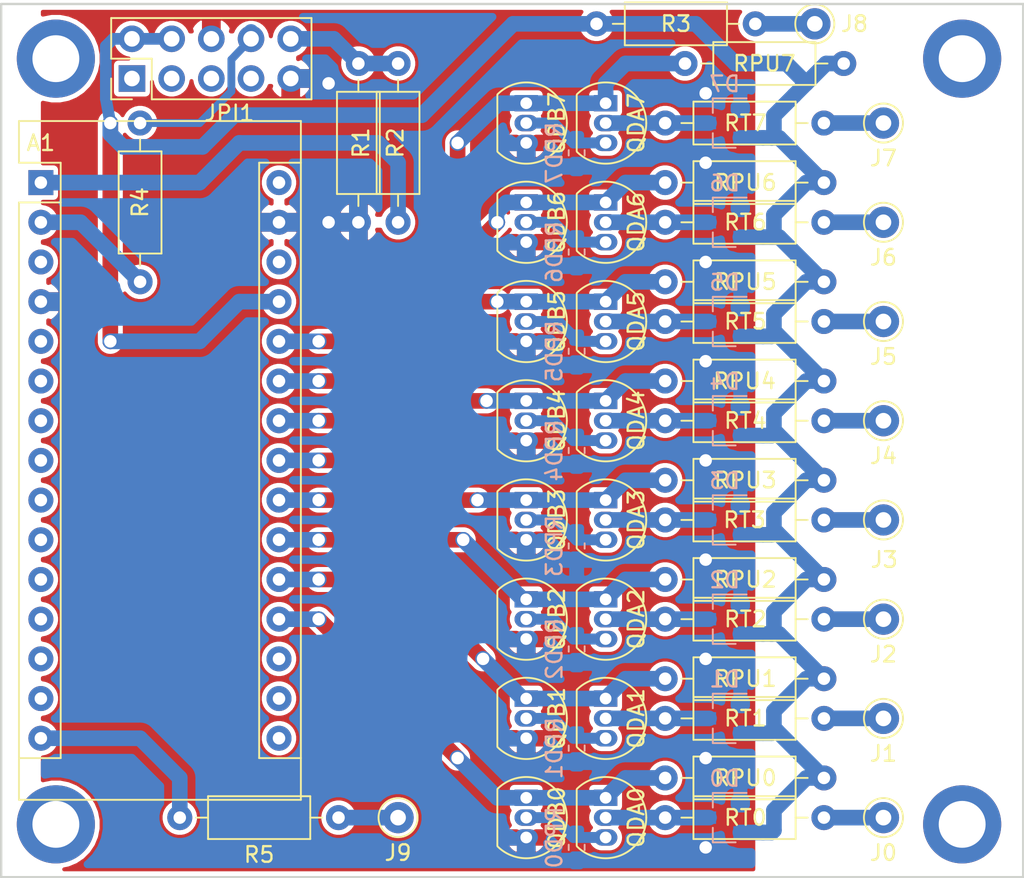
<source format=kicad_pcb>
(kicad_pcb (version 20171130) (host pcbnew 5.1.5-52549c5~84~ubuntu19.10.1)

  (general
    (thickness 1.6)
    (drawings 8)
    (tracks 267)
    (zones 0)
    (modules 65)
    (nets 62)
  )

  (page A4)
  (layers
    (0 F.Cu signal)
    (31 B.Cu signal)
    (32 B.Adhes user)
    (33 F.Adhes user)
    (34 B.Paste user)
    (35 F.Paste user)
    (36 B.SilkS user)
    (37 F.SilkS user)
    (38 B.Mask user)
    (39 F.Mask user)
    (40 Dwgs.User user)
    (41 Cmts.User user)
    (42 Eco1.User user)
    (43 Eco2.User user)
    (44 Edge.Cuts user)
    (45 Margin user)
    (46 B.CrtYd user hide)
    (47 F.CrtYd user hide)
    (48 B.Fab user hide)
    (49 F.Fab user hide)
  )

  (setup
    (last_trace_width 1)
    (trace_clearance 0.1)
    (zone_clearance 0.3)
    (zone_45_only no)
    (trace_min 0.2)
    (via_size 1)
    (via_drill 0.8)
    (via_min_size 0.4)
    (via_min_drill 0.3)
    (uvia_size 0.3)
    (uvia_drill 0.1)
    (uvias_allowed no)
    (uvia_min_size 0.2)
    (uvia_min_drill 0.1)
    (edge_width 0.15)
    (segment_width 0.2)
    (pcb_text_width 0.3)
    (pcb_text_size 1.5 1.5)
    (mod_edge_width 0.15)
    (mod_text_size 1 1)
    (mod_text_width 0.15)
    (pad_size 1.524 1.524)
    (pad_drill 0.762)
    (pad_to_mask_clearance 0.051)
    (solder_mask_min_width 0.25)
    (aux_axis_origin 0 0)
    (visible_elements FFFFFF7F)
    (pcbplotparams
      (layerselection 0x010fc_ffffffff)
      (usegerberextensions false)
      (usegerberattributes false)
      (usegerberadvancedattributes false)
      (creategerberjobfile false)
      (excludeedgelayer true)
      (linewidth 0.100000)
      (plotframeref false)
      (viasonmask false)
      (mode 1)
      (useauxorigin false)
      (hpglpennumber 1)
      (hpglpenspeed 20)
      (hpglpendiameter 15.000000)
      (psnegative false)
      (psa4output false)
      (plotreference true)
      (plotvalue true)
      (plotinvisibletext false)
      (padsonsilk false)
      (subtractmaskfromsilk false)
      (outputformat 1)
      (mirror false)
      (drillshape 1)
      (scaleselection 1)
      (outputdirectory ""))
  )

  (net 0 "")
  (net 1 TX_ARDUINO)
  (net 2 RX_ARDUINO)
  (net 3 A0)
  (net 4 GND)
  (net 5 A1)
  (net 6 A2)
  (net 7 A3)
  (net 8 A4)
  (net 9 A5)
  (net 10 A6)
  (net 11 A7)
  (net 12 VCC)
  (net 13 "Net-(J0-Pad1)")
  (net 14 "Net-(J1-Pad1)")
  (net 15 "Net-(J2-Pad1)")
  (net 16 "Net-(J3-Pad1)")
  (net 17 "Net-(J4-Pad1)")
  (net 18 "Net-(J5-Pad1)")
  (net 19 "Net-(J6-Pad1)")
  (net 20 "Net-(J7-Pad1)")
  (net 21 "Net-(J8-Pad1)")
  (net 22 "Net-(JPI1-Pad8)")
  (net 23 "Net-(JPI1-Pad10)")
  (net 24 "Net-(QDA0-Pad3)")
  (net 25 "Net-(QDA1-Pad3)")
  (net 26 "Net-(QDA2-Pad3)")
  (net 27 "Net-(QDA3-Pad3)")
  (net 28 "Net-(QDA4-Pad3)")
  (net 29 "Net-(QDA5-Pad3)")
  (net 30 "Net-(QDA6-Pad3)")
  (net 31 "Net-(QDA7-Pad3)")
  (net 32 "Net-(D0-Pad3)")
  (net 33 "Net-(D1-Pad3)")
  (net 34 "Net-(D2-Pad3)")
  (net 35 "Net-(D3-Pad3)")
  (net 36 "Net-(D4-Pad3)")
  (net 37 "Net-(D5-Pad3)")
  (net 38 "Net-(D6-Pad3)")
  (net 39 "Net-(D7-Pad3)")
  (net 40 "Net-(A1-Pad17)")
  (net 41 "Net-(A1-Pad18)")
  (net 42 "Net-(A1-Pad3)")
  (net 43 "Net-(A1-Pad5)")
  (net 44 "Net-(A1-Pad6)")
  (net 45 "Net-(A1-Pad7)")
  (net 46 "Net-(A1-Pad8)")
  (net 47 "Net-(A1-Pad9)")
  (net 48 "Net-(A1-Pad10)")
  (net 49 "Net-(A1-Pad11)")
  (net 50 "Net-(A1-Pad12)")
  (net 51 "Net-(A1-Pad28)")
  (net 52 "Net-(A1-Pad13)")
  (net 53 "Net-(A1-Pad14)")
  (net 54 "Net-(A1-Pad30)")
  (net 55 "Net-(A1-Pad15)")
  (net 56 "Net-(A1-Pad16)")
  (net 57 "Net-(JPI1-Pad1)")
  (net 58 "Net-(JPI1-Pad3)")
  (net 59 "Net-(JPI1-Pad5)")
  (net 60 "Net-(JPI1-Pad7)")
  (net 61 "Net-(J9-Pad1)")

  (net_class Default "This is the default net class."
    (clearance 0.1)
    (trace_width 1)
    (via_dia 1)
    (via_drill 0.8)
    (uvia_dia 0.3)
    (uvia_drill 0.1)
    (add_net A0)
    (add_net A1)
    (add_net A2)
    (add_net A3)
    (add_net A4)
    (add_net A5)
    (add_net A6)
    (add_net A7)
    (add_net GND)
    (add_net "Net-(A1-Pad10)")
    (add_net "Net-(A1-Pad11)")
    (add_net "Net-(A1-Pad12)")
    (add_net "Net-(A1-Pad13)")
    (add_net "Net-(A1-Pad14)")
    (add_net "Net-(A1-Pad15)")
    (add_net "Net-(A1-Pad16)")
    (add_net "Net-(A1-Pad17)")
    (add_net "Net-(A1-Pad18)")
    (add_net "Net-(A1-Pad28)")
    (add_net "Net-(A1-Pad3)")
    (add_net "Net-(A1-Pad30)")
    (add_net "Net-(A1-Pad5)")
    (add_net "Net-(A1-Pad6)")
    (add_net "Net-(A1-Pad7)")
    (add_net "Net-(A1-Pad8)")
    (add_net "Net-(A1-Pad9)")
    (add_net "Net-(D0-Pad3)")
    (add_net "Net-(D1-Pad3)")
    (add_net "Net-(D2-Pad3)")
    (add_net "Net-(D3-Pad3)")
    (add_net "Net-(D4-Pad3)")
    (add_net "Net-(D5-Pad3)")
    (add_net "Net-(D6-Pad3)")
    (add_net "Net-(D7-Pad3)")
    (add_net "Net-(J0-Pad1)")
    (add_net "Net-(J1-Pad1)")
    (add_net "Net-(J2-Pad1)")
    (add_net "Net-(J3-Pad1)")
    (add_net "Net-(J4-Pad1)")
    (add_net "Net-(J5-Pad1)")
    (add_net "Net-(J6-Pad1)")
    (add_net "Net-(J7-Pad1)")
    (add_net "Net-(J8-Pad1)")
    (add_net "Net-(J9-Pad1)")
    (add_net "Net-(JPI1-Pad1)")
    (add_net "Net-(JPI1-Pad10)")
    (add_net "Net-(JPI1-Pad3)")
    (add_net "Net-(JPI1-Pad5)")
    (add_net "Net-(JPI1-Pad7)")
    (add_net "Net-(JPI1-Pad8)")
    (add_net "Net-(QDA0-Pad3)")
    (add_net "Net-(QDA1-Pad3)")
    (add_net "Net-(QDA2-Pad3)")
    (add_net "Net-(QDA3-Pad3)")
    (add_net "Net-(QDA4-Pad3)")
    (add_net "Net-(QDA5-Pad3)")
    (add_net "Net-(QDA6-Pad3)")
    (add_net "Net-(QDA7-Pad3)")
    (add_net RX_ARDUINO)
    (add_net TX_ARDUINO)
    (add_net VCC)
  )

  (module Module:Arduino_Nano (layer F.Cu) (tedit 58ACAF70) (tstamp 5E3A6417)
    (at 15.24 24.13)
    (descr "Arduino Nano, http://www.mouser.com/pdfdocs/Gravitech_Arduino_Nano3_0.pdf")
    (tags "Arduino Nano")
    (path /5E2DE164)
    (fp_text reference A1 (at 0 -2.54) (layer F.SilkS)
      (effects (font (size 1 1) (thickness 0.15)))
    )
    (fp_text value Arduino_Nano_v3.x (at 8.89 19.05 90) (layer F.Fab)
      (effects (font (size 1 1) (thickness 0.15)))
    )
    (fp_text user %R (at 6.35 19.05 90) (layer F.Fab)
      (effects (font (size 1 1) (thickness 0.15)))
    )
    (fp_line (start 1.27 1.27) (end 1.27 -1.27) (layer F.SilkS) (width 0.12))
    (fp_line (start 1.27 -1.27) (end -1.4 -1.27) (layer F.SilkS) (width 0.12))
    (fp_line (start -1.4 1.27) (end -1.4 39.5) (layer F.SilkS) (width 0.12))
    (fp_line (start -1.4 -3.94) (end -1.4 -1.27) (layer F.SilkS) (width 0.12))
    (fp_line (start 13.97 -1.27) (end 16.64 -1.27) (layer F.SilkS) (width 0.12))
    (fp_line (start 13.97 -1.27) (end 13.97 36.83) (layer F.SilkS) (width 0.12))
    (fp_line (start 13.97 36.83) (end 16.64 36.83) (layer F.SilkS) (width 0.12))
    (fp_line (start 1.27 1.27) (end -1.4 1.27) (layer F.SilkS) (width 0.12))
    (fp_line (start 1.27 1.27) (end 1.27 36.83) (layer F.SilkS) (width 0.12))
    (fp_line (start 1.27 36.83) (end -1.4 36.83) (layer F.SilkS) (width 0.12))
    (fp_line (start 3.81 31.75) (end 11.43 31.75) (layer F.Fab) (width 0.1))
    (fp_line (start 11.43 31.75) (end 11.43 41.91) (layer F.Fab) (width 0.1))
    (fp_line (start 11.43 41.91) (end 3.81 41.91) (layer F.Fab) (width 0.1))
    (fp_line (start 3.81 41.91) (end 3.81 31.75) (layer F.Fab) (width 0.1))
    (fp_line (start -1.4 39.5) (end 16.64 39.5) (layer F.SilkS) (width 0.12))
    (fp_line (start 16.64 39.5) (end 16.64 -3.94) (layer F.SilkS) (width 0.12))
    (fp_line (start 16.64 -3.94) (end -1.4 -3.94) (layer F.SilkS) (width 0.12))
    (fp_line (start 16.51 39.37) (end -1.27 39.37) (layer F.Fab) (width 0.1))
    (fp_line (start -1.27 39.37) (end -1.27 -2.54) (layer F.Fab) (width 0.1))
    (fp_line (start -1.27 -2.54) (end 0 -3.81) (layer F.Fab) (width 0.1))
    (fp_line (start 0 -3.81) (end 16.51 -3.81) (layer F.Fab) (width 0.1))
    (fp_line (start 16.51 -3.81) (end 16.51 39.37) (layer F.Fab) (width 0.1))
    (fp_line (start -1.53 -4.06) (end 16.75 -4.06) (layer F.CrtYd) (width 0.05))
    (fp_line (start -1.53 -4.06) (end -1.53 42.16) (layer F.CrtYd) (width 0.05))
    (fp_line (start 16.75 42.16) (end 16.75 -4.06) (layer F.CrtYd) (width 0.05))
    (fp_line (start 16.75 42.16) (end -1.53 42.16) (layer F.CrtYd) (width 0.05))
    (pad 1 thru_hole rect (at 0 0) (size 1.6 1.6) (drill 0.8) (layers *.Cu *.Mask)
      (net 1 TX_ARDUINO))
    (pad 17 thru_hole oval (at 15.24 33.02) (size 1.6 1.6) (drill 0.8) (layers *.Cu *.Mask)
      (net 40 "Net-(A1-Pad17)"))
    (pad 2 thru_hole oval (at 0 2.54) (size 1.6 1.6) (drill 0.8) (layers *.Cu *.Mask)
      (net 2 RX_ARDUINO))
    (pad 18 thru_hole oval (at 15.24 30.48) (size 1.6 1.6) (drill 0.8) (layers *.Cu *.Mask)
      (net 41 "Net-(A1-Pad18)"))
    (pad 3 thru_hole oval (at 0 5.08) (size 1.6 1.6) (drill 0.8) (layers *.Cu *.Mask)
      (net 42 "Net-(A1-Pad3)"))
    (pad 19 thru_hole oval (at 15.24 27.94) (size 1.6 1.6) (drill 0.8) (layers *.Cu *.Mask)
      (net 3 A0))
    (pad 4 thru_hole oval (at 0 7.62) (size 1.6 1.6) (drill 0.8) (layers *.Cu *.Mask)
      (net 4 GND))
    (pad 20 thru_hole oval (at 15.24 25.4) (size 1.6 1.6) (drill 0.8) (layers *.Cu *.Mask)
      (net 5 A1))
    (pad 5 thru_hole oval (at 0 10.16) (size 1.6 1.6) (drill 0.8) (layers *.Cu *.Mask)
      (net 43 "Net-(A1-Pad5)"))
    (pad 21 thru_hole oval (at 15.24 22.86) (size 1.6 1.6) (drill 0.8) (layers *.Cu *.Mask)
      (net 6 A2))
    (pad 6 thru_hole oval (at 0 12.7) (size 1.6 1.6) (drill 0.8) (layers *.Cu *.Mask)
      (net 44 "Net-(A1-Pad6)"))
    (pad 22 thru_hole oval (at 15.24 20.32) (size 1.6 1.6) (drill 0.8) (layers *.Cu *.Mask)
      (net 7 A3))
    (pad 7 thru_hole oval (at 0 15.24) (size 1.6 1.6) (drill 0.8) (layers *.Cu *.Mask)
      (net 45 "Net-(A1-Pad7)"))
    (pad 23 thru_hole oval (at 15.24 17.78) (size 1.6 1.6) (drill 0.8) (layers *.Cu *.Mask)
      (net 8 A4))
    (pad 8 thru_hole oval (at 0 17.78) (size 1.6 1.6) (drill 0.8) (layers *.Cu *.Mask)
      (net 46 "Net-(A1-Pad8)"))
    (pad 24 thru_hole oval (at 15.24 15.24) (size 1.6 1.6) (drill 0.8) (layers *.Cu *.Mask)
      (net 9 A5))
    (pad 9 thru_hole oval (at 0 20.32) (size 1.6 1.6) (drill 0.8) (layers *.Cu *.Mask)
      (net 47 "Net-(A1-Pad9)"))
    (pad 25 thru_hole oval (at 15.24 12.7) (size 1.6 1.6) (drill 0.8) (layers *.Cu *.Mask)
      (net 10 A6))
    (pad 10 thru_hole oval (at 0 22.86) (size 1.6 1.6) (drill 0.8) (layers *.Cu *.Mask)
      (net 48 "Net-(A1-Pad10)"))
    (pad 26 thru_hole oval (at 15.24 10.16) (size 1.6 1.6) (drill 0.8) (layers *.Cu *.Mask)
      (net 11 A7))
    (pad 11 thru_hole oval (at 0 25.4) (size 1.6 1.6) (drill 0.8) (layers *.Cu *.Mask)
      (net 49 "Net-(A1-Pad11)"))
    (pad 27 thru_hole oval (at 15.24 7.62) (size 1.6 1.6) (drill 0.8) (layers *.Cu *.Mask)
      (net 12 VCC))
    (pad 12 thru_hole oval (at 0 27.94) (size 1.6 1.6) (drill 0.8) (layers *.Cu *.Mask)
      (net 50 "Net-(A1-Pad12)"))
    (pad 28 thru_hole oval (at 15.24 5.08) (size 1.6 1.6) (drill 0.8) (layers *.Cu *.Mask)
      (net 51 "Net-(A1-Pad28)"))
    (pad 13 thru_hole oval (at 0 30.48) (size 1.6 1.6) (drill 0.8) (layers *.Cu *.Mask)
      (net 52 "Net-(A1-Pad13)"))
    (pad 29 thru_hole oval (at 15.24 2.54) (size 1.6 1.6) (drill 0.8) (layers *.Cu *.Mask)
      (net 4 GND))
    (pad 14 thru_hole oval (at 0 33.02) (size 1.6 1.6) (drill 0.8) (layers *.Cu *.Mask)
      (net 53 "Net-(A1-Pad14)"))
    (pad 30 thru_hole oval (at 15.24 0) (size 1.6 1.6) (drill 0.8) (layers *.Cu *.Mask)
      (net 54 "Net-(A1-Pad30)"))
    (pad 15 thru_hole oval (at 0 35.56) (size 1.6 1.6) (drill 0.8) (layers *.Cu *.Mask)
      (net 55 "Net-(A1-Pad15)"))
    (pad 16 thru_hole oval (at 15.24 35.56) (size 1.6 1.6) (drill 0.8) (layers *.Cu *.Mask)
      (net 56 "Net-(A1-Pad16)"))
    (model ${KISYS3DMOD}/Module.3dshapes/Arduino_Nano_WithMountingHoles.wrl
      (at (xyz 0 0 0))
      (scale (xyz 1 1 1))
      (rotate (xyz 0 0 0))
    )
  )

  (module Package_TO_SOT_SMD:SOT-23 (layer B.Cu) (tedit 5A02FF57) (tstamp 5E3A4108)
    (at 59.002575 64.77 180)
    (descr "SOT-23, Standard")
    (tags SOT-23)
    (path /5E2D8D32)
    (attr smd)
    (fp_text reference D0 (at 0 2.5 180) (layer B.SilkS)
      (effects (font (size 1 1) (thickness 0.15)) (justify mirror))
    )
    (fp_text value BAV99 (at 0 -2.5 180) (layer B.Fab)
      (effects (font (size 1 1) (thickness 0.15)) (justify mirror))
    )
    (fp_text user %R (at 0 0 90) (layer B.Fab)
      (effects (font (size 0.5 0.5) (thickness 0.075)) (justify mirror))
    )
    (fp_line (start -0.7 0.95) (end -0.7 -1.5) (layer B.Fab) (width 0.1))
    (fp_line (start -0.15 1.52) (end 0.7 1.52) (layer B.Fab) (width 0.1))
    (fp_line (start -0.7 0.95) (end -0.15 1.52) (layer B.Fab) (width 0.1))
    (fp_line (start 0.7 1.52) (end 0.7 -1.52) (layer B.Fab) (width 0.1))
    (fp_line (start -0.7 -1.52) (end 0.7 -1.52) (layer B.Fab) (width 0.1))
    (fp_line (start 0.76 -1.58) (end 0.76 -0.65) (layer B.SilkS) (width 0.12))
    (fp_line (start 0.76 1.58) (end 0.76 0.65) (layer B.SilkS) (width 0.12))
    (fp_line (start -1.7 1.75) (end 1.7 1.75) (layer B.CrtYd) (width 0.05))
    (fp_line (start 1.7 1.75) (end 1.7 -1.75) (layer B.CrtYd) (width 0.05))
    (fp_line (start 1.7 -1.75) (end -1.7 -1.75) (layer B.CrtYd) (width 0.05))
    (fp_line (start -1.7 -1.75) (end -1.7 1.75) (layer B.CrtYd) (width 0.05))
    (fp_line (start 0.76 1.58) (end -1.4 1.58) (layer B.SilkS) (width 0.12))
    (fp_line (start 0.76 -1.58) (end -0.7 -1.58) (layer B.SilkS) (width 0.12))
    (pad 1 smd rect (at -1 0.95 180) (size 0.9 0.8) (layers B.Cu B.Paste B.Mask)
      (net 4 GND))
    (pad 2 smd rect (at -1 -0.95 180) (size 0.9 0.8) (layers B.Cu B.Paste B.Mask)
      (net 12 VCC))
    (pad 3 smd rect (at 1 0 180) (size 0.9 0.8) (layers B.Cu B.Paste B.Mask)
      (net 32 "Net-(D0-Pad3)"))
    (model ${KISYS3DMOD}/Package_TO_SOT_SMD.3dshapes/SOT-23.wrl
      (at (xyz 0 0 0))
      (scale (xyz 1 1 1))
      (rotate (xyz 0 0 0))
    )
  )

  (module Package_TO_SOT_SMD:SOT-23 (layer B.Cu) (tedit 5A02FF57) (tstamp 5E3A1536)
    (at 59.002575 58.42 180)
    (descr "SOT-23, Standard")
    (tags SOT-23)
    (path /5E35129E)
    (attr smd)
    (fp_text reference D1 (at 0 2.5 180) (layer B.SilkS)
      (effects (font (size 1 1) (thickness 0.15)) (justify mirror))
    )
    (fp_text value BAV99 (at 0 -2.5 180) (layer B.Fab)
      (effects (font (size 1 1) (thickness 0.15)) (justify mirror))
    )
    (fp_text user %R (at 0 0 90) (layer B.Fab)
      (effects (font (size 0.5 0.5) (thickness 0.075)) (justify mirror))
    )
    (fp_line (start -0.7 0.95) (end -0.7 -1.5) (layer B.Fab) (width 0.1))
    (fp_line (start -0.15 1.52) (end 0.7 1.52) (layer B.Fab) (width 0.1))
    (fp_line (start -0.7 0.95) (end -0.15 1.52) (layer B.Fab) (width 0.1))
    (fp_line (start 0.7 1.52) (end 0.7 -1.52) (layer B.Fab) (width 0.1))
    (fp_line (start -0.7 -1.52) (end 0.7 -1.52) (layer B.Fab) (width 0.1))
    (fp_line (start 0.76 -1.58) (end 0.76 -0.65) (layer B.SilkS) (width 0.12))
    (fp_line (start 0.76 1.58) (end 0.76 0.65) (layer B.SilkS) (width 0.12))
    (fp_line (start -1.7 1.75) (end 1.7 1.75) (layer B.CrtYd) (width 0.05))
    (fp_line (start 1.7 1.75) (end 1.7 -1.75) (layer B.CrtYd) (width 0.05))
    (fp_line (start 1.7 -1.75) (end -1.7 -1.75) (layer B.CrtYd) (width 0.05))
    (fp_line (start -1.7 -1.75) (end -1.7 1.75) (layer B.CrtYd) (width 0.05))
    (fp_line (start 0.76 1.58) (end -1.4 1.58) (layer B.SilkS) (width 0.12))
    (fp_line (start 0.76 -1.58) (end -0.7 -1.58) (layer B.SilkS) (width 0.12))
    (pad 1 smd rect (at -1 0.95 180) (size 0.9 0.8) (layers B.Cu B.Paste B.Mask)
      (net 4 GND))
    (pad 2 smd rect (at -1 -0.95 180) (size 0.9 0.8) (layers B.Cu B.Paste B.Mask)
      (net 12 VCC))
    (pad 3 smd rect (at 1 0 180) (size 0.9 0.8) (layers B.Cu B.Paste B.Mask)
      (net 33 "Net-(D1-Pad3)"))
    (model ${KISYS3DMOD}/Package_TO_SOT_SMD.3dshapes/SOT-23.wrl
      (at (xyz 0 0 0))
      (scale (xyz 1 1 1))
      (rotate (xyz 0 0 0))
    )
  )

  (module Package_TO_SOT_SMD:SOT-23 (layer B.Cu) (tedit 5A02FF57) (tstamp 5E3A154B)
    (at 59.002575 52.07 180)
    (descr "SOT-23, Standard")
    (tags SOT-23)
    (path /5E35234F)
    (attr smd)
    (fp_text reference D2 (at 0 2.5 180) (layer B.SilkS)
      (effects (font (size 1 1) (thickness 0.15)) (justify mirror))
    )
    (fp_text value BAV99 (at 0 -2.5 180) (layer B.Fab)
      (effects (font (size 1 1) (thickness 0.15)) (justify mirror))
    )
    (fp_text user %R (at 0 0 90) (layer B.Fab)
      (effects (font (size 0.5 0.5) (thickness 0.075)) (justify mirror))
    )
    (fp_line (start -0.7 0.95) (end -0.7 -1.5) (layer B.Fab) (width 0.1))
    (fp_line (start -0.15 1.52) (end 0.7 1.52) (layer B.Fab) (width 0.1))
    (fp_line (start -0.7 0.95) (end -0.15 1.52) (layer B.Fab) (width 0.1))
    (fp_line (start 0.7 1.52) (end 0.7 -1.52) (layer B.Fab) (width 0.1))
    (fp_line (start -0.7 -1.52) (end 0.7 -1.52) (layer B.Fab) (width 0.1))
    (fp_line (start 0.76 -1.58) (end 0.76 -0.65) (layer B.SilkS) (width 0.12))
    (fp_line (start 0.76 1.58) (end 0.76 0.65) (layer B.SilkS) (width 0.12))
    (fp_line (start -1.7 1.75) (end 1.7 1.75) (layer B.CrtYd) (width 0.05))
    (fp_line (start 1.7 1.75) (end 1.7 -1.75) (layer B.CrtYd) (width 0.05))
    (fp_line (start 1.7 -1.75) (end -1.7 -1.75) (layer B.CrtYd) (width 0.05))
    (fp_line (start -1.7 -1.75) (end -1.7 1.75) (layer B.CrtYd) (width 0.05))
    (fp_line (start 0.76 1.58) (end -1.4 1.58) (layer B.SilkS) (width 0.12))
    (fp_line (start 0.76 -1.58) (end -0.7 -1.58) (layer B.SilkS) (width 0.12))
    (pad 1 smd rect (at -1 0.95 180) (size 0.9 0.8) (layers B.Cu B.Paste B.Mask)
      (net 4 GND))
    (pad 2 smd rect (at -1 -0.95 180) (size 0.9 0.8) (layers B.Cu B.Paste B.Mask)
      (net 12 VCC))
    (pad 3 smd rect (at 1 0 180) (size 0.9 0.8) (layers B.Cu B.Paste B.Mask)
      (net 34 "Net-(D2-Pad3)"))
    (model ${KISYS3DMOD}/Package_TO_SOT_SMD.3dshapes/SOT-23.wrl
      (at (xyz 0 0 0))
      (scale (xyz 1 1 1))
      (rotate (xyz 0 0 0))
    )
  )

  (module Package_TO_SOT_SMD:SOT-23 (layer B.Cu) (tedit 5A02FF57) (tstamp 5E3A4DE1)
    (at 59.002575 45.72 180)
    (descr "SOT-23, Standard")
    (tags SOT-23)
    (path /5E3523A9)
    (attr smd)
    (fp_text reference D3 (at 0 2.5 180) (layer B.SilkS)
      (effects (font (size 1 1) (thickness 0.15)) (justify mirror))
    )
    (fp_text value BAV99 (at 0 -2.5 180) (layer B.Fab)
      (effects (font (size 1 1) (thickness 0.15)) (justify mirror))
    )
    (fp_line (start 0.76 -1.58) (end -0.7 -1.58) (layer B.SilkS) (width 0.12))
    (fp_line (start 0.76 1.58) (end -1.4 1.58) (layer B.SilkS) (width 0.12))
    (fp_line (start -1.7 -1.75) (end -1.7 1.75) (layer B.CrtYd) (width 0.05))
    (fp_line (start 1.7 -1.75) (end -1.7 -1.75) (layer B.CrtYd) (width 0.05))
    (fp_line (start 1.7 1.75) (end 1.7 -1.75) (layer B.CrtYd) (width 0.05))
    (fp_line (start -1.7 1.75) (end 1.7 1.75) (layer B.CrtYd) (width 0.05))
    (fp_line (start 0.76 1.58) (end 0.76 0.65) (layer B.SilkS) (width 0.12))
    (fp_line (start 0.76 -1.58) (end 0.76 -0.65) (layer B.SilkS) (width 0.12))
    (fp_line (start -0.7 -1.52) (end 0.7 -1.52) (layer B.Fab) (width 0.1))
    (fp_line (start 0.7 1.52) (end 0.7 -1.52) (layer B.Fab) (width 0.1))
    (fp_line (start -0.7 0.95) (end -0.15 1.52) (layer B.Fab) (width 0.1))
    (fp_line (start -0.15 1.52) (end 0.7 1.52) (layer B.Fab) (width 0.1))
    (fp_line (start -0.7 0.95) (end -0.7 -1.5) (layer B.Fab) (width 0.1))
    (fp_text user %R (at 0 0 90) (layer B.Fab)
      (effects (font (size 0.5 0.5) (thickness 0.075)) (justify mirror))
    )
    (pad 3 smd rect (at 1 0 180) (size 0.9 0.8) (layers B.Cu B.Paste B.Mask)
      (net 35 "Net-(D3-Pad3)"))
    (pad 2 smd rect (at -1 -0.95 180) (size 0.9 0.8) (layers B.Cu B.Paste B.Mask)
      (net 12 VCC))
    (pad 1 smd rect (at -1 0.95 180) (size 0.9 0.8) (layers B.Cu B.Paste B.Mask)
      (net 4 GND))
    (model ${KISYS3DMOD}/Package_TO_SOT_SMD.3dshapes/SOT-23.wrl
      (at (xyz 0 0 0))
      (scale (xyz 1 1 1))
      (rotate (xyz 0 0 0))
    )
  )

  (module Package_TO_SOT_SMD:SOT-23 (layer B.Cu) (tedit 5A02FF57) (tstamp 5E3A1575)
    (at 59.002575 39.37 180)
    (descr "SOT-23, Standard")
    (tags SOT-23)
    (path /5E354530)
    (attr smd)
    (fp_text reference D4 (at 0 2.5 180) (layer B.SilkS)
      (effects (font (size 1 1) (thickness 0.15)) (justify mirror))
    )
    (fp_text value BAV99 (at 0 -2.5 180) (layer B.Fab)
      (effects (font (size 1 1) (thickness 0.15)) (justify mirror))
    )
    (fp_line (start 0.76 -1.58) (end -0.7 -1.58) (layer B.SilkS) (width 0.12))
    (fp_line (start 0.76 1.58) (end -1.4 1.58) (layer B.SilkS) (width 0.12))
    (fp_line (start -1.7 -1.75) (end -1.7 1.75) (layer B.CrtYd) (width 0.05))
    (fp_line (start 1.7 -1.75) (end -1.7 -1.75) (layer B.CrtYd) (width 0.05))
    (fp_line (start 1.7 1.75) (end 1.7 -1.75) (layer B.CrtYd) (width 0.05))
    (fp_line (start -1.7 1.75) (end 1.7 1.75) (layer B.CrtYd) (width 0.05))
    (fp_line (start 0.76 1.58) (end 0.76 0.65) (layer B.SilkS) (width 0.12))
    (fp_line (start 0.76 -1.58) (end 0.76 -0.65) (layer B.SilkS) (width 0.12))
    (fp_line (start -0.7 -1.52) (end 0.7 -1.52) (layer B.Fab) (width 0.1))
    (fp_line (start 0.7 1.52) (end 0.7 -1.52) (layer B.Fab) (width 0.1))
    (fp_line (start -0.7 0.95) (end -0.15 1.52) (layer B.Fab) (width 0.1))
    (fp_line (start -0.15 1.52) (end 0.7 1.52) (layer B.Fab) (width 0.1))
    (fp_line (start -0.7 0.95) (end -0.7 -1.5) (layer B.Fab) (width 0.1))
    (fp_text user %R (at 0 0 90) (layer B.Fab)
      (effects (font (size 0.5 0.5) (thickness 0.075)) (justify mirror))
    )
    (pad 3 smd rect (at 1 0 180) (size 0.9 0.8) (layers B.Cu B.Paste B.Mask)
      (net 36 "Net-(D4-Pad3)"))
    (pad 2 smd rect (at -1 -0.95 180) (size 0.9 0.8) (layers B.Cu B.Paste B.Mask)
      (net 12 VCC))
    (pad 1 smd rect (at -1 0.95 180) (size 0.9 0.8) (layers B.Cu B.Paste B.Mask)
      (net 4 GND))
    (model ${KISYS3DMOD}/Package_TO_SOT_SMD.3dshapes/SOT-23.wrl
      (at (xyz 0 0 0))
      (scale (xyz 1 1 1))
      (rotate (xyz 0 0 0))
    )
  )

  (module Package_TO_SOT_SMD:SOT-23 (layer B.Cu) (tedit 5A02FF57) (tstamp 5E3A158A)
    (at 59.002575 33.02 180)
    (descr "SOT-23, Standard")
    (tags SOT-23)
    (path /5E35458A)
    (attr smd)
    (fp_text reference D5 (at 0 2.5 180) (layer B.SilkS)
      (effects (font (size 1 1) (thickness 0.15)) (justify mirror))
    )
    (fp_text value BAV99 (at 0 -2.5 180) (layer B.Fab)
      (effects (font (size 1 1) (thickness 0.15)) (justify mirror))
    )
    (fp_line (start 0.76 -1.58) (end -0.7 -1.58) (layer B.SilkS) (width 0.12))
    (fp_line (start 0.76 1.58) (end -1.4 1.58) (layer B.SilkS) (width 0.12))
    (fp_line (start -1.7 -1.75) (end -1.7 1.75) (layer B.CrtYd) (width 0.05))
    (fp_line (start 1.7 -1.75) (end -1.7 -1.75) (layer B.CrtYd) (width 0.05))
    (fp_line (start 1.7 1.75) (end 1.7 -1.75) (layer B.CrtYd) (width 0.05))
    (fp_line (start -1.7 1.75) (end 1.7 1.75) (layer B.CrtYd) (width 0.05))
    (fp_line (start 0.76 1.58) (end 0.76 0.65) (layer B.SilkS) (width 0.12))
    (fp_line (start 0.76 -1.58) (end 0.76 -0.65) (layer B.SilkS) (width 0.12))
    (fp_line (start -0.7 -1.52) (end 0.7 -1.52) (layer B.Fab) (width 0.1))
    (fp_line (start 0.7 1.52) (end 0.7 -1.52) (layer B.Fab) (width 0.1))
    (fp_line (start -0.7 0.95) (end -0.15 1.52) (layer B.Fab) (width 0.1))
    (fp_line (start -0.15 1.52) (end 0.7 1.52) (layer B.Fab) (width 0.1))
    (fp_line (start -0.7 0.95) (end -0.7 -1.5) (layer B.Fab) (width 0.1))
    (fp_text user %R (at 0 0 90) (layer B.Fab)
      (effects (font (size 0.5 0.5) (thickness 0.075)) (justify mirror))
    )
    (pad 3 smd rect (at 1 0 180) (size 0.9 0.8) (layers B.Cu B.Paste B.Mask)
      (net 37 "Net-(D5-Pad3)"))
    (pad 2 smd rect (at -1 -0.95 180) (size 0.9 0.8) (layers B.Cu B.Paste B.Mask)
      (net 12 VCC))
    (pad 1 smd rect (at -1 0.95 180) (size 0.9 0.8) (layers B.Cu B.Paste B.Mask)
      (net 4 GND))
    (model ${KISYS3DMOD}/Package_TO_SOT_SMD.3dshapes/SOT-23.wrl
      (at (xyz 0 0 0))
      (scale (xyz 1 1 1))
      (rotate (xyz 0 0 0))
    )
  )

  (module Package_TO_SOT_SMD:SOT-23 (layer B.Cu) (tedit 5A02FF57) (tstamp 5E3A5BEA)
    (at 59.002575 26.67 180)
    (descr "SOT-23, Standard")
    (tags SOT-23)
    (path /5E3545E4)
    (attr smd)
    (fp_text reference D6 (at 0 2.5 180) (layer B.SilkS)
      (effects (font (size 1 1) (thickness 0.15)) (justify mirror))
    )
    (fp_text value BAV99 (at 0 -2.5 180) (layer B.Fab)
      (effects (font (size 1 1) (thickness 0.15)) (justify mirror))
    )
    (fp_line (start 0.76 -1.58) (end -0.7 -1.58) (layer B.SilkS) (width 0.12))
    (fp_line (start 0.76 1.58) (end -1.4 1.58) (layer B.SilkS) (width 0.12))
    (fp_line (start -1.7 -1.75) (end -1.7 1.75) (layer B.CrtYd) (width 0.05))
    (fp_line (start 1.7 -1.75) (end -1.7 -1.75) (layer B.CrtYd) (width 0.05))
    (fp_line (start 1.7 1.75) (end 1.7 -1.75) (layer B.CrtYd) (width 0.05))
    (fp_line (start -1.7 1.75) (end 1.7 1.75) (layer B.CrtYd) (width 0.05))
    (fp_line (start 0.76 1.58) (end 0.76 0.65) (layer B.SilkS) (width 0.12))
    (fp_line (start 0.76 -1.58) (end 0.76 -0.65) (layer B.SilkS) (width 0.12))
    (fp_line (start -0.7 -1.52) (end 0.7 -1.52) (layer B.Fab) (width 0.1))
    (fp_line (start 0.7 1.52) (end 0.7 -1.52) (layer B.Fab) (width 0.1))
    (fp_line (start -0.7 0.95) (end -0.15 1.52) (layer B.Fab) (width 0.1))
    (fp_line (start -0.15 1.52) (end 0.7 1.52) (layer B.Fab) (width 0.1))
    (fp_line (start -0.7 0.95) (end -0.7 -1.5) (layer B.Fab) (width 0.1))
    (fp_text user %R (at 0 0 90) (layer B.Fab)
      (effects (font (size 0.5 0.5) (thickness 0.075)) (justify mirror))
    )
    (pad 3 smd rect (at 1 0 180) (size 0.9 0.8) (layers B.Cu B.Paste B.Mask)
      (net 38 "Net-(D6-Pad3)"))
    (pad 2 smd rect (at -1 -0.95 180) (size 0.9 0.8) (layers B.Cu B.Paste B.Mask)
      (net 12 VCC))
    (pad 1 smd rect (at -1 0.95 180) (size 0.9 0.8) (layers B.Cu B.Paste B.Mask)
      (net 4 GND))
    (model ${KISYS3DMOD}/Package_TO_SOT_SMD.3dshapes/SOT-23.wrl
      (at (xyz 0 0 0))
      (scale (xyz 1 1 1))
      (rotate (xyz 0 0 0))
    )
  )

  (module Package_TO_SOT_SMD:SOT-23 (layer B.Cu) (tedit 5A02FF57) (tstamp 5E3A15B4)
    (at 59.002575 20.32 180)
    (descr "SOT-23, Standard")
    (tags SOT-23)
    (path /5E35463E)
    (attr smd)
    (fp_text reference D7 (at 0 2.5 180) (layer B.SilkS)
      (effects (font (size 1 1) (thickness 0.15)) (justify mirror))
    )
    (fp_text value BAV99 (at 0 -2.5 180) (layer B.Fab)
      (effects (font (size 1 1) (thickness 0.15)) (justify mirror))
    )
    (fp_text user %R (at 0 0 90) (layer B.Fab)
      (effects (font (size 0.5 0.5) (thickness 0.075)) (justify mirror))
    )
    (fp_line (start -0.7 0.95) (end -0.7 -1.5) (layer B.Fab) (width 0.1))
    (fp_line (start -0.15 1.52) (end 0.7 1.52) (layer B.Fab) (width 0.1))
    (fp_line (start -0.7 0.95) (end -0.15 1.52) (layer B.Fab) (width 0.1))
    (fp_line (start 0.7 1.52) (end 0.7 -1.52) (layer B.Fab) (width 0.1))
    (fp_line (start -0.7 -1.52) (end 0.7 -1.52) (layer B.Fab) (width 0.1))
    (fp_line (start 0.76 -1.58) (end 0.76 -0.65) (layer B.SilkS) (width 0.12))
    (fp_line (start 0.76 1.58) (end 0.76 0.65) (layer B.SilkS) (width 0.12))
    (fp_line (start -1.7 1.75) (end 1.7 1.75) (layer B.CrtYd) (width 0.05))
    (fp_line (start 1.7 1.75) (end 1.7 -1.75) (layer B.CrtYd) (width 0.05))
    (fp_line (start 1.7 -1.75) (end -1.7 -1.75) (layer B.CrtYd) (width 0.05))
    (fp_line (start -1.7 -1.75) (end -1.7 1.75) (layer B.CrtYd) (width 0.05))
    (fp_line (start 0.76 1.58) (end -1.4 1.58) (layer B.SilkS) (width 0.12))
    (fp_line (start 0.76 -1.58) (end -0.7 -1.58) (layer B.SilkS) (width 0.12))
    (pad 1 smd rect (at -1 0.95 180) (size 0.9 0.8) (layers B.Cu B.Paste B.Mask)
      (net 4 GND))
    (pad 2 smd rect (at -1 -0.95 180) (size 0.9 0.8) (layers B.Cu B.Paste B.Mask)
      (net 12 VCC))
    (pad 3 smd rect (at 1 0 180) (size 0.9 0.8) (layers B.Cu B.Paste B.Mask)
      (net 39 "Net-(D7-Pad3)"))
    (model ${KISYS3DMOD}/Package_TO_SOT_SMD.3dshapes/SOT-23.wrl
      (at (xyz 0 0 0))
      (scale (xyz 1 1 1))
      (rotate (xyz 0 0 0))
    )
  )

  (module Connector_Pin:Pin_D1.0mm_L10.0mm (layer F.Cu) (tedit 5A1DC084) (tstamp 5E3A40E2)
    (at 69.162575 64.77)
    (descr "solder Pin_ diameter 1.0mm, hole diameter 1.0mm (press fit), length 10.0mm")
    (tags "solder Pin_ press fit")
    (path /5E28E8A3)
    (fp_text reference J0 (at 0 2.25) (layer F.SilkS)
      (effects (font (size 1 1) (thickness 0.15)))
    )
    (fp_text value Conn_Touch (at 0 -2.05) (layer F.Fab)
      (effects (font (size 1 1) (thickness 0.15)))
    )
    (fp_circle (center 0 0) (end 1.25 0.05) (layer F.SilkS) (width 0.12))
    (fp_circle (center 0 0) (end 1 0) (layer F.Fab) (width 0.12))
    (fp_circle (center 0 0) (end 0.5 0) (layer F.Fab) (width 0.12))
    (fp_circle (center 0 0) (end 1.5 0) (layer F.CrtYd) (width 0.05))
    (fp_text user %R (at 0 2.25) (layer F.Fab)
      (effects (font (size 1 1) (thickness 0.15)))
    )
    (pad 1 thru_hole circle (at 0 0) (size 2 2) (drill 1) (layers *.Cu *.Mask)
      (net 13 "Net-(J0-Pad1)"))
    (model ${KISYS3DMOD}/Connector_Pin.3dshapes/Pin_D1.0mm_L10.0mm.wrl
      (at (xyz 0 0 0))
      (scale (xyz 1 1 1))
      (rotate (xyz 0 0 0))
    )
  )

  (module Connector_Pin:Pin_D1.0mm_L10.0mm (layer F.Cu) (tedit 5A1DC084) (tstamp 5E3A15C8)
    (at 69.162575 58.42)
    (descr "solder Pin_ diameter 1.0mm, hole diameter 1.0mm (press fit), length 10.0mm")
    (tags "solder Pin_ press fit")
    (path /5E351297)
    (fp_text reference J1 (at 0 2.25) (layer F.SilkS)
      (effects (font (size 1 1) (thickness 0.15)))
    )
    (fp_text value Conn_Touch (at 0 -2.05) (layer F.Fab)
      (effects (font (size 1 1) (thickness 0.15)))
    )
    (fp_text user %R (at 0 2.25) (layer F.Fab)
      (effects (font (size 1 1) (thickness 0.15)))
    )
    (fp_circle (center 0 0) (end 1.5 0) (layer F.CrtYd) (width 0.05))
    (fp_circle (center 0 0) (end 0.5 0) (layer F.Fab) (width 0.12))
    (fp_circle (center 0 0) (end 1 0) (layer F.Fab) (width 0.12))
    (fp_circle (center 0 0) (end 1.25 0.05) (layer F.SilkS) (width 0.12))
    (pad 1 thru_hole circle (at 0 0) (size 2 2) (drill 1) (layers *.Cu *.Mask)
      (net 14 "Net-(J1-Pad1)"))
    (model ${KISYS3DMOD}/Connector_Pin.3dshapes/Pin_D1.0mm_L10.0mm.wrl
      (at (xyz 0 0 0))
      (scale (xyz 1 1 1))
      (rotate (xyz 0 0 0))
    )
  )

  (module Connector_Pin:Pin_D1.0mm_L10.0mm (layer F.Cu) (tedit 5A1DC084) (tstamp 5E3A2A30)
    (at 69.162575 52.07)
    (descr "solder Pin_ diameter 1.0mm, hole diameter 1.0mm (press fit), length 10.0mm")
    (tags "solder Pin_ press fit")
    (path /5E352348)
    (fp_text reference J2 (at 0 2.25) (layer F.SilkS)
      (effects (font (size 1 1) (thickness 0.15)))
    )
    (fp_text value Conn_Touch (at 0 -2.05) (layer F.Fab)
      (effects (font (size 1 1) (thickness 0.15)))
    )
    (fp_circle (center 0 0) (end 1.25 0.05) (layer F.SilkS) (width 0.12))
    (fp_circle (center 0 0) (end 1 0) (layer F.Fab) (width 0.12))
    (fp_circle (center 0 0) (end 0.5 0) (layer F.Fab) (width 0.12))
    (fp_circle (center 0 0) (end 1.5 0) (layer F.CrtYd) (width 0.05))
    (fp_text user %R (at 0 2.25) (layer F.Fab)
      (effects (font (size 1 1) (thickness 0.15)))
    )
    (pad 1 thru_hole circle (at 0 0) (size 2 2) (drill 1) (layers *.Cu *.Mask)
      (net 15 "Net-(J2-Pad1)"))
    (model ${KISYS3DMOD}/Connector_Pin.3dshapes/Pin_D1.0mm_L10.0mm.wrl
      (at (xyz 0 0 0))
      (scale (xyz 1 1 1))
      (rotate (xyz 0 0 0))
    )
  )

  (module Connector_Pin:Pin_D1.0mm_L10.0mm (layer F.Cu) (tedit 5A1DC084) (tstamp 5E3A4DBB)
    (at 69.162575 45.72 270)
    (descr "solder Pin_ diameter 1.0mm, hole diameter 1.0mm (press fit), length 10.0mm")
    (tags "solder Pin_ press fit")
    (path /5E3523A2)
    (fp_text reference J3 (at 2.54 -0.052425) (layer F.SilkS)
      (effects (font (size 1 1) (thickness 0.15)))
    )
    (fp_text value Conn_Touch (at 0 -2.05 270) (layer F.Fab)
      (effects (font (size 1 1) (thickness 0.15)))
    )
    (fp_text user %R (at 0 2.25 270) (layer F.Fab)
      (effects (font (size 1 1) (thickness 0.15)))
    )
    (fp_circle (center 0 0) (end 1.5 0) (layer F.CrtYd) (width 0.05))
    (fp_circle (center 0 0) (end 0.5 0) (layer F.Fab) (width 0.12))
    (fp_circle (center 0 0) (end 1 0) (layer F.Fab) (width 0.12))
    (fp_circle (center 0 0) (end 1.25 0.05) (layer F.SilkS) (width 0.12))
    (pad 1 thru_hole circle (at 0 0 270) (size 2 2) (drill 1) (layers *.Cu *.Mask)
      (net 16 "Net-(J3-Pad1)"))
    (model ${KISYS3DMOD}/Connector_Pin.3dshapes/Pin_D1.0mm_L10.0mm.wrl
      (at (xyz 0 0 0))
      (scale (xyz 1 1 1))
      (rotate (xyz 0 0 0))
    )
  )

  (module Connector_Pin:Pin_D1.0mm_L10.0mm (layer F.Cu) (tedit 5A1DC084) (tstamp 5E3A15E6)
    (at 69.162575 39.37)
    (descr "solder Pin_ diameter 1.0mm, hole diameter 1.0mm (press fit), length 10.0mm")
    (tags "solder Pin_ press fit")
    (path /5E354529)
    (fp_text reference J4 (at 0 2.25) (layer F.SilkS)
      (effects (font (size 1 1) (thickness 0.15)))
    )
    (fp_text value Conn_Touch (at 0 -2.05) (layer F.Fab)
      (effects (font (size 1 1) (thickness 0.15)))
    )
    (fp_text user %R (at 0 2.25) (layer F.Fab)
      (effects (font (size 1 1) (thickness 0.15)))
    )
    (fp_circle (center 0 0) (end 1.5 0) (layer F.CrtYd) (width 0.05))
    (fp_circle (center 0 0) (end 0.5 0) (layer F.Fab) (width 0.12))
    (fp_circle (center 0 0) (end 1 0) (layer F.Fab) (width 0.12))
    (fp_circle (center 0 0) (end 1.25 0.05) (layer F.SilkS) (width 0.12))
    (pad 1 thru_hole circle (at 0 0) (size 2 2) (drill 1) (layers *.Cu *.Mask)
      (net 17 "Net-(J4-Pad1)"))
    (model ${KISYS3DMOD}/Connector_Pin.3dshapes/Pin_D1.0mm_L10.0mm.wrl
      (at (xyz 0 0 0))
      (scale (xyz 1 1 1))
      (rotate (xyz 0 0 0))
    )
  )

  (module Connector_Pin:Pin_D1.0mm_L10.0mm (layer F.Cu) (tedit 5A1DC084) (tstamp 5E3A15F0)
    (at 69.162575 33.02)
    (descr "solder Pin_ diameter 1.0mm, hole diameter 1.0mm (press fit), length 10.0mm")
    (tags "solder Pin_ press fit")
    (path /5E354583)
    (fp_text reference J5 (at 0 2.25) (layer F.SilkS)
      (effects (font (size 1 1) (thickness 0.15)))
    )
    (fp_text value Conn_Touch (at 0 -2.05) (layer F.Fab)
      (effects (font (size 1 1) (thickness 0.15)))
    )
    (fp_text user %R (at 0 2.25) (layer F.Fab)
      (effects (font (size 1 1) (thickness 0.15)))
    )
    (fp_circle (center 0 0) (end 1.5 0) (layer F.CrtYd) (width 0.05))
    (fp_circle (center 0 0) (end 0.5 0) (layer F.Fab) (width 0.12))
    (fp_circle (center 0 0) (end 1 0) (layer F.Fab) (width 0.12))
    (fp_circle (center 0 0) (end 1.25 0.05) (layer F.SilkS) (width 0.12))
    (pad 1 thru_hole circle (at 0 0) (size 2 2) (drill 1) (layers *.Cu *.Mask)
      (net 18 "Net-(J5-Pad1)"))
    (model ${KISYS3DMOD}/Connector_Pin.3dshapes/Pin_D1.0mm_L10.0mm.wrl
      (at (xyz 0 0 0))
      (scale (xyz 1 1 1))
      (rotate (xyz 0 0 0))
    )
  )

  (module Connector_Pin:Pin_D1.0mm_L10.0mm (layer F.Cu) (tedit 5A1DC084) (tstamp 5E3A15FA)
    (at 69.162575 26.67)
    (descr "solder Pin_ diameter 1.0mm, hole diameter 1.0mm (press fit), length 10.0mm")
    (tags "solder Pin_ press fit")
    (path /5E3545DD)
    (fp_text reference J6 (at 0 2.25) (layer F.SilkS)
      (effects (font (size 1 1) (thickness 0.15)))
    )
    (fp_text value Conn_Touch (at 0 -2.05) (layer F.Fab)
      (effects (font (size 1 1) (thickness 0.15)))
    )
    (fp_text user %R (at 0 2.25) (layer F.Fab)
      (effects (font (size 1 1) (thickness 0.15)))
    )
    (fp_circle (center 0 0) (end 1.5 0) (layer F.CrtYd) (width 0.05))
    (fp_circle (center 0 0) (end 0.5 0) (layer F.Fab) (width 0.12))
    (fp_circle (center 0 0) (end 1 0) (layer F.Fab) (width 0.12))
    (fp_circle (center 0 0) (end 1.25 0.05) (layer F.SilkS) (width 0.12))
    (pad 1 thru_hole circle (at 0 0) (size 2 2) (drill 1) (layers *.Cu *.Mask)
      (net 19 "Net-(J6-Pad1)"))
    (model ${KISYS3DMOD}/Connector_Pin.3dshapes/Pin_D1.0mm_L10.0mm.wrl
      (at (xyz 0 0 0))
      (scale (xyz 1 1 1))
      (rotate (xyz 0 0 0))
    )
  )

  (module Connector_Pin:Pin_D1.0mm_L10.0mm (layer F.Cu) (tedit 5A1DC084) (tstamp 5E3A1604)
    (at 69.162575 20.32)
    (descr "solder Pin_ diameter 1.0mm, hole diameter 1.0mm (press fit), length 10.0mm")
    (tags "solder Pin_ press fit")
    (path /5E354637)
    (fp_text reference J7 (at 0 2.25) (layer F.SilkS)
      (effects (font (size 1 1) (thickness 0.15)))
    )
    (fp_text value Conn_Touch (at 0 -2.05) (layer F.Fab)
      (effects (font (size 1 1) (thickness 0.15)))
    )
    (fp_circle (center 0 0) (end 1.25 0.05) (layer F.SilkS) (width 0.12))
    (fp_circle (center 0 0) (end 1 0) (layer F.Fab) (width 0.12))
    (fp_circle (center 0 0) (end 0.5 0) (layer F.Fab) (width 0.12))
    (fp_circle (center 0 0) (end 1.5 0) (layer F.CrtYd) (width 0.05))
    (fp_text user %R (at 0 2.25) (layer F.Fab)
      (effects (font (size 1 1) (thickness 0.15)))
    )
    (pad 1 thru_hole circle (at 0 0) (size 2 2) (drill 1) (layers *.Cu *.Mask)
      (net 20 "Net-(J7-Pad1)"))
    (model ${KISYS3DMOD}/Connector_Pin.3dshapes/Pin_D1.0mm_L10.0mm.wrl
      (at (xyz 0 0 0))
      (scale (xyz 1 1 1))
      (rotate (xyz 0 0 0))
    )
  )

  (module Connector_Pin:Pin_D1.0mm_L10.0mm (layer F.Cu) (tedit 5A1DC084) (tstamp 5E3A160E)
    (at 64.77 13.97)
    (descr "solder Pin_ diameter 1.0mm, hole diameter 1.0mm (press fit), length 10.0mm")
    (tags "solder Pin_ press fit")
    (path /5E28DC81)
    (fp_text reference J8 (at 2.54 0) (layer F.SilkS)
      (effects (font (size 1 1) (thickness 0.15)))
    )
    (fp_text value Comm (at 0 -2.05) (layer F.Fab)
      (effects (font (size 1 1) (thickness 0.15)))
    )
    (fp_circle (center 0 0) (end 1.25 0.05) (layer F.SilkS) (width 0.12))
    (fp_circle (center 0 0) (end 1 0) (layer F.Fab) (width 0.12))
    (fp_circle (center 0 0) (end 0.5 0) (layer F.Fab) (width 0.12))
    (fp_circle (center 0 0) (end 1.5 0) (layer F.CrtYd) (width 0.05))
    (fp_text user %R (at 0 2.25) (layer F.Fab)
      (effects (font (size 1 1) (thickness 0.15)))
    )
    (pad 1 thru_hole circle (at 0 0) (size 2 2) (drill 1) (layers *.Cu *.Mask)
      (net 21 "Net-(J8-Pad1)"))
    (model ${KISYS3DMOD}/Connector_Pin.3dshapes/Pin_D1.0mm_L10.0mm.wrl
      (at (xyz 0 0 0))
      (scale (xyz 1 1 1))
      (rotate (xyz 0 0 0))
    )
  )

  (module Connector_PinHeader_2.54mm:PinHeader_2x05_P2.54mm_Vertical (layer F.Cu) (tedit 59FED5CC) (tstamp 5E3A24C7)
    (at 21.07 17.47 90)
    (descr "Through hole straight pin header, 2x05, 2.54mm pitch, double rows")
    (tags "Through hole pin header THT 2x05 2.54mm double row")
    (path /5E28CCD4)
    (fp_text reference JPI1 (at -2.215 6.235 180) (layer F.SilkS)
      (effects (font (size 1 1) (thickness 0.15)))
    )
    (fp_text value Conn_Pi (at 1.27 12.49 90) (layer F.Fab)
      (effects (font (size 1 1) (thickness 0.15)))
    )
    (fp_line (start 0 -1.27) (end 3.81 -1.27) (layer F.Fab) (width 0.1))
    (fp_line (start 3.81 -1.27) (end 3.81 11.43) (layer F.Fab) (width 0.1))
    (fp_line (start 3.81 11.43) (end -1.27 11.43) (layer F.Fab) (width 0.1))
    (fp_line (start -1.27 11.43) (end -1.27 0) (layer F.Fab) (width 0.1))
    (fp_line (start -1.27 0) (end 0 -1.27) (layer F.Fab) (width 0.1))
    (fp_line (start -1.33 11.49) (end 3.87 11.49) (layer F.SilkS) (width 0.12))
    (fp_line (start -1.33 1.27) (end -1.33 11.49) (layer F.SilkS) (width 0.12))
    (fp_line (start 3.87 -1.33) (end 3.87 11.49) (layer F.SilkS) (width 0.12))
    (fp_line (start -1.33 1.27) (end 1.27 1.27) (layer F.SilkS) (width 0.12))
    (fp_line (start 1.27 1.27) (end 1.27 -1.33) (layer F.SilkS) (width 0.12))
    (fp_line (start 1.27 -1.33) (end 3.87 -1.33) (layer F.SilkS) (width 0.12))
    (fp_line (start -1.33 0) (end -1.33 -1.33) (layer F.SilkS) (width 0.12))
    (fp_line (start -1.33 -1.33) (end 0 -1.33) (layer F.SilkS) (width 0.12))
    (fp_line (start -1.8 -1.8) (end -1.8 11.95) (layer F.CrtYd) (width 0.05))
    (fp_line (start -1.8 11.95) (end 4.35 11.95) (layer F.CrtYd) (width 0.05))
    (fp_line (start 4.35 11.95) (end 4.35 -1.8) (layer F.CrtYd) (width 0.05))
    (fp_line (start 4.35 -1.8) (end -1.8 -1.8) (layer F.CrtYd) (width 0.05))
    (fp_text user %R (at 1.27 5.08 180) (layer F.Fab)
      (effects (font (size 1 1) (thickness 0.15)))
    )
    (pad 1 thru_hole rect (at 0 0 90) (size 1.7 1.7) (drill 1) (layers *.Cu *.Mask)
      (net 57 "Net-(JPI1-Pad1)"))
    (pad 2 thru_hole oval (at 2.54 0 90) (size 1.7 1.7) (drill 1) (layers *.Cu *.Mask)
      (net 12 VCC))
    (pad 3 thru_hole oval (at 0 2.54 90) (size 1.7 1.7) (drill 1) (layers *.Cu *.Mask)
      (net 58 "Net-(JPI1-Pad3)"))
    (pad 4 thru_hole oval (at 2.54 2.54 90) (size 1.7 1.7) (drill 1) (layers *.Cu *.Mask)
      (net 12 VCC))
    (pad 5 thru_hole oval (at 0 5.08 90) (size 1.7 1.7) (drill 1) (layers *.Cu *.Mask)
      (net 59 "Net-(JPI1-Pad5)"))
    (pad 6 thru_hole oval (at 2.54 5.08 90) (size 1.7 1.7) (drill 1) (layers *.Cu *.Mask)
      (net 4 GND))
    (pad 7 thru_hole oval (at 0 7.62 90) (size 1.7 1.7) (drill 1) (layers *.Cu *.Mask)
      (net 60 "Net-(JPI1-Pad7)"))
    (pad 8 thru_hole oval (at 2.54 7.62 90) (size 1.7 1.7) (drill 1) (layers *.Cu *.Mask)
      (net 22 "Net-(JPI1-Pad8)"))
    (pad 9 thru_hole oval (at 0 10.16 90) (size 1.7 1.7) (drill 1) (layers *.Cu *.Mask)
      (net 4 GND))
    (pad 10 thru_hole oval (at 2.54 10.16 90) (size 1.7 1.7) (drill 1) (layers *.Cu *.Mask)
      (net 23 "Net-(JPI1-Pad10)"))
    (model ${KISYS3DMOD}/Connector_PinHeader_2.54mm.3dshapes/PinHeader_2x05_P2.54mm_Vertical.wrl
      (at (xyz 0 0 0))
      (scale (xyz 1 1 1))
      (rotate (xyz 0 0 0))
    )
  )

  (module Package_TO_SOT_THT:TO-92_Inline (layer F.Cu) (tedit 5A1DD157) (tstamp 5E3A29C7)
    (at 51.382575 63.5 270)
    (descr "TO-92 leads in-line, narrow, oval pads, drill 0.75mm (see NXP sot054_po.pdf)")
    (tags "to-92 sc-43 sc-43a sot54 PA33 transistor")
    (path /5E28C7E6)
    (fp_text reference QDA0 (at 1.27 -1.957425 270) (layer F.SilkS)
      (effects (font (size 1 1) (thickness 0.15)))
    )
    (fp_text value BC337 (at 1.27 2.79 270) (layer F.Fab)
      (effects (font (size 1 1) (thickness 0.15)))
    )
    (fp_arc (start 1.27 0) (end 1.27 -2.6) (angle 135) (layer F.SilkS) (width 0.12))
    (fp_arc (start 1.27 0) (end 1.27 -2.48) (angle -135) (layer F.Fab) (width 0.1))
    (fp_arc (start 1.27 0) (end 1.27 -2.6) (angle -135) (layer F.SilkS) (width 0.12))
    (fp_arc (start 1.27 0) (end 1.27 -2.48) (angle 135) (layer F.Fab) (width 0.1))
    (fp_line (start 4 2.01) (end -1.46 2.01) (layer F.CrtYd) (width 0.05))
    (fp_line (start 4 2.01) (end 4 -2.73) (layer F.CrtYd) (width 0.05))
    (fp_line (start -1.46 -2.73) (end -1.46 2.01) (layer F.CrtYd) (width 0.05))
    (fp_line (start -1.46 -2.73) (end 4 -2.73) (layer F.CrtYd) (width 0.05))
    (fp_line (start -0.5 1.75) (end 3 1.75) (layer F.Fab) (width 0.1))
    (fp_line (start -0.53 1.85) (end 3.07 1.85) (layer F.SilkS) (width 0.12))
    (fp_text user %R (at 1.27 -3.56 270) (layer F.Fab)
      (effects (font (size 1 1) (thickness 0.15)))
    )
    (pad 1 thru_hole rect (at 0 0 270) (size 1.05 1.5) (drill 0.75) (layers *.Cu *.Mask)
      (net 3 A0))
    (pad 3 thru_hole oval (at 2.54 0 270) (size 1.05 1.5) (drill 0.75) (layers *.Cu *.Mask)
      (net 24 "Net-(QDA0-Pad3)"))
    (pad 2 thru_hole oval (at 1.27 0 270) (size 1.05 1.5) (drill 0.75) (layers *.Cu *.Mask)
      (net 32 "Net-(D0-Pad3)"))
    (model ${KISYS3DMOD}/Package_TO_SOT_THT.3dshapes/TO-92_Inline.wrl
      (at (xyz 0 0 0))
      (scale (xyz 1 1 1))
      (rotate (xyz 0 0 0))
    )
  )

  (module Package_TO_SOT_THT:TO-92_Inline (layer F.Cu) (tedit 5A1DD157) (tstamp 5E3A1652)
    (at 51.382575 57.15 270)
    (descr "TO-92 leads in-line, narrow, oval pads, drill 0.75mm (see NXP sot054_po.pdf)")
    (tags "to-92 sc-43 sc-43a sot54 PA33 transistor")
    (path /5E35126A)
    (fp_text reference QDA1 (at 1.27 -1.957425 270) (layer F.SilkS)
      (effects (font (size 1 1) (thickness 0.15)))
    )
    (fp_text value BC337 (at 1.27 2.79 270) (layer F.Fab)
      (effects (font (size 1 1) (thickness 0.15)))
    )
    (fp_text user %R (at 1.27 -3.56 270) (layer F.Fab)
      (effects (font (size 1 1) (thickness 0.15)))
    )
    (fp_line (start -0.53 1.85) (end 3.07 1.85) (layer F.SilkS) (width 0.12))
    (fp_line (start -0.5 1.75) (end 3 1.75) (layer F.Fab) (width 0.1))
    (fp_line (start -1.46 -2.73) (end 4 -2.73) (layer F.CrtYd) (width 0.05))
    (fp_line (start -1.46 -2.73) (end -1.46 2.01) (layer F.CrtYd) (width 0.05))
    (fp_line (start 4 2.01) (end 4 -2.73) (layer F.CrtYd) (width 0.05))
    (fp_line (start 4 2.01) (end -1.46 2.01) (layer F.CrtYd) (width 0.05))
    (fp_arc (start 1.27 0) (end 1.27 -2.48) (angle 135) (layer F.Fab) (width 0.1))
    (fp_arc (start 1.27 0) (end 1.27 -2.6) (angle -135) (layer F.SilkS) (width 0.12))
    (fp_arc (start 1.27 0) (end 1.27 -2.48) (angle -135) (layer F.Fab) (width 0.1))
    (fp_arc (start 1.27 0) (end 1.27 -2.6) (angle 135) (layer F.SilkS) (width 0.12))
    (pad 2 thru_hole oval (at 1.27 0 270) (size 1.05 1.5) (drill 0.75) (layers *.Cu *.Mask)
      (net 33 "Net-(D1-Pad3)"))
    (pad 3 thru_hole oval (at 2.54 0 270) (size 1.05 1.5) (drill 0.75) (layers *.Cu *.Mask)
      (net 25 "Net-(QDA1-Pad3)"))
    (pad 1 thru_hole rect (at 0 0 270) (size 1.05 1.5) (drill 0.75) (layers *.Cu *.Mask)
      (net 5 A1))
    (model ${KISYS3DMOD}/Package_TO_SOT_THT.3dshapes/TO-92_Inline.wrl
      (at (xyz 0 0 0))
      (scale (xyz 1 1 1))
      (rotate (xyz 0 0 0))
    )
  )

  (module Package_TO_SOT_THT:TO-92_Inline (layer F.Cu) (tedit 5A1DD157) (tstamp 5E3A1664)
    (at 51.382575 50.8 270)
    (descr "TO-92 leads in-line, narrow, oval pads, drill 0.75mm (see NXP sot054_po.pdf)")
    (tags "to-92 sc-43 sc-43a sot54 PA33 transistor")
    (path /5E35231B)
    (fp_text reference QDA2 (at 1.27 -1.957425 270) (layer F.SilkS)
      (effects (font (size 1 1) (thickness 0.15)))
    )
    (fp_text value BC337 (at 1.27 2.79 270) (layer F.Fab)
      (effects (font (size 1 1) (thickness 0.15)))
    )
    (fp_arc (start 1.27 0) (end 1.27 -2.6) (angle 135) (layer F.SilkS) (width 0.12))
    (fp_arc (start 1.27 0) (end 1.27 -2.48) (angle -135) (layer F.Fab) (width 0.1))
    (fp_arc (start 1.27 0) (end 1.27 -2.6) (angle -135) (layer F.SilkS) (width 0.12))
    (fp_arc (start 1.27 0) (end 1.27 -2.48) (angle 135) (layer F.Fab) (width 0.1))
    (fp_line (start 4 2.01) (end -1.46 2.01) (layer F.CrtYd) (width 0.05))
    (fp_line (start 4 2.01) (end 4 -2.73) (layer F.CrtYd) (width 0.05))
    (fp_line (start -1.46 -2.73) (end -1.46 2.01) (layer F.CrtYd) (width 0.05))
    (fp_line (start -1.46 -2.73) (end 4 -2.73) (layer F.CrtYd) (width 0.05))
    (fp_line (start -0.5 1.75) (end 3 1.75) (layer F.Fab) (width 0.1))
    (fp_line (start -0.53 1.85) (end 3.07 1.85) (layer F.SilkS) (width 0.12))
    (fp_text user %R (at 1.27 -3.56 270) (layer F.Fab)
      (effects (font (size 1 1) (thickness 0.15)))
    )
    (pad 1 thru_hole rect (at 0 0 270) (size 1.05 1.5) (drill 0.75) (layers *.Cu *.Mask)
      (net 6 A2))
    (pad 3 thru_hole oval (at 2.54 0 270) (size 1.05 1.5) (drill 0.75) (layers *.Cu *.Mask)
      (net 26 "Net-(QDA2-Pad3)"))
    (pad 2 thru_hole oval (at 1.27 0 270) (size 1.05 1.5) (drill 0.75) (layers *.Cu *.Mask)
      (net 34 "Net-(D2-Pad3)"))
    (model ${KISYS3DMOD}/Package_TO_SOT_THT.3dshapes/TO-92_Inline.wrl
      (at (xyz 0 0 0))
      (scale (xyz 1 1 1))
      (rotate (xyz 0 0 0))
    )
  )

  (module Package_TO_SOT_THT:TO-92_Inline (layer F.Cu) (tedit 5A1DD157) (tstamp 5E3A546C)
    (at 51.382575 44.45 270)
    (descr "TO-92 leads in-line, narrow, oval pads, drill 0.75mm (see NXP sot054_po.pdf)")
    (tags "to-92 sc-43 sc-43a sot54 PA33 transistor")
    (path /5E352375)
    (fp_text reference QDA3 (at 1.27 -1.957425 90) (layer F.SilkS)
      (effects (font (size 1 1) (thickness 0.15)))
    )
    (fp_text value BC337 (at 1.27 2.79 270) (layer F.Fab)
      (effects (font (size 1 1) (thickness 0.15)))
    )
    (fp_arc (start 1.27 0) (end 1.27 -2.6) (angle 135) (layer F.SilkS) (width 0.12))
    (fp_arc (start 1.27 0) (end 1.27 -2.48) (angle -135) (layer F.Fab) (width 0.1))
    (fp_arc (start 1.27 0) (end 1.27 -2.6) (angle -135) (layer F.SilkS) (width 0.12))
    (fp_arc (start 1.27 0) (end 1.27 -2.48) (angle 135) (layer F.Fab) (width 0.1))
    (fp_line (start 4 2.01) (end -1.46 2.01) (layer F.CrtYd) (width 0.05))
    (fp_line (start 4 2.01) (end 4 -2.73) (layer F.CrtYd) (width 0.05))
    (fp_line (start -1.46 -2.73) (end -1.46 2.01) (layer F.CrtYd) (width 0.05))
    (fp_line (start -1.46 -2.73) (end 4 -2.73) (layer F.CrtYd) (width 0.05))
    (fp_line (start -0.5 1.75) (end 3 1.75) (layer F.Fab) (width 0.1))
    (fp_line (start -0.53 1.85) (end 3.07 1.85) (layer F.SilkS) (width 0.12))
    (fp_text user %R (at 1.27 -3.56 270) (layer F.Fab)
      (effects (font (size 1 1) (thickness 0.15)))
    )
    (pad 1 thru_hole rect (at 0 0 270) (size 1.05 1.5) (drill 0.75) (layers *.Cu *.Mask)
      (net 7 A3))
    (pad 3 thru_hole oval (at 2.54 0 270) (size 1.05 1.5) (drill 0.75) (layers *.Cu *.Mask)
      (net 27 "Net-(QDA3-Pad3)"))
    (pad 2 thru_hole oval (at 1.27 0 270) (size 1.05 1.5) (drill 0.75) (layers *.Cu *.Mask)
      (net 35 "Net-(D3-Pad3)"))
    (model ${KISYS3DMOD}/Package_TO_SOT_THT.3dshapes/TO-92_Inline.wrl
      (at (xyz 0 0 0))
      (scale (xyz 1 1 1))
      (rotate (xyz 0 0 0))
    )
  )

  (module Package_TO_SOT_THT:TO-92_Inline (layer F.Cu) (tedit 5A1DD157) (tstamp 5E3A4F4C)
    (at 51.382575 38.1 270)
    (descr "TO-92 leads in-line, narrow, oval pads, drill 0.75mm (see NXP sot054_po.pdf)")
    (tags "to-92 sc-43 sc-43a sot54 PA33 transistor")
    (path /5E3544FC)
    (fp_text reference QDA4 (at 1.27 -1.957425 270) (layer F.SilkS)
      (effects (font (size 1 1) (thickness 0.15)))
    )
    (fp_text value BC337 (at 1.27 2.79 270) (layer F.Fab)
      (effects (font (size 1 1) (thickness 0.15)))
    )
    (fp_arc (start 1.27 0) (end 1.27 -2.6) (angle 135) (layer F.SilkS) (width 0.12))
    (fp_arc (start 1.27 0) (end 1.27 -2.48) (angle -135) (layer F.Fab) (width 0.1))
    (fp_arc (start 1.27 0) (end 1.27 -2.6) (angle -135) (layer F.SilkS) (width 0.12))
    (fp_arc (start 1.27 0) (end 1.27 -2.48) (angle 135) (layer F.Fab) (width 0.1))
    (fp_line (start 4 2.01) (end -1.46 2.01) (layer F.CrtYd) (width 0.05))
    (fp_line (start 4 2.01) (end 4 -2.73) (layer F.CrtYd) (width 0.05))
    (fp_line (start -1.46 -2.73) (end -1.46 2.01) (layer F.CrtYd) (width 0.05))
    (fp_line (start -1.46 -2.73) (end 4 -2.73) (layer F.CrtYd) (width 0.05))
    (fp_line (start -0.5 1.75) (end 3 1.75) (layer F.Fab) (width 0.1))
    (fp_line (start -0.53 1.85) (end 3.07 1.85) (layer F.SilkS) (width 0.12))
    (fp_text user %R (at 1.27 -3.56 270) (layer F.Fab)
      (effects (font (size 1 1) (thickness 0.15)))
    )
    (pad 1 thru_hole rect (at 0 0 270) (size 1.05 1.5) (drill 0.75) (layers *.Cu *.Mask)
      (net 8 A4))
    (pad 3 thru_hole oval (at 2.54 0 270) (size 1.05 1.5) (drill 0.75) (layers *.Cu *.Mask)
      (net 28 "Net-(QDA4-Pad3)"))
    (pad 2 thru_hole oval (at 1.27 0 270) (size 1.05 1.5) (drill 0.75) (layers *.Cu *.Mask)
      (net 36 "Net-(D4-Pad3)"))
    (model ${KISYS3DMOD}/Package_TO_SOT_THT.3dshapes/TO-92_Inline.wrl
      (at (xyz 0 0 0))
      (scale (xyz 1 1 1))
      (rotate (xyz 0 0 0))
    )
  )

  (module Package_TO_SOT_THT:TO-92_Inline (layer F.Cu) (tedit 5A1DD157) (tstamp 5E3A169A)
    (at 51.382575 31.75 270)
    (descr "TO-92 leads in-line, narrow, oval pads, drill 0.75mm (see NXP sot054_po.pdf)")
    (tags "to-92 sc-43 sc-43a sot54 PA33 transistor")
    (path /5E354556)
    (fp_text reference QDA5 (at 1.27 -1.957425 270) (layer F.SilkS)
      (effects (font (size 1 1) (thickness 0.15)))
    )
    (fp_text value BC337 (at 1.27 2.79 270) (layer F.Fab)
      (effects (font (size 1 1) (thickness 0.15)))
    )
    (fp_arc (start 1.27 0) (end 1.27 -2.6) (angle 135) (layer F.SilkS) (width 0.12))
    (fp_arc (start 1.27 0) (end 1.27 -2.48) (angle -135) (layer F.Fab) (width 0.1))
    (fp_arc (start 1.27 0) (end 1.27 -2.6) (angle -135) (layer F.SilkS) (width 0.12))
    (fp_arc (start 1.27 0) (end 1.27 -2.48) (angle 135) (layer F.Fab) (width 0.1))
    (fp_line (start 4 2.01) (end -1.46 2.01) (layer F.CrtYd) (width 0.05))
    (fp_line (start 4 2.01) (end 4 -2.73) (layer F.CrtYd) (width 0.05))
    (fp_line (start -1.46 -2.73) (end -1.46 2.01) (layer F.CrtYd) (width 0.05))
    (fp_line (start -1.46 -2.73) (end 4 -2.73) (layer F.CrtYd) (width 0.05))
    (fp_line (start -0.5 1.75) (end 3 1.75) (layer F.Fab) (width 0.1))
    (fp_line (start -0.53 1.85) (end 3.07 1.85) (layer F.SilkS) (width 0.12))
    (fp_text user %R (at 1.27 -3.56 270) (layer F.Fab)
      (effects (font (size 1 1) (thickness 0.15)))
    )
    (pad 1 thru_hole rect (at 0 0 270) (size 1.05 1.5) (drill 0.75) (layers *.Cu *.Mask)
      (net 9 A5))
    (pad 3 thru_hole oval (at 2.54 0 270) (size 1.05 1.5) (drill 0.75) (layers *.Cu *.Mask)
      (net 29 "Net-(QDA5-Pad3)"))
    (pad 2 thru_hole oval (at 1.27 0 270) (size 1.05 1.5) (drill 0.75) (layers *.Cu *.Mask)
      (net 37 "Net-(D5-Pad3)"))
    (model ${KISYS3DMOD}/Package_TO_SOT_THT.3dshapes/TO-92_Inline.wrl
      (at (xyz 0 0 0))
      (scale (xyz 1 1 1))
      (rotate (xyz 0 0 0))
    )
  )

  (module Package_TO_SOT_THT:TO-92_Inline (layer F.Cu) (tedit 5A1DD157) (tstamp 5E3A2AF1)
    (at 51.382575 25.4 270)
    (descr "TO-92 leads in-line, narrow, oval pads, drill 0.75mm (see NXP sot054_po.pdf)")
    (tags "to-92 sc-43 sc-43a sot54 PA33 transistor")
    (path /5E3545B0)
    (fp_text reference QDA6 (at 1.27 -1.957425 270) (layer F.SilkS)
      (effects (font (size 1 1) (thickness 0.15)))
    )
    (fp_text value BC337 (at 1.27 2.79 270) (layer F.Fab)
      (effects (font (size 1 1) (thickness 0.15)))
    )
    (fp_arc (start 1.27 0) (end 1.27 -2.6) (angle 135) (layer F.SilkS) (width 0.12))
    (fp_arc (start 1.27 0) (end 1.27 -2.48) (angle -135) (layer F.Fab) (width 0.1))
    (fp_arc (start 1.27 0) (end 1.27 -2.6) (angle -135) (layer F.SilkS) (width 0.12))
    (fp_arc (start 1.27 0) (end 1.27 -2.48) (angle 135) (layer F.Fab) (width 0.1))
    (fp_line (start 4 2.01) (end -1.46 2.01) (layer F.CrtYd) (width 0.05))
    (fp_line (start 4 2.01) (end 4 -2.73) (layer F.CrtYd) (width 0.05))
    (fp_line (start -1.46 -2.73) (end -1.46 2.01) (layer F.CrtYd) (width 0.05))
    (fp_line (start -1.46 -2.73) (end 4 -2.73) (layer F.CrtYd) (width 0.05))
    (fp_line (start -0.5 1.75) (end 3 1.75) (layer F.Fab) (width 0.1))
    (fp_line (start -0.53 1.85) (end 3.07 1.85) (layer F.SilkS) (width 0.12))
    (fp_text user %R (at 1.27 -3.56 270) (layer F.Fab)
      (effects (font (size 1 1) (thickness 0.15)))
    )
    (pad 1 thru_hole rect (at 0 0 270) (size 1.05 1.5) (drill 0.75) (layers *.Cu *.Mask)
      (net 10 A6))
    (pad 3 thru_hole oval (at 2.54 0 270) (size 1.05 1.5) (drill 0.75) (layers *.Cu *.Mask)
      (net 30 "Net-(QDA6-Pad3)"))
    (pad 2 thru_hole oval (at 1.27 0 270) (size 1.05 1.5) (drill 0.75) (layers *.Cu *.Mask)
      (net 38 "Net-(D6-Pad3)"))
    (model ${KISYS3DMOD}/Package_TO_SOT_THT.3dshapes/TO-92_Inline.wrl
      (at (xyz 0 0 0))
      (scale (xyz 1 1 1))
      (rotate (xyz 0 0 0))
    )
  )

  (module Package_TO_SOT_THT:TO-92_Inline (layer F.Cu) (tedit 5A1DD157) (tstamp 5E3A5F2C)
    (at 51.382575 19.05 270)
    (descr "TO-92 leads in-line, narrow, oval pads, drill 0.75mm (see NXP sot054_po.pdf)")
    (tags "to-92 sc-43 sc-43a sot54 PA33 transistor")
    (path /5E35460A)
    (fp_text reference QDA7 (at 1.27 -1.957425 270) (layer F.SilkS)
      (effects (font (size 1 1) (thickness 0.15)))
    )
    (fp_text value BC337 (at 1.27 2.79 270) (layer F.Fab)
      (effects (font (size 1 1) (thickness 0.15)))
    )
    (fp_arc (start 1.27 0) (end 1.27 -2.6) (angle 135) (layer F.SilkS) (width 0.12))
    (fp_arc (start 1.27 0) (end 1.27 -2.48) (angle -135) (layer F.Fab) (width 0.1))
    (fp_arc (start 1.27 0) (end 1.27 -2.6) (angle -135) (layer F.SilkS) (width 0.12))
    (fp_arc (start 1.27 0) (end 1.27 -2.48) (angle 135) (layer F.Fab) (width 0.1))
    (fp_line (start 4 2.01) (end -1.46 2.01) (layer F.CrtYd) (width 0.05))
    (fp_line (start 4 2.01) (end 4 -2.73) (layer F.CrtYd) (width 0.05))
    (fp_line (start -1.46 -2.73) (end -1.46 2.01) (layer F.CrtYd) (width 0.05))
    (fp_line (start -1.46 -2.73) (end 4 -2.73) (layer F.CrtYd) (width 0.05))
    (fp_line (start -0.5 1.75) (end 3 1.75) (layer F.Fab) (width 0.1))
    (fp_line (start -0.53 1.85) (end 3.07 1.85) (layer F.SilkS) (width 0.12))
    (fp_text user %R (at 1.27 -3.56 270) (layer F.Fab)
      (effects (font (size 1 1) (thickness 0.15)))
    )
    (pad 1 thru_hole rect (at 0 0 270) (size 1.05 1.5) (drill 0.75) (layers *.Cu *.Mask)
      (net 11 A7))
    (pad 3 thru_hole oval (at 2.54 0 270) (size 1.05 1.5) (drill 0.75) (layers *.Cu *.Mask)
      (net 31 "Net-(QDA7-Pad3)"))
    (pad 2 thru_hole oval (at 1.27 0 270) (size 1.05 1.5) (drill 0.75) (layers *.Cu *.Mask)
      (net 39 "Net-(D7-Pad3)"))
    (model ${KISYS3DMOD}/Package_TO_SOT_THT.3dshapes/TO-92_Inline.wrl
      (at (xyz 0 0 0))
      (scale (xyz 1 1 1))
      (rotate (xyz 0 0 0))
    )
  )

  (module Package_TO_SOT_THT:TO-92_Inline (layer F.Cu) (tedit 5A1DD157) (tstamp 5E3A16D0)
    (at 46.302575 63.5 270)
    (descr "TO-92 leads in-line, narrow, oval pads, drill 0.75mm (see NXP sot054_po.pdf)")
    (tags "to-92 sc-43 sc-43a sot54 PA33 transistor")
    (path /5E28C87E)
    (fp_text reference QDB0 (at 1.27 -1.957425 270) (layer F.SilkS)
      (effects (font (size 1 1) (thickness 0.15)))
    )
    (fp_text value BC337 (at 1.27 2.79 270) (layer F.Fab)
      (effects (font (size 1 1) (thickness 0.15)))
    )
    (fp_arc (start 1.27 0) (end 1.27 -2.6) (angle 135) (layer F.SilkS) (width 0.12))
    (fp_arc (start 1.27 0) (end 1.27 -2.48) (angle -135) (layer F.Fab) (width 0.1))
    (fp_arc (start 1.27 0) (end 1.27 -2.6) (angle -135) (layer F.SilkS) (width 0.12))
    (fp_arc (start 1.27 0) (end 1.27 -2.48) (angle 135) (layer F.Fab) (width 0.1))
    (fp_line (start 4 2.01) (end -1.46 2.01) (layer F.CrtYd) (width 0.05))
    (fp_line (start 4 2.01) (end 4 -2.73) (layer F.CrtYd) (width 0.05))
    (fp_line (start -1.46 -2.73) (end -1.46 2.01) (layer F.CrtYd) (width 0.05))
    (fp_line (start -1.46 -2.73) (end 4 -2.73) (layer F.CrtYd) (width 0.05))
    (fp_line (start -0.5 1.75) (end 3 1.75) (layer F.Fab) (width 0.1))
    (fp_line (start -0.53 1.85) (end 3.07 1.85) (layer F.SilkS) (width 0.12))
    (fp_text user %R (at 1.27 -3.56 270) (layer F.Fab)
      (effects (font (size 1 1) (thickness 0.15)))
    )
    (pad 1 thru_hole rect (at 0 0 270) (size 1.05 1.5) (drill 0.75) (layers *.Cu *.Mask)
      (net 3 A0))
    (pad 3 thru_hole oval (at 2.54 0 270) (size 1.05 1.5) (drill 0.75) (layers *.Cu *.Mask)
      (net 4 GND))
    (pad 2 thru_hole oval (at 1.27 0 270) (size 1.05 1.5) (drill 0.75) (layers *.Cu *.Mask)
      (net 24 "Net-(QDA0-Pad3)"))
    (model ${KISYS3DMOD}/Package_TO_SOT_THT.3dshapes/TO-92_Inline.wrl
      (at (xyz 0 0 0))
      (scale (xyz 1 1 1))
      (rotate (xyz 0 0 0))
    )
  )

  (module Package_TO_SOT_THT:TO-92_Inline (layer F.Cu) (tedit 5A1DD157) (tstamp 5E3A16E2)
    (at 46.302575 57.15 270)
    (descr "TO-92 leads in-line, narrow, oval pads, drill 0.75mm (see NXP sot054_po.pdf)")
    (tags "to-92 sc-43 sc-43a sot54 PA33 transistor")
    (path /5E351270)
    (fp_text reference QDB1 (at 1.27 -1.957425 270) (layer F.SilkS)
      (effects (font (size 1 1) (thickness 0.15)))
    )
    (fp_text value BC337 (at 1.27 2.79 270) (layer F.Fab)
      (effects (font (size 1 1) (thickness 0.15)))
    )
    (fp_text user %R (at 1.27 -3.56 270) (layer F.Fab)
      (effects (font (size 1 1) (thickness 0.15)))
    )
    (fp_line (start -0.53 1.85) (end 3.07 1.85) (layer F.SilkS) (width 0.12))
    (fp_line (start -0.5 1.75) (end 3 1.75) (layer F.Fab) (width 0.1))
    (fp_line (start -1.46 -2.73) (end 4 -2.73) (layer F.CrtYd) (width 0.05))
    (fp_line (start -1.46 -2.73) (end -1.46 2.01) (layer F.CrtYd) (width 0.05))
    (fp_line (start 4 2.01) (end 4 -2.73) (layer F.CrtYd) (width 0.05))
    (fp_line (start 4 2.01) (end -1.46 2.01) (layer F.CrtYd) (width 0.05))
    (fp_arc (start 1.27 0) (end 1.27 -2.48) (angle 135) (layer F.Fab) (width 0.1))
    (fp_arc (start 1.27 0) (end 1.27 -2.6) (angle -135) (layer F.SilkS) (width 0.12))
    (fp_arc (start 1.27 0) (end 1.27 -2.48) (angle -135) (layer F.Fab) (width 0.1))
    (fp_arc (start 1.27 0) (end 1.27 -2.6) (angle 135) (layer F.SilkS) (width 0.12))
    (pad 2 thru_hole oval (at 1.27 0 270) (size 1.05 1.5) (drill 0.75) (layers *.Cu *.Mask)
      (net 25 "Net-(QDA1-Pad3)"))
    (pad 3 thru_hole oval (at 2.54 0 270) (size 1.05 1.5) (drill 0.75) (layers *.Cu *.Mask)
      (net 4 GND))
    (pad 1 thru_hole rect (at 0 0 270) (size 1.05 1.5) (drill 0.75) (layers *.Cu *.Mask)
      (net 5 A1))
    (model ${KISYS3DMOD}/Package_TO_SOT_THT.3dshapes/TO-92_Inline.wrl
      (at (xyz 0 0 0))
      (scale (xyz 1 1 1))
      (rotate (xyz 0 0 0))
    )
  )

  (module Package_TO_SOT_THT:TO-92_Inline (layer F.Cu) (tedit 5A1DD157) (tstamp 5E3A16F4)
    (at 46.302575 50.8 270)
    (descr "TO-92 leads in-line, narrow, oval pads, drill 0.75mm (see NXP sot054_po.pdf)")
    (tags "to-92 sc-43 sc-43a sot54 PA33 transistor")
    (path /5E352321)
    (fp_text reference QDB2 (at 1.27 -1.957425 270) (layer F.SilkS)
      (effects (font (size 1 1) (thickness 0.15)))
    )
    (fp_text value BC337 (at 1.27 2.79 270) (layer F.Fab)
      (effects (font (size 1 1) (thickness 0.15)))
    )
    (fp_text user %R (at 1.27 -3.56 270) (layer F.Fab)
      (effects (font (size 1 1) (thickness 0.15)))
    )
    (fp_line (start -0.53 1.85) (end 3.07 1.85) (layer F.SilkS) (width 0.12))
    (fp_line (start -0.5 1.75) (end 3 1.75) (layer F.Fab) (width 0.1))
    (fp_line (start -1.46 -2.73) (end 4 -2.73) (layer F.CrtYd) (width 0.05))
    (fp_line (start -1.46 -2.73) (end -1.46 2.01) (layer F.CrtYd) (width 0.05))
    (fp_line (start 4 2.01) (end 4 -2.73) (layer F.CrtYd) (width 0.05))
    (fp_line (start 4 2.01) (end -1.46 2.01) (layer F.CrtYd) (width 0.05))
    (fp_arc (start 1.27 0) (end 1.27 -2.48) (angle 135) (layer F.Fab) (width 0.1))
    (fp_arc (start 1.27 0) (end 1.27 -2.6) (angle -135) (layer F.SilkS) (width 0.12))
    (fp_arc (start 1.27 0) (end 1.27 -2.48) (angle -135) (layer F.Fab) (width 0.1))
    (fp_arc (start 1.27 0) (end 1.27 -2.6) (angle 135) (layer F.SilkS) (width 0.12))
    (pad 2 thru_hole oval (at 1.27 0 270) (size 1.05 1.5) (drill 0.75) (layers *.Cu *.Mask)
      (net 26 "Net-(QDA2-Pad3)"))
    (pad 3 thru_hole oval (at 2.54 0 270) (size 1.05 1.5) (drill 0.75) (layers *.Cu *.Mask)
      (net 4 GND))
    (pad 1 thru_hole rect (at 0 0 270) (size 1.05 1.5) (drill 0.75) (layers *.Cu *.Mask)
      (net 6 A2))
    (model ${KISYS3DMOD}/Package_TO_SOT_THT.3dshapes/TO-92_Inline.wrl
      (at (xyz 0 0 0))
      (scale (xyz 1 1 1))
      (rotate (xyz 0 0 0))
    )
  )

  (module Package_TO_SOT_THT:TO-92_Inline (layer F.Cu) (tedit 5A1DD157) (tstamp 5E3A4D51)
    (at 46.302575 44.45 270)
    (descr "TO-92 leads in-line, narrow, oval pads, drill 0.75mm (see NXP sot054_po.pdf)")
    (tags "to-92 sc-43 sc-43a sot54 PA33 transistor")
    (path /5E35237B)
    (fp_text reference QDB3 (at 1.27 -1.957425 90) (layer F.SilkS)
      (effects (font (size 1 1) (thickness 0.15)))
    )
    (fp_text value BC337 (at 1.27 2.79 270) (layer F.Fab)
      (effects (font (size 1 1) (thickness 0.15)))
    )
    (fp_text user %R (at 1.27 -3.56 270) (layer F.Fab)
      (effects (font (size 1 1) (thickness 0.15)))
    )
    (fp_line (start -0.53 1.85) (end 3.07 1.85) (layer F.SilkS) (width 0.12))
    (fp_line (start -0.5 1.75) (end 3 1.75) (layer F.Fab) (width 0.1))
    (fp_line (start -1.46 -2.73) (end 4 -2.73) (layer F.CrtYd) (width 0.05))
    (fp_line (start -1.46 -2.73) (end -1.46 2.01) (layer F.CrtYd) (width 0.05))
    (fp_line (start 4 2.01) (end 4 -2.73) (layer F.CrtYd) (width 0.05))
    (fp_line (start 4 2.01) (end -1.46 2.01) (layer F.CrtYd) (width 0.05))
    (fp_arc (start 1.27 0) (end 1.27 -2.48) (angle 135) (layer F.Fab) (width 0.1))
    (fp_arc (start 1.27 0) (end 1.27 -2.6) (angle -135) (layer F.SilkS) (width 0.12))
    (fp_arc (start 1.27 0) (end 1.27 -2.48) (angle -135) (layer F.Fab) (width 0.1))
    (fp_arc (start 1.27 0) (end 1.27 -2.6) (angle 135) (layer F.SilkS) (width 0.12))
    (pad 2 thru_hole oval (at 1.27 0 270) (size 1.05 1.5) (drill 0.75) (layers *.Cu *.Mask)
      (net 27 "Net-(QDA3-Pad3)"))
    (pad 3 thru_hole oval (at 2.54 0 270) (size 1.05 1.5) (drill 0.75) (layers *.Cu *.Mask)
      (net 4 GND))
    (pad 1 thru_hole rect (at 0 0 270) (size 1.05 1.5) (drill 0.75) (layers *.Cu *.Mask)
      (net 7 A3))
    (model ${KISYS3DMOD}/Package_TO_SOT_THT.3dshapes/TO-92_Inline.wrl
      (at (xyz 0 0 0))
      (scale (xyz 1 1 1))
      (rotate (xyz 0 0 0))
    )
  )

  (module Package_TO_SOT_THT:TO-92_Inline (layer F.Cu) (tedit 5A1DD157) (tstamp 5E3A1718)
    (at 46.302575 38.1 270)
    (descr "TO-92 leads in-line, narrow, oval pads, drill 0.75mm (see NXP sot054_po.pdf)")
    (tags "to-92 sc-43 sc-43a sot54 PA33 transistor")
    (path /5E354502)
    (fp_text reference QDB4 (at 1.27 -1.957425 270) (layer F.SilkS)
      (effects (font (size 1 1) (thickness 0.15)))
    )
    (fp_text value BC337 (at 1.27 2.79 270) (layer F.Fab)
      (effects (font (size 1 1) (thickness 0.15)))
    )
    (fp_text user %R (at 1.27 -3.56 270) (layer F.Fab)
      (effects (font (size 1 1) (thickness 0.15)))
    )
    (fp_line (start -0.53 1.85) (end 3.07 1.85) (layer F.SilkS) (width 0.12))
    (fp_line (start -0.5 1.75) (end 3 1.75) (layer F.Fab) (width 0.1))
    (fp_line (start -1.46 -2.73) (end 4 -2.73) (layer F.CrtYd) (width 0.05))
    (fp_line (start -1.46 -2.73) (end -1.46 2.01) (layer F.CrtYd) (width 0.05))
    (fp_line (start 4 2.01) (end 4 -2.73) (layer F.CrtYd) (width 0.05))
    (fp_line (start 4 2.01) (end -1.46 2.01) (layer F.CrtYd) (width 0.05))
    (fp_arc (start 1.27 0) (end 1.27 -2.48) (angle 135) (layer F.Fab) (width 0.1))
    (fp_arc (start 1.27 0) (end 1.27 -2.6) (angle -135) (layer F.SilkS) (width 0.12))
    (fp_arc (start 1.27 0) (end 1.27 -2.48) (angle -135) (layer F.Fab) (width 0.1))
    (fp_arc (start 1.27 0) (end 1.27 -2.6) (angle 135) (layer F.SilkS) (width 0.12))
    (pad 2 thru_hole oval (at 1.27 0 270) (size 1.05 1.5) (drill 0.75) (layers *.Cu *.Mask)
      (net 28 "Net-(QDA4-Pad3)"))
    (pad 3 thru_hole oval (at 2.54 0 270) (size 1.05 1.5) (drill 0.75) (layers *.Cu *.Mask)
      (net 4 GND))
    (pad 1 thru_hole rect (at 0 0 270) (size 1.05 1.5) (drill 0.75) (layers *.Cu *.Mask)
      (net 8 A4))
    (model ${KISYS3DMOD}/Package_TO_SOT_THT.3dshapes/TO-92_Inline.wrl
      (at (xyz 0 0 0))
      (scale (xyz 1 1 1))
      (rotate (xyz 0 0 0))
    )
  )

  (module Package_TO_SOT_THT:TO-92_Inline (layer F.Cu) (tedit 5A1DD157) (tstamp 5E3A172A)
    (at 46.302575 31.75 270)
    (descr "TO-92 leads in-line, narrow, oval pads, drill 0.75mm (see NXP sot054_po.pdf)")
    (tags "to-92 sc-43 sc-43a sot54 PA33 transistor")
    (path /5E35455C)
    (fp_text reference QDB5 (at 1.27 -1.957425 270) (layer F.SilkS)
      (effects (font (size 1 1) (thickness 0.15)))
    )
    (fp_text value BC337 (at 1.27 2.79 270) (layer F.Fab)
      (effects (font (size 1 1) (thickness 0.15)))
    )
    (fp_text user %R (at 1.27 -3.56 270) (layer F.Fab)
      (effects (font (size 1 1) (thickness 0.15)))
    )
    (fp_line (start -0.53 1.85) (end 3.07 1.85) (layer F.SilkS) (width 0.12))
    (fp_line (start -0.5 1.75) (end 3 1.75) (layer F.Fab) (width 0.1))
    (fp_line (start -1.46 -2.73) (end 4 -2.73) (layer F.CrtYd) (width 0.05))
    (fp_line (start -1.46 -2.73) (end -1.46 2.01) (layer F.CrtYd) (width 0.05))
    (fp_line (start 4 2.01) (end 4 -2.73) (layer F.CrtYd) (width 0.05))
    (fp_line (start 4 2.01) (end -1.46 2.01) (layer F.CrtYd) (width 0.05))
    (fp_arc (start 1.27 0) (end 1.27 -2.48) (angle 135) (layer F.Fab) (width 0.1))
    (fp_arc (start 1.27 0) (end 1.27 -2.6) (angle -135) (layer F.SilkS) (width 0.12))
    (fp_arc (start 1.27 0) (end 1.27 -2.48) (angle -135) (layer F.Fab) (width 0.1))
    (fp_arc (start 1.27 0) (end 1.27 -2.6) (angle 135) (layer F.SilkS) (width 0.12))
    (pad 2 thru_hole oval (at 1.27 0 270) (size 1.05 1.5) (drill 0.75) (layers *.Cu *.Mask)
      (net 29 "Net-(QDA5-Pad3)"))
    (pad 3 thru_hole oval (at 2.54 0 270) (size 1.05 1.5) (drill 0.75) (layers *.Cu *.Mask)
      (net 4 GND))
    (pad 1 thru_hole rect (at 0 0 270) (size 1.05 1.5) (drill 0.75) (layers *.Cu *.Mask)
      (net 9 A5))
    (model ${KISYS3DMOD}/Package_TO_SOT_THT.3dshapes/TO-92_Inline.wrl
      (at (xyz 0 0 0))
      (scale (xyz 1 1 1))
      (rotate (xyz 0 0 0))
    )
  )

  (module Package_TO_SOT_THT:TO-92_Inline (layer F.Cu) (tedit 5A1DD157) (tstamp 5E3A5C45)
    (at 46.302575 25.4 270)
    (descr "TO-92 leads in-line, narrow, oval pads, drill 0.75mm (see NXP sot054_po.pdf)")
    (tags "to-92 sc-43 sc-43a sot54 PA33 transistor")
    (path /5E3545B6)
    (fp_text reference QDB6 (at 1.27 -1.957425 270) (layer F.SilkS)
      (effects (font (size 1 1) (thickness 0.15)))
    )
    (fp_text value BC337 (at 1.27 2.79 270) (layer F.Fab)
      (effects (font (size 1 1) (thickness 0.15)))
    )
    (fp_text user %R (at 1.27 -3.56 270) (layer F.Fab)
      (effects (font (size 1 1) (thickness 0.15)))
    )
    (fp_line (start -0.53 1.85) (end 3.07 1.85) (layer F.SilkS) (width 0.12))
    (fp_line (start -0.5 1.75) (end 3 1.75) (layer F.Fab) (width 0.1))
    (fp_line (start -1.46 -2.73) (end 4 -2.73) (layer F.CrtYd) (width 0.05))
    (fp_line (start -1.46 -2.73) (end -1.46 2.01) (layer F.CrtYd) (width 0.05))
    (fp_line (start 4 2.01) (end 4 -2.73) (layer F.CrtYd) (width 0.05))
    (fp_line (start 4 2.01) (end -1.46 2.01) (layer F.CrtYd) (width 0.05))
    (fp_arc (start 1.27 0) (end 1.27 -2.48) (angle 135) (layer F.Fab) (width 0.1))
    (fp_arc (start 1.27 0) (end 1.27 -2.6) (angle -135) (layer F.SilkS) (width 0.12))
    (fp_arc (start 1.27 0) (end 1.27 -2.48) (angle -135) (layer F.Fab) (width 0.1))
    (fp_arc (start 1.27 0) (end 1.27 -2.6) (angle 135) (layer F.SilkS) (width 0.12))
    (pad 2 thru_hole oval (at 1.27 0 270) (size 1.05 1.5) (drill 0.75) (layers *.Cu *.Mask)
      (net 30 "Net-(QDA6-Pad3)"))
    (pad 3 thru_hole oval (at 2.54 0 270) (size 1.05 1.5) (drill 0.75) (layers *.Cu *.Mask)
      (net 4 GND))
    (pad 1 thru_hole rect (at 0 0 270) (size 1.05 1.5) (drill 0.75) (layers *.Cu *.Mask)
      (net 10 A6))
    (model ${KISYS3DMOD}/Package_TO_SOT_THT.3dshapes/TO-92_Inline.wrl
      (at (xyz 0 0 0))
      (scale (xyz 1 1 1))
      (rotate (xyz 0 0 0))
    )
  )

  (module Package_TO_SOT_THT:TO-92_Inline (layer F.Cu) (tedit 5A1DD157) (tstamp 5E3A174E)
    (at 46.302575 19.05 270)
    (descr "TO-92 leads in-line, narrow, oval pads, drill 0.75mm (see NXP sot054_po.pdf)")
    (tags "to-92 sc-43 sc-43a sot54 PA33 transistor")
    (path /5E354610)
    (fp_text reference QDB7 (at 1.27 -1.957425 270) (layer F.SilkS)
      (effects (font (size 1 1) (thickness 0.15)))
    )
    (fp_text value BC337 (at 1.27 2.79 270) (layer F.Fab)
      (effects (font (size 1 1) (thickness 0.15)))
    )
    (fp_text user %R (at 1.27 -3.56 270) (layer F.Fab)
      (effects (font (size 1 1) (thickness 0.15)))
    )
    (fp_line (start -0.53 1.85) (end 3.07 1.85) (layer F.SilkS) (width 0.12))
    (fp_line (start -0.5 1.75) (end 3 1.75) (layer F.Fab) (width 0.1))
    (fp_line (start -1.46 -2.73) (end 4 -2.73) (layer F.CrtYd) (width 0.05))
    (fp_line (start -1.46 -2.73) (end -1.46 2.01) (layer F.CrtYd) (width 0.05))
    (fp_line (start 4 2.01) (end 4 -2.73) (layer F.CrtYd) (width 0.05))
    (fp_line (start 4 2.01) (end -1.46 2.01) (layer F.CrtYd) (width 0.05))
    (fp_arc (start 1.27 0) (end 1.27 -2.48) (angle 135) (layer F.Fab) (width 0.1))
    (fp_arc (start 1.27 0) (end 1.27 -2.6) (angle -135) (layer F.SilkS) (width 0.12))
    (fp_arc (start 1.27 0) (end 1.27 -2.48) (angle -135) (layer F.Fab) (width 0.1))
    (fp_arc (start 1.27 0) (end 1.27 -2.6) (angle 135) (layer F.SilkS) (width 0.12))
    (pad 2 thru_hole oval (at 1.27 0 270) (size 1.05 1.5) (drill 0.75) (layers *.Cu *.Mask)
      (net 31 "Net-(QDA7-Pad3)"))
    (pad 3 thru_hole oval (at 2.54 0 270) (size 1.05 1.5) (drill 0.75) (layers *.Cu *.Mask)
      (net 4 GND))
    (pad 1 thru_hole rect (at 0 0 270) (size 1.05 1.5) (drill 0.75) (layers *.Cu *.Mask)
      (net 11 A7))
    (model ${KISYS3DMOD}/Package_TO_SOT_THT.3dshapes/TO-92_Inline.wrl
      (at (xyz 0 0 0))
      (scale (xyz 1 1 1))
      (rotate (xyz 0 0 0))
    )
  )

  (module Resistor_THT:R_Axial_DIN0207_L6.3mm_D2.5mm_P10.16mm_Horizontal (layer F.Cu) (tedit 5AE5139B) (tstamp 5E3A1765)
    (at 38.1 26.67 90)
    (descr "Resistor, Axial_DIN0207 series, Axial, Horizontal, pin pitch=10.16mm, 0.25W = 1/4W, length*diameter=6.3*2.5mm^2, http://cdn-reichelt.de/documents/datenblatt/B400/1_4W%23YAG.pdf")
    (tags "Resistor Axial_DIN0207 series Axial Horizontal pin pitch 10.16mm 0.25W = 1/4W length 6.3mm diameter 2.5mm")
    (path /5E28D1DB)
    (fp_text reference R1 (at 5.08 -2.37 90) (layer F.SilkS)
      (effects (font (size 1 1) (thickness 0.15)))
    )
    (fp_text value 1000 (at 5.08 2.37 90) (layer F.Fab)
      (effects (font (size 1 1) (thickness 0.15)))
    )
    (fp_line (start 1.93 -1.25) (end 1.93 1.25) (layer F.Fab) (width 0.1))
    (fp_line (start 1.93 1.25) (end 8.23 1.25) (layer F.Fab) (width 0.1))
    (fp_line (start 8.23 1.25) (end 8.23 -1.25) (layer F.Fab) (width 0.1))
    (fp_line (start 8.23 -1.25) (end 1.93 -1.25) (layer F.Fab) (width 0.1))
    (fp_line (start 0 0) (end 1.93 0) (layer F.Fab) (width 0.1))
    (fp_line (start 10.16 0) (end 8.23 0) (layer F.Fab) (width 0.1))
    (fp_line (start 1.81 -1.37) (end 1.81 1.37) (layer F.SilkS) (width 0.12))
    (fp_line (start 1.81 1.37) (end 8.35 1.37) (layer F.SilkS) (width 0.12))
    (fp_line (start 8.35 1.37) (end 8.35 -1.37) (layer F.SilkS) (width 0.12))
    (fp_line (start 8.35 -1.37) (end 1.81 -1.37) (layer F.SilkS) (width 0.12))
    (fp_line (start 1.04 0) (end 1.81 0) (layer F.SilkS) (width 0.12))
    (fp_line (start 9.12 0) (end 8.35 0) (layer F.SilkS) (width 0.12))
    (fp_line (start -1.05 -1.5) (end -1.05 1.5) (layer F.CrtYd) (width 0.05))
    (fp_line (start -1.05 1.5) (end 11.21 1.5) (layer F.CrtYd) (width 0.05))
    (fp_line (start 11.21 1.5) (end 11.21 -1.5) (layer F.CrtYd) (width 0.05))
    (fp_line (start 11.21 -1.5) (end -1.05 -1.5) (layer F.CrtYd) (width 0.05))
    (fp_text user %R (at 5.08 0 90) (layer F.Fab)
      (effects (font (size 1 1) (thickness 0.15)))
    )
    (pad 1 thru_hole circle (at 0 0 90) (size 1.6 1.6) (drill 0.8) (layers *.Cu *.Mask)
      (net 1 TX_ARDUINO))
    (pad 2 thru_hole oval (at 10.16 0 90) (size 1.6 1.6) (drill 0.8) (layers *.Cu *.Mask)
      (net 23 "Net-(JPI1-Pad10)"))
    (model ${KISYS3DMOD}/Resistor_THT.3dshapes/R_Axial_DIN0207_L6.3mm_D2.5mm_P10.16mm_Horizontal.wrl
      (at (xyz 0 0 0))
      (scale (xyz 1 1 1))
      (rotate (xyz 0 0 0))
    )
  )

  (module Resistor_THT:R_Axial_DIN0207_L6.3mm_D2.5mm_P10.16mm_Horizontal (layer F.Cu) (tedit 5AE5139B) (tstamp 5E3A177C)
    (at 35.56 16.51 270)
    (descr "Resistor, Axial_DIN0207 series, Axial, Horizontal, pin pitch=10.16mm, 0.25W = 1/4W, length*diameter=6.3*2.5mm^2, http://cdn-reichelt.de/documents/datenblatt/B400/1_4W%23YAG.pdf")
    (tags "Resistor Axial_DIN0207 series Axial Horizontal pin pitch 10.16mm 0.25W = 1/4W length 6.3mm diameter 2.5mm")
    (path /5E28D27B)
    (fp_text reference R2 (at 5.08 -2.37 270) (layer F.SilkS)
      (effects (font (size 1 1) (thickness 0.15)))
    )
    (fp_text value 2200 (at 5.08 2.37 270) (layer F.Fab)
      (effects (font (size 1 1) (thickness 0.15)))
    )
    (fp_text user %R (at 5.08 0 270) (layer F.Fab)
      (effects (font (size 1 1) (thickness 0.15)))
    )
    (fp_line (start 11.21 -1.5) (end -1.05 -1.5) (layer F.CrtYd) (width 0.05))
    (fp_line (start 11.21 1.5) (end 11.21 -1.5) (layer F.CrtYd) (width 0.05))
    (fp_line (start -1.05 1.5) (end 11.21 1.5) (layer F.CrtYd) (width 0.05))
    (fp_line (start -1.05 -1.5) (end -1.05 1.5) (layer F.CrtYd) (width 0.05))
    (fp_line (start 9.12 0) (end 8.35 0) (layer F.SilkS) (width 0.12))
    (fp_line (start 1.04 0) (end 1.81 0) (layer F.SilkS) (width 0.12))
    (fp_line (start 8.35 -1.37) (end 1.81 -1.37) (layer F.SilkS) (width 0.12))
    (fp_line (start 8.35 1.37) (end 8.35 -1.37) (layer F.SilkS) (width 0.12))
    (fp_line (start 1.81 1.37) (end 8.35 1.37) (layer F.SilkS) (width 0.12))
    (fp_line (start 1.81 -1.37) (end 1.81 1.37) (layer F.SilkS) (width 0.12))
    (fp_line (start 10.16 0) (end 8.23 0) (layer F.Fab) (width 0.1))
    (fp_line (start 0 0) (end 1.93 0) (layer F.Fab) (width 0.1))
    (fp_line (start 8.23 -1.25) (end 1.93 -1.25) (layer F.Fab) (width 0.1))
    (fp_line (start 8.23 1.25) (end 8.23 -1.25) (layer F.Fab) (width 0.1))
    (fp_line (start 1.93 1.25) (end 8.23 1.25) (layer F.Fab) (width 0.1))
    (fp_line (start 1.93 -1.25) (end 1.93 1.25) (layer F.Fab) (width 0.1))
    (pad 2 thru_hole oval (at 10.16 0 270) (size 1.6 1.6) (drill 0.8) (layers *.Cu *.Mask)
      (net 4 GND))
    (pad 1 thru_hole circle (at 0 0 270) (size 1.6 1.6) (drill 0.8) (layers *.Cu *.Mask)
      (net 23 "Net-(JPI1-Pad10)"))
    (model ${KISYS3DMOD}/Resistor_THT.3dshapes/R_Axial_DIN0207_L6.3mm_D2.5mm_P10.16mm_Horizontal.wrl
      (at (xyz 0 0 0))
      (scale (xyz 1 1 1))
      (rotate (xyz 0 0 0))
    )
  )

  (module Resistor_THT:R_Axial_DIN0207_L6.3mm_D2.5mm_P10.16mm_Horizontal (layer F.Cu) (tedit 5AE5139B) (tstamp 5E3A1793)
    (at 50.8 13.97)
    (descr "Resistor, Axial_DIN0207 series, Axial, Horizontal, pin pitch=10.16mm, 0.25W = 1/4W, length*diameter=6.3*2.5mm^2, http://cdn-reichelt.de/documents/datenblatt/B400/1_4W%23YAG.pdf")
    (tags "Resistor Axial_DIN0207 series Axial Horizontal pin pitch 10.16mm 0.25W = 1/4W length 6.3mm diameter 2.5mm")
    (path /5E28E00E)
    (fp_text reference R3 (at 5.08 0) (layer F.SilkS)
      (effects (font (size 1 1) (thickness 0.15)))
    )
    (fp_text value 1k (at 5.08 2.37) (layer F.Fab)
      (effects (font (size 1 1) (thickness 0.15)))
    )
    (fp_line (start 1.93 -1.25) (end 1.93 1.25) (layer F.Fab) (width 0.1))
    (fp_line (start 1.93 1.25) (end 8.23 1.25) (layer F.Fab) (width 0.1))
    (fp_line (start 8.23 1.25) (end 8.23 -1.25) (layer F.Fab) (width 0.1))
    (fp_line (start 8.23 -1.25) (end 1.93 -1.25) (layer F.Fab) (width 0.1))
    (fp_line (start 0 0) (end 1.93 0) (layer F.Fab) (width 0.1))
    (fp_line (start 10.16 0) (end 8.23 0) (layer F.Fab) (width 0.1))
    (fp_line (start 1.81 -1.37) (end 1.81 1.37) (layer F.SilkS) (width 0.12))
    (fp_line (start 1.81 1.37) (end 8.35 1.37) (layer F.SilkS) (width 0.12))
    (fp_line (start 8.35 1.37) (end 8.35 -1.37) (layer F.SilkS) (width 0.12))
    (fp_line (start 8.35 -1.37) (end 1.81 -1.37) (layer F.SilkS) (width 0.12))
    (fp_line (start 1.04 0) (end 1.81 0) (layer F.SilkS) (width 0.12))
    (fp_line (start 9.12 0) (end 8.35 0) (layer F.SilkS) (width 0.12))
    (fp_line (start -1.05 -1.5) (end -1.05 1.5) (layer F.CrtYd) (width 0.05))
    (fp_line (start -1.05 1.5) (end 11.21 1.5) (layer F.CrtYd) (width 0.05))
    (fp_line (start 11.21 1.5) (end 11.21 -1.5) (layer F.CrtYd) (width 0.05))
    (fp_line (start 11.21 -1.5) (end -1.05 -1.5) (layer F.CrtYd) (width 0.05))
    (fp_text user %R (at 5.08 0) (layer F.Fab)
      (effects (font (size 1 1) (thickness 0.15)))
    )
    (pad 1 thru_hole circle (at 0 0) (size 1.6 1.6) (drill 0.8) (layers *.Cu *.Mask)
      (net 12 VCC))
    (pad 2 thru_hole oval (at 10.16 0) (size 1.6 1.6) (drill 0.8) (layers *.Cu *.Mask)
      (net 21 "Net-(J8-Pad1)"))
    (model ${KISYS3DMOD}/Resistor_THT.3dshapes/R_Axial_DIN0207_L6.3mm_D2.5mm_P10.16mm_Horizontal.wrl
      (at (xyz 0 0 0))
      (scale (xyz 1 1 1))
      (rotate (xyz 0 0 0))
    )
  )

  (module Resistor_THT:R_Axial_DIN0207_L6.3mm_D2.5mm_P10.16mm_Horizontal (layer F.Cu) (tedit 5AE5139B) (tstamp 5E3A17AA)
    (at 21.59 20.32 270)
    (descr "Resistor, Axial_DIN0207 series, Axial, Horizontal, pin pitch=10.16mm, 0.25W = 1/4W, length*diameter=6.3*2.5mm^2, http://cdn-reichelt.de/documents/datenblatt/B400/1_4W%23YAG.pdf")
    (tags "Resistor Axial_DIN0207 series Axial Horizontal pin pitch 10.16mm 0.25W = 1/4W length 6.3mm diameter 2.5mm")
    (path /5E36D4FC)
    (fp_text reference R4 (at 5.08 0 270) (layer F.SilkS)
      (effects (font (size 1 1) (thickness 0.15)))
    )
    (fp_text value 100 (at 5.08 2.37 270) (layer F.Fab)
      (effects (font (size 1 1) (thickness 0.15)))
    )
    (fp_text user %R (at 5.08 0 270) (layer F.Fab)
      (effects (font (size 1 1) (thickness 0.15)))
    )
    (fp_line (start 11.21 -1.5) (end -1.05 -1.5) (layer F.CrtYd) (width 0.05))
    (fp_line (start 11.21 1.5) (end 11.21 -1.5) (layer F.CrtYd) (width 0.05))
    (fp_line (start -1.05 1.5) (end 11.21 1.5) (layer F.CrtYd) (width 0.05))
    (fp_line (start -1.05 -1.5) (end -1.05 1.5) (layer F.CrtYd) (width 0.05))
    (fp_line (start 9.12 0) (end 8.35 0) (layer F.SilkS) (width 0.12))
    (fp_line (start 1.04 0) (end 1.81 0) (layer F.SilkS) (width 0.12))
    (fp_line (start 8.35 -1.37) (end 1.81 -1.37) (layer F.SilkS) (width 0.12))
    (fp_line (start 8.35 1.37) (end 8.35 -1.37) (layer F.SilkS) (width 0.12))
    (fp_line (start 1.81 1.37) (end 8.35 1.37) (layer F.SilkS) (width 0.12))
    (fp_line (start 1.81 -1.37) (end 1.81 1.37) (layer F.SilkS) (width 0.12))
    (fp_line (start 10.16 0) (end 8.23 0) (layer F.Fab) (width 0.1))
    (fp_line (start 0 0) (end 1.93 0) (layer F.Fab) (width 0.1))
    (fp_line (start 8.23 -1.25) (end 1.93 -1.25) (layer F.Fab) (width 0.1))
    (fp_line (start 8.23 1.25) (end 8.23 -1.25) (layer F.Fab) (width 0.1))
    (fp_line (start 1.93 1.25) (end 8.23 1.25) (layer F.Fab) (width 0.1))
    (fp_line (start 1.93 -1.25) (end 1.93 1.25) (layer F.Fab) (width 0.1))
    (pad 2 thru_hole oval (at 10.16 0 270) (size 1.6 1.6) (drill 0.8) (layers *.Cu *.Mask)
      (net 2 RX_ARDUINO))
    (pad 1 thru_hole circle (at 0 0 270) (size 1.6 1.6) (drill 0.8) (layers *.Cu *.Mask)
      (net 22 "Net-(JPI1-Pad8)"))
    (model ${KISYS3DMOD}/Resistor_THT.3dshapes/R_Axial_DIN0207_L6.3mm_D2.5mm_P10.16mm_Horizontal.wrl
      (at (xyz 0 0 0))
      (scale (xyz 1 1 1))
      (rotate (xyz 0 0 0))
    )
  )

  (module Resistor_THT:R_Axial_DIN0207_L6.3mm_D2.5mm_P10.16mm_Horizontal (layer F.Cu) (tedit 5AE5139B) (tstamp 5E3A406B)
    (at 55.192575 64.77)
    (descr "Resistor, Axial_DIN0207 series, Axial, Horizontal, pin pitch=10.16mm, 0.25W = 1/4W, length*diameter=6.3*2.5mm^2, http://cdn-reichelt.de/documents/datenblatt/B400/1_4W%23YAG.pdf")
    (tags "Resistor Axial_DIN0207 series Axial Horizontal pin pitch 10.16mm 0.25W = 1/4W length 6.3mm diameter 2.5mm")
    (path /5E28E52C)
    (fp_text reference RT0 (at 5.132425 0) (layer F.SilkS)
      (effects (font (size 1 1) (thickness 0.15)))
    )
    (fp_text value 1k (at 5.08 2.37) (layer F.Fab)
      (effects (font (size 1 1) (thickness 0.15)))
    )
    (fp_text user %R (at 5.08 0) (layer F.Fab)
      (effects (font (size 1 1) (thickness 0.15)))
    )
    (fp_line (start 11.21 -1.5) (end -1.05 -1.5) (layer F.CrtYd) (width 0.05))
    (fp_line (start 11.21 1.5) (end 11.21 -1.5) (layer F.CrtYd) (width 0.05))
    (fp_line (start -1.05 1.5) (end 11.21 1.5) (layer F.CrtYd) (width 0.05))
    (fp_line (start -1.05 -1.5) (end -1.05 1.5) (layer F.CrtYd) (width 0.05))
    (fp_line (start 9.12 0) (end 8.35 0) (layer F.SilkS) (width 0.12))
    (fp_line (start 1.04 0) (end 1.81 0) (layer F.SilkS) (width 0.12))
    (fp_line (start 8.35 -1.37) (end 1.81 -1.37) (layer F.SilkS) (width 0.12))
    (fp_line (start 8.35 1.37) (end 8.35 -1.37) (layer F.SilkS) (width 0.12))
    (fp_line (start 1.81 1.37) (end 8.35 1.37) (layer F.SilkS) (width 0.12))
    (fp_line (start 1.81 -1.37) (end 1.81 1.37) (layer F.SilkS) (width 0.12))
    (fp_line (start 10.16 0) (end 8.23 0) (layer F.Fab) (width 0.1))
    (fp_line (start 0 0) (end 1.93 0) (layer F.Fab) (width 0.1))
    (fp_line (start 8.23 -1.25) (end 1.93 -1.25) (layer F.Fab) (width 0.1))
    (fp_line (start 8.23 1.25) (end 8.23 -1.25) (layer F.Fab) (width 0.1))
    (fp_line (start 1.93 1.25) (end 8.23 1.25) (layer F.Fab) (width 0.1))
    (fp_line (start 1.93 -1.25) (end 1.93 1.25) (layer F.Fab) (width 0.1))
    (pad 2 thru_hole oval (at 10.16 0) (size 1.6 1.6) (drill 0.8) (layers *.Cu *.Mask)
      (net 13 "Net-(J0-Pad1)"))
    (pad 1 thru_hole circle (at 0 0) (size 1.6 1.6) (drill 0.8) (layers *.Cu *.Mask)
      (net 32 "Net-(D0-Pad3)"))
    (model ${KISYS3DMOD}/Resistor_THT.3dshapes/R_Axial_DIN0207_L6.3mm_D2.5mm_P10.16mm_Horizontal.wrl
      (at (xyz 0 0 0))
      (scale (xyz 1 1 1))
      (rotate (xyz 0 0 0))
    )
  )

  (module Resistor_THT:R_Axial_DIN0207_L6.3mm_D2.5mm_P10.16mm_Horizontal (layer F.Cu) (tedit 5AE5139B) (tstamp 5E3A1890)
    (at 55.192575 58.42)
    (descr "Resistor, Axial_DIN0207 series, Axial, Horizontal, pin pitch=10.16mm, 0.25W = 1/4W, length*diameter=6.3*2.5mm^2, http://cdn-reichelt.de/documents/datenblatt/B400/1_4W%23YAG.pdf")
    (tags "Resistor Axial_DIN0207 series Axial Horizontal pin pitch 10.16mm 0.25W = 1/4W length 6.3mm diameter 2.5mm")
    (path /5E351291)
    (fp_text reference RT1 (at 5.132425 0) (layer F.SilkS)
      (effects (font (size 1 1) (thickness 0.15)))
    )
    (fp_text value 1k (at 5.08 2.37) (layer F.Fab)
      (effects (font (size 1 1) (thickness 0.15)))
    )
    (fp_text user %R (at 5.08 0) (layer F.Fab)
      (effects (font (size 1 1) (thickness 0.15)))
    )
    (fp_line (start 11.21 -1.5) (end -1.05 -1.5) (layer F.CrtYd) (width 0.05))
    (fp_line (start 11.21 1.5) (end 11.21 -1.5) (layer F.CrtYd) (width 0.05))
    (fp_line (start -1.05 1.5) (end 11.21 1.5) (layer F.CrtYd) (width 0.05))
    (fp_line (start -1.05 -1.5) (end -1.05 1.5) (layer F.CrtYd) (width 0.05))
    (fp_line (start 9.12 0) (end 8.35 0) (layer F.SilkS) (width 0.12))
    (fp_line (start 1.04 0) (end 1.81 0) (layer F.SilkS) (width 0.12))
    (fp_line (start 8.35 -1.37) (end 1.81 -1.37) (layer F.SilkS) (width 0.12))
    (fp_line (start 8.35 1.37) (end 8.35 -1.37) (layer F.SilkS) (width 0.12))
    (fp_line (start 1.81 1.37) (end 8.35 1.37) (layer F.SilkS) (width 0.12))
    (fp_line (start 1.81 -1.37) (end 1.81 1.37) (layer F.SilkS) (width 0.12))
    (fp_line (start 10.16 0) (end 8.23 0) (layer F.Fab) (width 0.1))
    (fp_line (start 0 0) (end 1.93 0) (layer F.Fab) (width 0.1))
    (fp_line (start 8.23 -1.25) (end 1.93 -1.25) (layer F.Fab) (width 0.1))
    (fp_line (start 8.23 1.25) (end 8.23 -1.25) (layer F.Fab) (width 0.1))
    (fp_line (start 1.93 1.25) (end 8.23 1.25) (layer F.Fab) (width 0.1))
    (fp_line (start 1.93 -1.25) (end 1.93 1.25) (layer F.Fab) (width 0.1))
    (pad 2 thru_hole oval (at 10.16 0) (size 1.6 1.6) (drill 0.8) (layers *.Cu *.Mask)
      (net 14 "Net-(J1-Pad1)"))
    (pad 1 thru_hole circle (at 0 0) (size 1.6 1.6) (drill 0.8) (layers *.Cu *.Mask)
      (net 33 "Net-(D1-Pad3)"))
    (model ${KISYS3DMOD}/Resistor_THT.3dshapes/R_Axial_DIN0207_L6.3mm_D2.5mm_P10.16mm_Horizontal.wrl
      (at (xyz 0 0 0))
      (scale (xyz 1 1 1))
      (rotate (xyz 0 0 0))
    )
  )

  (module Resistor_THT:R_Axial_DIN0207_L6.3mm_D2.5mm_P10.16mm_Horizontal (layer F.Cu) (tedit 5AE5139B) (tstamp 5E3A4ABC)
    (at 55.192575 52.07)
    (descr "Resistor, Axial_DIN0207 series, Axial, Horizontal, pin pitch=10.16mm, 0.25W = 1/4W, length*diameter=6.3*2.5mm^2, http://cdn-reichelt.de/documents/datenblatt/B400/1_4W%23YAG.pdf")
    (tags "Resistor Axial_DIN0207 series Axial Horizontal pin pitch 10.16mm 0.25W = 1/4W length 6.3mm diameter 2.5mm")
    (path /5E352342)
    (fp_text reference RT2 (at 5.132425 0) (layer F.SilkS)
      (effects (font (size 1 1) (thickness 0.15)))
    )
    (fp_text value 1k (at 5.08 2.37) (layer F.Fab)
      (effects (font (size 1 1) (thickness 0.15)))
    )
    (fp_text user %R (at 5.08 0) (layer F.Fab)
      (effects (font (size 1 1) (thickness 0.15)))
    )
    (fp_line (start 11.21 -1.5) (end -1.05 -1.5) (layer F.CrtYd) (width 0.05))
    (fp_line (start 11.21 1.5) (end 11.21 -1.5) (layer F.CrtYd) (width 0.05))
    (fp_line (start -1.05 1.5) (end 11.21 1.5) (layer F.CrtYd) (width 0.05))
    (fp_line (start -1.05 -1.5) (end -1.05 1.5) (layer F.CrtYd) (width 0.05))
    (fp_line (start 9.12 0) (end 8.35 0) (layer F.SilkS) (width 0.12))
    (fp_line (start 1.04 0) (end 1.81 0) (layer F.SilkS) (width 0.12))
    (fp_line (start 8.35 -1.37) (end 1.81 -1.37) (layer F.SilkS) (width 0.12))
    (fp_line (start 8.35 1.37) (end 8.35 -1.37) (layer F.SilkS) (width 0.12))
    (fp_line (start 1.81 1.37) (end 8.35 1.37) (layer F.SilkS) (width 0.12))
    (fp_line (start 1.81 -1.37) (end 1.81 1.37) (layer F.SilkS) (width 0.12))
    (fp_line (start 10.16 0) (end 8.23 0) (layer F.Fab) (width 0.1))
    (fp_line (start 0 0) (end 1.93 0) (layer F.Fab) (width 0.1))
    (fp_line (start 8.23 -1.25) (end 1.93 -1.25) (layer F.Fab) (width 0.1))
    (fp_line (start 8.23 1.25) (end 8.23 -1.25) (layer F.Fab) (width 0.1))
    (fp_line (start 1.93 1.25) (end 8.23 1.25) (layer F.Fab) (width 0.1))
    (fp_line (start 1.93 -1.25) (end 1.93 1.25) (layer F.Fab) (width 0.1))
    (pad 2 thru_hole oval (at 10.16 0) (size 1.6 1.6) (drill 0.8) (layers *.Cu *.Mask)
      (net 15 "Net-(J2-Pad1)"))
    (pad 1 thru_hole circle (at 0 0) (size 1.6 1.6) (drill 0.8) (layers *.Cu *.Mask)
      (net 34 "Net-(D2-Pad3)"))
    (model ${KISYS3DMOD}/Resistor_THT.3dshapes/R_Axial_DIN0207_L6.3mm_D2.5mm_P10.16mm_Horizontal.wrl
      (at (xyz 0 0 0))
      (scale (xyz 1 1 1))
      (rotate (xyz 0 0 0))
    )
  )

  (module Resistor_THT:R_Axial_DIN0207_L6.3mm_D2.5mm_P10.16mm_Horizontal (layer F.Cu) (tedit 5AE5139B) (tstamp 5E3A4D14)
    (at 55.192575 45.72)
    (descr "Resistor, Axial_DIN0207 series, Axial, Horizontal, pin pitch=10.16mm, 0.25W = 1/4W, length*diameter=6.3*2.5mm^2, http://cdn-reichelt.de/documents/datenblatt/B400/1_4W%23YAG.pdf")
    (tags "Resistor Axial_DIN0207 series Axial Horizontal pin pitch 10.16mm 0.25W = 1/4W length 6.3mm diameter 2.5mm")
    (path /5E35239C)
    (fp_text reference RT3 (at 5.08 0) (layer F.SilkS)
      (effects (font (size 1 1) (thickness 0.15)))
    )
    (fp_text value 1k (at 5.08 2.37) (layer F.Fab)
      (effects (font (size 1 1) (thickness 0.15)))
    )
    (fp_line (start 1.93 -1.25) (end 1.93 1.25) (layer F.Fab) (width 0.1))
    (fp_line (start 1.93 1.25) (end 8.23 1.25) (layer F.Fab) (width 0.1))
    (fp_line (start 8.23 1.25) (end 8.23 -1.25) (layer F.Fab) (width 0.1))
    (fp_line (start 8.23 -1.25) (end 1.93 -1.25) (layer F.Fab) (width 0.1))
    (fp_line (start 0 0) (end 1.93 0) (layer F.Fab) (width 0.1))
    (fp_line (start 10.16 0) (end 8.23 0) (layer F.Fab) (width 0.1))
    (fp_line (start 1.81 -1.37) (end 1.81 1.37) (layer F.SilkS) (width 0.12))
    (fp_line (start 1.81 1.37) (end 8.35 1.37) (layer F.SilkS) (width 0.12))
    (fp_line (start 8.35 1.37) (end 8.35 -1.37) (layer F.SilkS) (width 0.12))
    (fp_line (start 8.35 -1.37) (end 1.81 -1.37) (layer F.SilkS) (width 0.12))
    (fp_line (start 1.04 0) (end 1.81 0) (layer F.SilkS) (width 0.12))
    (fp_line (start 9.12 0) (end 8.35 0) (layer F.SilkS) (width 0.12))
    (fp_line (start -1.05 -1.5) (end -1.05 1.5) (layer F.CrtYd) (width 0.05))
    (fp_line (start -1.05 1.5) (end 11.21 1.5) (layer F.CrtYd) (width 0.05))
    (fp_line (start 11.21 1.5) (end 11.21 -1.5) (layer F.CrtYd) (width 0.05))
    (fp_line (start 11.21 -1.5) (end -1.05 -1.5) (layer F.CrtYd) (width 0.05))
    (fp_text user %R (at 5.08 0) (layer F.Fab)
      (effects (font (size 1 1) (thickness 0.15)))
    )
    (pad 1 thru_hole circle (at 0 0) (size 1.6 1.6) (drill 0.8) (layers *.Cu *.Mask)
      (net 35 "Net-(D3-Pad3)"))
    (pad 2 thru_hole oval (at 10.16 0) (size 1.6 1.6) (drill 0.8) (layers *.Cu *.Mask)
      (net 16 "Net-(J3-Pad1)"))
    (model ${KISYS3DMOD}/Resistor_THT.3dshapes/R_Axial_DIN0207_L6.3mm_D2.5mm_P10.16mm_Horizontal.wrl
      (at (xyz 0 0 0))
      (scale (xyz 1 1 1))
      (rotate (xyz 0 0 0))
    )
  )

  (module Resistor_THT:R_Axial_DIN0207_L6.3mm_D2.5mm_P10.16mm_Horizontal (layer F.Cu) (tedit 5AE5139B) (tstamp 5E3A18D5)
    (at 55.192575 39.37)
    (descr "Resistor, Axial_DIN0207 series, Axial, Horizontal, pin pitch=10.16mm, 0.25W = 1/4W, length*diameter=6.3*2.5mm^2, http://cdn-reichelt.de/documents/datenblatt/B400/1_4W%23YAG.pdf")
    (tags "Resistor Axial_DIN0207 series Axial Horizontal pin pitch 10.16mm 0.25W = 1/4W length 6.3mm diameter 2.5mm")
    (path /5E354523)
    (fp_text reference RT4 (at 5.132425 0) (layer F.SilkS)
      (effects (font (size 1 1) (thickness 0.15)))
    )
    (fp_text value 1k (at 5.08 2.37) (layer F.Fab)
      (effects (font (size 1 1) (thickness 0.15)))
    )
    (fp_line (start 1.93 -1.25) (end 1.93 1.25) (layer F.Fab) (width 0.1))
    (fp_line (start 1.93 1.25) (end 8.23 1.25) (layer F.Fab) (width 0.1))
    (fp_line (start 8.23 1.25) (end 8.23 -1.25) (layer F.Fab) (width 0.1))
    (fp_line (start 8.23 -1.25) (end 1.93 -1.25) (layer F.Fab) (width 0.1))
    (fp_line (start 0 0) (end 1.93 0) (layer F.Fab) (width 0.1))
    (fp_line (start 10.16 0) (end 8.23 0) (layer F.Fab) (width 0.1))
    (fp_line (start 1.81 -1.37) (end 1.81 1.37) (layer F.SilkS) (width 0.12))
    (fp_line (start 1.81 1.37) (end 8.35 1.37) (layer F.SilkS) (width 0.12))
    (fp_line (start 8.35 1.37) (end 8.35 -1.37) (layer F.SilkS) (width 0.12))
    (fp_line (start 8.35 -1.37) (end 1.81 -1.37) (layer F.SilkS) (width 0.12))
    (fp_line (start 1.04 0) (end 1.81 0) (layer F.SilkS) (width 0.12))
    (fp_line (start 9.12 0) (end 8.35 0) (layer F.SilkS) (width 0.12))
    (fp_line (start -1.05 -1.5) (end -1.05 1.5) (layer F.CrtYd) (width 0.05))
    (fp_line (start -1.05 1.5) (end 11.21 1.5) (layer F.CrtYd) (width 0.05))
    (fp_line (start 11.21 1.5) (end 11.21 -1.5) (layer F.CrtYd) (width 0.05))
    (fp_line (start 11.21 -1.5) (end -1.05 -1.5) (layer F.CrtYd) (width 0.05))
    (fp_text user %R (at 5.08 0) (layer F.Fab)
      (effects (font (size 1 1) (thickness 0.15)))
    )
    (pad 1 thru_hole circle (at 0 0) (size 1.6 1.6) (drill 0.8) (layers *.Cu *.Mask)
      (net 36 "Net-(D4-Pad3)"))
    (pad 2 thru_hole oval (at 10.16 0) (size 1.6 1.6) (drill 0.8) (layers *.Cu *.Mask)
      (net 17 "Net-(J4-Pad1)"))
    (model ${KISYS3DMOD}/Resistor_THT.3dshapes/R_Axial_DIN0207_L6.3mm_D2.5mm_P10.16mm_Horizontal.wrl
      (at (xyz 0 0 0))
      (scale (xyz 1 1 1))
      (rotate (xyz 0 0 0))
    )
  )

  (module Resistor_THT:R_Axial_DIN0207_L6.3mm_D2.5mm_P10.16mm_Horizontal (layer F.Cu) (tedit 5AE5139B) (tstamp 5E3A18EC)
    (at 55.192575 33.02)
    (descr "Resistor, Axial_DIN0207 series, Axial, Horizontal, pin pitch=10.16mm, 0.25W = 1/4W, length*diameter=6.3*2.5mm^2, http://cdn-reichelt.de/documents/datenblatt/B400/1_4W%23YAG.pdf")
    (tags "Resistor Axial_DIN0207 series Axial Horizontal pin pitch 10.16mm 0.25W = 1/4W length 6.3mm diameter 2.5mm")
    (path /5E35457D)
    (fp_text reference RT5 (at 5.132425 0) (layer F.SilkS)
      (effects (font (size 1 1) (thickness 0.15)))
    )
    (fp_text value 1k (at 5.08 2.37) (layer F.Fab)
      (effects (font (size 1 1) (thickness 0.15)))
    )
    (fp_line (start 1.93 -1.25) (end 1.93 1.25) (layer F.Fab) (width 0.1))
    (fp_line (start 1.93 1.25) (end 8.23 1.25) (layer F.Fab) (width 0.1))
    (fp_line (start 8.23 1.25) (end 8.23 -1.25) (layer F.Fab) (width 0.1))
    (fp_line (start 8.23 -1.25) (end 1.93 -1.25) (layer F.Fab) (width 0.1))
    (fp_line (start 0 0) (end 1.93 0) (layer F.Fab) (width 0.1))
    (fp_line (start 10.16 0) (end 8.23 0) (layer F.Fab) (width 0.1))
    (fp_line (start 1.81 -1.37) (end 1.81 1.37) (layer F.SilkS) (width 0.12))
    (fp_line (start 1.81 1.37) (end 8.35 1.37) (layer F.SilkS) (width 0.12))
    (fp_line (start 8.35 1.37) (end 8.35 -1.37) (layer F.SilkS) (width 0.12))
    (fp_line (start 8.35 -1.37) (end 1.81 -1.37) (layer F.SilkS) (width 0.12))
    (fp_line (start 1.04 0) (end 1.81 0) (layer F.SilkS) (width 0.12))
    (fp_line (start 9.12 0) (end 8.35 0) (layer F.SilkS) (width 0.12))
    (fp_line (start -1.05 -1.5) (end -1.05 1.5) (layer F.CrtYd) (width 0.05))
    (fp_line (start -1.05 1.5) (end 11.21 1.5) (layer F.CrtYd) (width 0.05))
    (fp_line (start 11.21 1.5) (end 11.21 -1.5) (layer F.CrtYd) (width 0.05))
    (fp_line (start 11.21 -1.5) (end -1.05 -1.5) (layer F.CrtYd) (width 0.05))
    (fp_text user %R (at 5.08 0) (layer F.Fab)
      (effects (font (size 1 1) (thickness 0.15)))
    )
    (pad 1 thru_hole circle (at 0 0) (size 1.6 1.6) (drill 0.8) (layers *.Cu *.Mask)
      (net 37 "Net-(D5-Pad3)"))
    (pad 2 thru_hole oval (at 10.16 0) (size 1.6 1.6) (drill 0.8) (layers *.Cu *.Mask)
      (net 18 "Net-(J5-Pad1)"))
    (model ${KISYS3DMOD}/Resistor_THT.3dshapes/R_Axial_DIN0207_L6.3mm_D2.5mm_P10.16mm_Horizontal.wrl
      (at (xyz 0 0 0))
      (scale (xyz 1 1 1))
      (rotate (xyz 0 0 0))
    )
  )

  (module Resistor_THT:R_Axial_DIN0207_L6.3mm_D2.5mm_P10.16mm_Horizontal (layer F.Cu) (tedit 5AE5139B) (tstamp 5E3A1903)
    (at 55.192575 26.67)
    (descr "Resistor, Axial_DIN0207 series, Axial, Horizontal, pin pitch=10.16mm, 0.25W = 1/4W, length*diameter=6.3*2.5mm^2, http://cdn-reichelt.de/documents/datenblatt/B400/1_4W%23YAG.pdf")
    (tags "Resistor Axial_DIN0207 series Axial Horizontal pin pitch 10.16mm 0.25W = 1/4W length 6.3mm diameter 2.5mm")
    (path /5E3545D7)
    (fp_text reference RT6 (at 5.132425 0) (layer F.SilkS)
      (effects (font (size 1 1) (thickness 0.15)))
    )
    (fp_text value 1k (at 5.08 2.37) (layer F.Fab)
      (effects (font (size 1 1) (thickness 0.15)))
    )
    (fp_line (start 1.93 -1.25) (end 1.93 1.25) (layer F.Fab) (width 0.1))
    (fp_line (start 1.93 1.25) (end 8.23 1.25) (layer F.Fab) (width 0.1))
    (fp_line (start 8.23 1.25) (end 8.23 -1.25) (layer F.Fab) (width 0.1))
    (fp_line (start 8.23 -1.25) (end 1.93 -1.25) (layer F.Fab) (width 0.1))
    (fp_line (start 0 0) (end 1.93 0) (layer F.Fab) (width 0.1))
    (fp_line (start 10.16 0) (end 8.23 0) (layer F.Fab) (width 0.1))
    (fp_line (start 1.81 -1.37) (end 1.81 1.37) (layer F.SilkS) (width 0.12))
    (fp_line (start 1.81 1.37) (end 8.35 1.37) (layer F.SilkS) (width 0.12))
    (fp_line (start 8.35 1.37) (end 8.35 -1.37) (layer F.SilkS) (width 0.12))
    (fp_line (start 8.35 -1.37) (end 1.81 -1.37) (layer F.SilkS) (width 0.12))
    (fp_line (start 1.04 0) (end 1.81 0) (layer F.SilkS) (width 0.12))
    (fp_line (start 9.12 0) (end 8.35 0) (layer F.SilkS) (width 0.12))
    (fp_line (start -1.05 -1.5) (end -1.05 1.5) (layer F.CrtYd) (width 0.05))
    (fp_line (start -1.05 1.5) (end 11.21 1.5) (layer F.CrtYd) (width 0.05))
    (fp_line (start 11.21 1.5) (end 11.21 -1.5) (layer F.CrtYd) (width 0.05))
    (fp_line (start 11.21 -1.5) (end -1.05 -1.5) (layer F.CrtYd) (width 0.05))
    (fp_text user %R (at 5.08 0) (layer F.Fab)
      (effects (font (size 1 1) (thickness 0.15)))
    )
    (pad 1 thru_hole circle (at 0 0) (size 1.6 1.6) (drill 0.8) (layers *.Cu *.Mask)
      (net 38 "Net-(D6-Pad3)"))
    (pad 2 thru_hole oval (at 10.16 0) (size 1.6 1.6) (drill 0.8) (layers *.Cu *.Mask)
      (net 19 "Net-(J6-Pad1)"))
    (model ${KISYS3DMOD}/Resistor_THT.3dshapes/R_Axial_DIN0207_L6.3mm_D2.5mm_P10.16mm_Horizontal.wrl
      (at (xyz 0 0 0))
      (scale (xyz 1 1 1))
      (rotate (xyz 0 0 0))
    )
  )

  (module Resistor_THT:R_Axial_DIN0207_L6.3mm_D2.5mm_P10.16mm_Horizontal (layer F.Cu) (tedit 5AE5139B) (tstamp 5E3A191A)
    (at 55.192575 20.32)
    (descr "Resistor, Axial_DIN0207 series, Axial, Horizontal, pin pitch=10.16mm, 0.25W = 1/4W, length*diameter=6.3*2.5mm^2, http://cdn-reichelt.de/documents/datenblatt/B400/1_4W%23YAG.pdf")
    (tags "Resistor Axial_DIN0207 series Axial Horizontal pin pitch 10.16mm 0.25W = 1/4W length 6.3mm diameter 2.5mm")
    (path /5E354631)
    (fp_text reference RT7 (at 5.132425 0) (layer F.SilkS)
      (effects (font (size 1 1) (thickness 0.15)))
    )
    (fp_text value 1k (at 5.08 2.37) (layer F.Fab)
      (effects (font (size 1 1) (thickness 0.15)))
    )
    (fp_line (start 1.93 -1.25) (end 1.93 1.25) (layer F.Fab) (width 0.1))
    (fp_line (start 1.93 1.25) (end 8.23 1.25) (layer F.Fab) (width 0.1))
    (fp_line (start 8.23 1.25) (end 8.23 -1.25) (layer F.Fab) (width 0.1))
    (fp_line (start 8.23 -1.25) (end 1.93 -1.25) (layer F.Fab) (width 0.1))
    (fp_line (start 0 0) (end 1.93 0) (layer F.Fab) (width 0.1))
    (fp_line (start 10.16 0) (end 8.23 0) (layer F.Fab) (width 0.1))
    (fp_line (start 1.81 -1.37) (end 1.81 1.37) (layer F.SilkS) (width 0.12))
    (fp_line (start 1.81 1.37) (end 8.35 1.37) (layer F.SilkS) (width 0.12))
    (fp_line (start 8.35 1.37) (end 8.35 -1.37) (layer F.SilkS) (width 0.12))
    (fp_line (start 8.35 -1.37) (end 1.81 -1.37) (layer F.SilkS) (width 0.12))
    (fp_line (start 1.04 0) (end 1.81 0) (layer F.SilkS) (width 0.12))
    (fp_line (start 9.12 0) (end 8.35 0) (layer F.SilkS) (width 0.12))
    (fp_line (start -1.05 -1.5) (end -1.05 1.5) (layer F.CrtYd) (width 0.05))
    (fp_line (start -1.05 1.5) (end 11.21 1.5) (layer F.CrtYd) (width 0.05))
    (fp_line (start 11.21 1.5) (end 11.21 -1.5) (layer F.CrtYd) (width 0.05))
    (fp_line (start 11.21 -1.5) (end -1.05 -1.5) (layer F.CrtYd) (width 0.05))
    (fp_text user %R (at 5.08 0) (layer F.Fab)
      (effects (font (size 1 1) (thickness 0.15)))
    )
    (pad 1 thru_hole circle (at 0 0) (size 1.6 1.6) (drill 0.8) (layers *.Cu *.Mask)
      (net 39 "Net-(D7-Pad3)"))
    (pad 2 thru_hole oval (at 10.16 0) (size 1.6 1.6) (drill 0.8) (layers *.Cu *.Mask)
      (net 20 "Net-(J7-Pad1)"))
    (model ${KISYS3DMOD}/Resistor_THT.3dshapes/R_Axial_DIN0207_L6.3mm_D2.5mm_P10.16mm_Horizontal.wrl
      (at (xyz 0 0 0))
      (scale (xyz 1 1 1))
      (rotate (xyz 0 0 0))
    )
  )

  (module Resistor_THT:R_Axial_DIN0207_L6.3mm_D2.5mm_P10.16mm_Horizontal (layer F.Cu) (tedit 5AE5139B) (tstamp 5E3A40AD)
    (at 65.352575 62.23 180)
    (descr "Resistor, Axial_DIN0207 series, Axial, Horizontal, pin pitch=10.16mm, 0.25W = 1/4W, length*diameter=6.3*2.5mm^2, http://cdn-reichelt.de/documents/datenblatt/B400/1_4W%23YAG.pdf")
    (tags "Resistor Axial_DIN0207 series Axial Horizontal pin pitch 10.16mm 0.25W = 1/4W length 6.3mm diameter 2.5mm")
    (path /5E28C98C)
    (fp_text reference RPU0 (at 5.027575 0 180) (layer F.SilkS)
      (effects (font (size 1 1) (thickness 0.15)))
    )
    (fp_text value 100k (at 5.08 2.37 180) (layer F.Fab)
      (effects (font (size 1 1) (thickness 0.15)))
    )
    (fp_text user %R (at 5.08 0 180) (layer F.Fab)
      (effects (font (size 1 1) (thickness 0.15)))
    )
    (fp_line (start 11.21 -1.5) (end -1.05 -1.5) (layer F.CrtYd) (width 0.05))
    (fp_line (start 11.21 1.5) (end 11.21 -1.5) (layer F.CrtYd) (width 0.05))
    (fp_line (start -1.05 1.5) (end 11.21 1.5) (layer F.CrtYd) (width 0.05))
    (fp_line (start -1.05 -1.5) (end -1.05 1.5) (layer F.CrtYd) (width 0.05))
    (fp_line (start 9.12 0) (end 8.35 0) (layer F.SilkS) (width 0.12))
    (fp_line (start 1.04 0) (end 1.81 0) (layer F.SilkS) (width 0.12))
    (fp_line (start 8.35 -1.37) (end 1.81 -1.37) (layer F.SilkS) (width 0.12))
    (fp_line (start 8.35 1.37) (end 8.35 -1.37) (layer F.SilkS) (width 0.12))
    (fp_line (start 1.81 1.37) (end 8.35 1.37) (layer F.SilkS) (width 0.12))
    (fp_line (start 1.81 -1.37) (end 1.81 1.37) (layer F.SilkS) (width 0.12))
    (fp_line (start 10.16 0) (end 8.23 0) (layer F.Fab) (width 0.1))
    (fp_line (start 0 0) (end 1.93 0) (layer F.Fab) (width 0.1))
    (fp_line (start 8.23 -1.25) (end 1.93 -1.25) (layer F.Fab) (width 0.1))
    (fp_line (start 8.23 1.25) (end 8.23 -1.25) (layer F.Fab) (width 0.1))
    (fp_line (start 1.93 1.25) (end 8.23 1.25) (layer F.Fab) (width 0.1))
    (fp_line (start 1.93 -1.25) (end 1.93 1.25) (layer F.Fab) (width 0.1))
    (pad 2 thru_hole oval (at 10.16 0 180) (size 1.6 1.6) (drill 0.8) (layers *.Cu *.Mask)
      (net 3 A0))
    (pad 1 thru_hole circle (at 0 0 180) (size 1.6 1.6) (drill 0.8) (layers *.Cu *.Mask)
      (net 12 VCC))
    (model ${KISYS3DMOD}/Resistor_THT.3dshapes/R_Axial_DIN0207_L6.3mm_D2.5mm_P10.16mm_Horizontal.wrl
      (at (xyz 0 0 0))
      (scale (xyz 1 1 1))
      (rotate (xyz 0 0 0))
    )
  )

  (module Resistor_THT:R_Axial_DIN0207_L6.3mm_D2.5mm_P10.16mm_Horizontal (layer F.Cu) (tedit 5AE5139B) (tstamp 5E3A3708)
    (at 65.352575 55.88 180)
    (descr "Resistor, Axial_DIN0207 series, Axial, Horizontal, pin pitch=10.16mm, 0.25W = 1/4W, length*diameter=6.3*2.5mm^2, http://cdn-reichelt.de/documents/datenblatt/B400/1_4W%23YAG.pdf")
    (tags "Resistor Axial_DIN0207 series Axial Horizontal pin pitch 10.16mm 0.25W = 1/4W length 6.3mm diameter 2.5mm")
    (path /5E35127C)
    (fp_text reference RPU1 (at 5.027575 0 180) (layer F.SilkS)
      (effects (font (size 1 1) (thickness 0.15)))
    )
    (fp_text value 100k (at 5.08 2.37 180) (layer F.Fab)
      (effects (font (size 1 1) (thickness 0.15)))
    )
    (fp_line (start 1.93 -1.25) (end 1.93 1.25) (layer F.Fab) (width 0.1))
    (fp_line (start 1.93 1.25) (end 8.23 1.25) (layer F.Fab) (width 0.1))
    (fp_line (start 8.23 1.25) (end 8.23 -1.25) (layer F.Fab) (width 0.1))
    (fp_line (start 8.23 -1.25) (end 1.93 -1.25) (layer F.Fab) (width 0.1))
    (fp_line (start 0 0) (end 1.93 0) (layer F.Fab) (width 0.1))
    (fp_line (start 10.16 0) (end 8.23 0) (layer F.Fab) (width 0.1))
    (fp_line (start 1.81 -1.37) (end 1.81 1.37) (layer F.SilkS) (width 0.12))
    (fp_line (start 1.81 1.37) (end 8.35 1.37) (layer F.SilkS) (width 0.12))
    (fp_line (start 8.35 1.37) (end 8.35 -1.37) (layer F.SilkS) (width 0.12))
    (fp_line (start 8.35 -1.37) (end 1.81 -1.37) (layer F.SilkS) (width 0.12))
    (fp_line (start 1.04 0) (end 1.81 0) (layer F.SilkS) (width 0.12))
    (fp_line (start 9.12 0) (end 8.35 0) (layer F.SilkS) (width 0.12))
    (fp_line (start -1.05 -1.5) (end -1.05 1.5) (layer F.CrtYd) (width 0.05))
    (fp_line (start -1.05 1.5) (end 11.21 1.5) (layer F.CrtYd) (width 0.05))
    (fp_line (start 11.21 1.5) (end 11.21 -1.5) (layer F.CrtYd) (width 0.05))
    (fp_line (start 11.21 -1.5) (end -1.05 -1.5) (layer F.CrtYd) (width 0.05))
    (fp_text user %R (at 5.08 0 180) (layer F.Fab)
      (effects (font (size 1 1) (thickness 0.15)))
    )
    (pad 1 thru_hole circle (at 0 0 180) (size 1.6 1.6) (drill 0.8) (layers *.Cu *.Mask)
      (net 12 VCC))
    (pad 2 thru_hole oval (at 10.16 0 180) (size 1.6 1.6) (drill 0.8) (layers *.Cu *.Mask)
      (net 5 A1))
    (model ${KISYS3DMOD}/Resistor_THT.3dshapes/R_Axial_DIN0207_L6.3mm_D2.5mm_P10.16mm_Horizontal.wrl
      (at (xyz 0 0 0))
      (scale (xyz 1 1 1))
      (rotate (xyz 0 0 0))
    )
  )

  (module Resistor_THT:R_Axial_DIN0207_L6.3mm_D2.5mm_P10.16mm_Horizontal (layer F.Cu) (tedit 5AE5139B) (tstamp 5E3A371E)
    (at 65.352575 49.53 180)
    (descr "Resistor, Axial_DIN0207 series, Axial, Horizontal, pin pitch=10.16mm, 0.25W = 1/4W, length*diameter=6.3*2.5mm^2, http://cdn-reichelt.de/documents/datenblatt/B400/1_4W%23YAG.pdf")
    (tags "Resistor Axial_DIN0207 series Axial Horizontal pin pitch 10.16mm 0.25W = 1/4W length 6.3mm diameter 2.5mm")
    (path /5E35232D)
    (fp_text reference RPU2 (at 5.027575 0 180) (layer F.SilkS)
      (effects (font (size 1 1) (thickness 0.15)))
    )
    (fp_text value 100k (at 5.08 2.37 180) (layer F.Fab)
      (effects (font (size 1 1) (thickness 0.15)))
    )
    (fp_text user %R (at 5.08 0 180) (layer F.Fab)
      (effects (font (size 1 1) (thickness 0.15)))
    )
    (fp_line (start 11.21 -1.5) (end -1.05 -1.5) (layer F.CrtYd) (width 0.05))
    (fp_line (start 11.21 1.5) (end 11.21 -1.5) (layer F.CrtYd) (width 0.05))
    (fp_line (start -1.05 1.5) (end 11.21 1.5) (layer F.CrtYd) (width 0.05))
    (fp_line (start -1.05 -1.5) (end -1.05 1.5) (layer F.CrtYd) (width 0.05))
    (fp_line (start 9.12 0) (end 8.35 0) (layer F.SilkS) (width 0.12))
    (fp_line (start 1.04 0) (end 1.81 0) (layer F.SilkS) (width 0.12))
    (fp_line (start 8.35 -1.37) (end 1.81 -1.37) (layer F.SilkS) (width 0.12))
    (fp_line (start 8.35 1.37) (end 8.35 -1.37) (layer F.SilkS) (width 0.12))
    (fp_line (start 1.81 1.37) (end 8.35 1.37) (layer F.SilkS) (width 0.12))
    (fp_line (start 1.81 -1.37) (end 1.81 1.37) (layer F.SilkS) (width 0.12))
    (fp_line (start 10.16 0) (end 8.23 0) (layer F.Fab) (width 0.1))
    (fp_line (start 0 0) (end 1.93 0) (layer F.Fab) (width 0.1))
    (fp_line (start 8.23 -1.25) (end 1.93 -1.25) (layer F.Fab) (width 0.1))
    (fp_line (start 8.23 1.25) (end 8.23 -1.25) (layer F.Fab) (width 0.1))
    (fp_line (start 1.93 1.25) (end 8.23 1.25) (layer F.Fab) (width 0.1))
    (fp_line (start 1.93 -1.25) (end 1.93 1.25) (layer F.Fab) (width 0.1))
    (pad 2 thru_hole oval (at 10.16 0 180) (size 1.6 1.6) (drill 0.8) (layers *.Cu *.Mask)
      (net 6 A2))
    (pad 1 thru_hole circle (at 0 0 180) (size 1.6 1.6) (drill 0.8) (layers *.Cu *.Mask)
      (net 12 VCC))
    (model ${KISYS3DMOD}/Resistor_THT.3dshapes/R_Axial_DIN0207_L6.3mm_D2.5mm_P10.16mm_Horizontal.wrl
      (at (xyz 0 0 0))
      (scale (xyz 1 1 1))
      (rotate (xyz 0 0 0))
    )
  )

  (module Resistor_THT:R_Axial_DIN0207_L6.3mm_D2.5mm_P10.16mm_Horizontal (layer F.Cu) (tedit 5AE5139B) (tstamp 5E4EFE44)
    (at 65.352575 43.18 180)
    (descr "Resistor, Axial_DIN0207 series, Axial, Horizontal, pin pitch=10.16mm, 0.25W = 1/4W, length*diameter=6.3*2.5mm^2, http://cdn-reichelt.de/documents/datenblatt/B400/1_4W%23YAG.pdf")
    (tags "Resistor Axial_DIN0207 series Axial Horizontal pin pitch 10.16mm 0.25W = 1/4W length 6.3mm diameter 2.5mm")
    (path /5E352387)
    (fp_text reference RPU3 (at 5.027575 0 180) (layer F.SilkS)
      (effects (font (size 1 1) (thickness 0.15)))
    )
    (fp_text value 100k (at 5.08 2.37 180) (layer F.Fab)
      (effects (font (size 1 1) (thickness 0.15)))
    )
    (fp_line (start 1.93 -1.25) (end 1.93 1.25) (layer F.Fab) (width 0.1))
    (fp_line (start 1.93 1.25) (end 8.23 1.25) (layer F.Fab) (width 0.1))
    (fp_line (start 8.23 1.25) (end 8.23 -1.25) (layer F.Fab) (width 0.1))
    (fp_line (start 8.23 -1.25) (end 1.93 -1.25) (layer F.Fab) (width 0.1))
    (fp_line (start 0 0) (end 1.93 0) (layer F.Fab) (width 0.1))
    (fp_line (start 10.16 0) (end 8.23 0) (layer F.Fab) (width 0.1))
    (fp_line (start 1.81 -1.37) (end 1.81 1.37) (layer F.SilkS) (width 0.12))
    (fp_line (start 1.81 1.37) (end 8.35 1.37) (layer F.SilkS) (width 0.12))
    (fp_line (start 8.35 1.37) (end 8.35 -1.37) (layer F.SilkS) (width 0.12))
    (fp_line (start 8.35 -1.37) (end 1.81 -1.37) (layer F.SilkS) (width 0.12))
    (fp_line (start 1.04 0) (end 1.81 0) (layer F.SilkS) (width 0.12))
    (fp_line (start 9.12 0) (end 8.35 0) (layer F.SilkS) (width 0.12))
    (fp_line (start -1.05 -1.5) (end -1.05 1.5) (layer F.CrtYd) (width 0.05))
    (fp_line (start -1.05 1.5) (end 11.21 1.5) (layer F.CrtYd) (width 0.05))
    (fp_line (start 11.21 1.5) (end 11.21 -1.5) (layer F.CrtYd) (width 0.05))
    (fp_line (start 11.21 -1.5) (end -1.05 -1.5) (layer F.CrtYd) (width 0.05))
    (fp_text user %R (at 5.08 0 180) (layer F.Fab)
      (effects (font (size 1 1) (thickness 0.15)))
    )
    (pad 1 thru_hole circle (at 0 0 180) (size 1.6 1.6) (drill 0.8) (layers *.Cu *.Mask)
      (net 12 VCC))
    (pad 2 thru_hole oval (at 10.16 0 180) (size 1.6 1.6) (drill 0.8) (layers *.Cu *.Mask)
      (net 7 A3))
    (model ${KISYS3DMOD}/Resistor_THT.3dshapes/R_Axial_DIN0207_L6.3mm_D2.5mm_P10.16mm_Horizontal.wrl
      (at (xyz 0 0 0))
      (scale (xyz 1 1 1))
      (rotate (xyz 0 0 0))
    )
  )

  (module Resistor_THT:R_Axial_DIN0207_L6.3mm_D2.5mm_P10.16mm_Horizontal (layer F.Cu) (tedit 5AE5139B) (tstamp 5E3A374A)
    (at 65.352575 36.83 180)
    (descr "Resistor, Axial_DIN0207 series, Axial, Horizontal, pin pitch=10.16mm, 0.25W = 1/4W, length*diameter=6.3*2.5mm^2, http://cdn-reichelt.de/documents/datenblatt/B400/1_4W%23YAG.pdf")
    (tags "Resistor Axial_DIN0207 series Axial Horizontal pin pitch 10.16mm 0.25W = 1/4W length 6.3mm diameter 2.5mm")
    (path /5E35450E)
    (fp_text reference RPU4 (at 5.08 0 180) (layer F.SilkS)
      (effects (font (size 1 1) (thickness 0.15)))
    )
    (fp_text value 100k (at 5.08 2.37 180) (layer F.Fab)
      (effects (font (size 1 1) (thickness 0.15)))
    )
    (fp_text user %R (at 5.08 0 180) (layer F.Fab)
      (effects (font (size 1 1) (thickness 0.15)))
    )
    (fp_line (start 11.21 -1.5) (end -1.05 -1.5) (layer F.CrtYd) (width 0.05))
    (fp_line (start 11.21 1.5) (end 11.21 -1.5) (layer F.CrtYd) (width 0.05))
    (fp_line (start -1.05 1.5) (end 11.21 1.5) (layer F.CrtYd) (width 0.05))
    (fp_line (start -1.05 -1.5) (end -1.05 1.5) (layer F.CrtYd) (width 0.05))
    (fp_line (start 9.12 0) (end 8.35 0) (layer F.SilkS) (width 0.12))
    (fp_line (start 1.04 0) (end 1.81 0) (layer F.SilkS) (width 0.12))
    (fp_line (start 8.35 -1.37) (end 1.81 -1.37) (layer F.SilkS) (width 0.12))
    (fp_line (start 8.35 1.37) (end 8.35 -1.37) (layer F.SilkS) (width 0.12))
    (fp_line (start 1.81 1.37) (end 8.35 1.37) (layer F.SilkS) (width 0.12))
    (fp_line (start 1.81 -1.37) (end 1.81 1.37) (layer F.SilkS) (width 0.12))
    (fp_line (start 10.16 0) (end 8.23 0) (layer F.Fab) (width 0.1))
    (fp_line (start 0 0) (end 1.93 0) (layer F.Fab) (width 0.1))
    (fp_line (start 8.23 -1.25) (end 1.93 -1.25) (layer F.Fab) (width 0.1))
    (fp_line (start 8.23 1.25) (end 8.23 -1.25) (layer F.Fab) (width 0.1))
    (fp_line (start 1.93 1.25) (end 8.23 1.25) (layer F.Fab) (width 0.1))
    (fp_line (start 1.93 -1.25) (end 1.93 1.25) (layer F.Fab) (width 0.1))
    (pad 2 thru_hole oval (at 10.16 0 180) (size 1.6 1.6) (drill 0.8) (layers *.Cu *.Mask)
      (net 8 A4))
    (pad 1 thru_hole circle (at 0 0 180) (size 1.6 1.6) (drill 0.8) (layers *.Cu *.Mask)
      (net 12 VCC))
    (model ${KISYS3DMOD}/Resistor_THT.3dshapes/R_Axial_DIN0207_L6.3mm_D2.5mm_P10.16mm_Horizontal.wrl
      (at (xyz 0 0 0))
      (scale (xyz 1 1 1))
      (rotate (xyz 0 0 0))
    )
  )

  (module Resistor_THT:R_Axial_DIN0207_L6.3mm_D2.5mm_P10.16mm_Horizontal (layer F.Cu) (tedit 5AE5139B) (tstamp 5E3A3760)
    (at 65.352575 30.48 180)
    (descr "Resistor, Axial_DIN0207 series, Axial, Horizontal, pin pitch=10.16mm, 0.25W = 1/4W, length*diameter=6.3*2.5mm^2, http://cdn-reichelt.de/documents/datenblatt/B400/1_4W%23YAG.pdf")
    (tags "Resistor Axial_DIN0207 series Axial Horizontal pin pitch 10.16mm 0.25W = 1/4W length 6.3mm diameter 2.5mm")
    (path /5E354568)
    (fp_text reference RPU5 (at 5.027575 0 180) (layer F.SilkS)
      (effects (font (size 1 1) (thickness 0.15)))
    )
    (fp_text value 100k (at 5.08 2.37 180) (layer F.Fab)
      (effects (font (size 1 1) (thickness 0.15)))
    )
    (fp_line (start 1.93 -1.25) (end 1.93 1.25) (layer F.Fab) (width 0.1))
    (fp_line (start 1.93 1.25) (end 8.23 1.25) (layer F.Fab) (width 0.1))
    (fp_line (start 8.23 1.25) (end 8.23 -1.25) (layer F.Fab) (width 0.1))
    (fp_line (start 8.23 -1.25) (end 1.93 -1.25) (layer F.Fab) (width 0.1))
    (fp_line (start 0 0) (end 1.93 0) (layer F.Fab) (width 0.1))
    (fp_line (start 10.16 0) (end 8.23 0) (layer F.Fab) (width 0.1))
    (fp_line (start 1.81 -1.37) (end 1.81 1.37) (layer F.SilkS) (width 0.12))
    (fp_line (start 1.81 1.37) (end 8.35 1.37) (layer F.SilkS) (width 0.12))
    (fp_line (start 8.35 1.37) (end 8.35 -1.37) (layer F.SilkS) (width 0.12))
    (fp_line (start 8.35 -1.37) (end 1.81 -1.37) (layer F.SilkS) (width 0.12))
    (fp_line (start 1.04 0) (end 1.81 0) (layer F.SilkS) (width 0.12))
    (fp_line (start 9.12 0) (end 8.35 0) (layer F.SilkS) (width 0.12))
    (fp_line (start -1.05 -1.5) (end -1.05 1.5) (layer F.CrtYd) (width 0.05))
    (fp_line (start -1.05 1.5) (end 11.21 1.5) (layer F.CrtYd) (width 0.05))
    (fp_line (start 11.21 1.5) (end 11.21 -1.5) (layer F.CrtYd) (width 0.05))
    (fp_line (start 11.21 -1.5) (end -1.05 -1.5) (layer F.CrtYd) (width 0.05))
    (fp_text user %R (at 5.08 0 180) (layer F.Fab)
      (effects (font (size 1 1) (thickness 0.15)))
    )
    (pad 1 thru_hole circle (at 0 0 180) (size 1.6 1.6) (drill 0.8) (layers *.Cu *.Mask)
      (net 12 VCC))
    (pad 2 thru_hole oval (at 10.16 0 180) (size 1.6 1.6) (drill 0.8) (layers *.Cu *.Mask)
      (net 9 A5))
    (model ${KISYS3DMOD}/Resistor_THT.3dshapes/R_Axial_DIN0207_L6.3mm_D2.5mm_P10.16mm_Horizontal.wrl
      (at (xyz 0 0 0))
      (scale (xyz 1 1 1))
      (rotate (xyz 0 0 0))
    )
  )

  (module Resistor_THT:R_Axial_DIN0207_L6.3mm_D2.5mm_P10.16mm_Horizontal (layer F.Cu) (tedit 5AE5139B) (tstamp 5E4EFAFA)
    (at 65.352575 24.13 180)
    (descr "Resistor, Axial_DIN0207 series, Axial, Horizontal, pin pitch=10.16mm, 0.25W = 1/4W, length*diameter=6.3*2.5mm^2, http://cdn-reichelt.de/documents/datenblatt/B400/1_4W%23YAG.pdf")
    (tags "Resistor Axial_DIN0207 series Axial Horizontal pin pitch 10.16mm 0.25W = 1/4W length 6.3mm diameter 2.5mm")
    (path /5E3545C2)
    (fp_text reference RPU6 (at 5.027575 0 180) (layer F.SilkS)
      (effects (font (size 1 1) (thickness 0.15)))
    )
    (fp_text value 100k (at 5.08 2.37 180) (layer F.Fab)
      (effects (font (size 1 1) (thickness 0.15)))
    )
    (fp_text user %R (at 5.08 0 180) (layer F.Fab)
      (effects (font (size 1 1) (thickness 0.15)))
    )
    (fp_line (start 11.21 -1.5) (end -1.05 -1.5) (layer F.CrtYd) (width 0.05))
    (fp_line (start 11.21 1.5) (end 11.21 -1.5) (layer F.CrtYd) (width 0.05))
    (fp_line (start -1.05 1.5) (end 11.21 1.5) (layer F.CrtYd) (width 0.05))
    (fp_line (start -1.05 -1.5) (end -1.05 1.5) (layer F.CrtYd) (width 0.05))
    (fp_line (start 9.12 0) (end 8.35 0) (layer F.SilkS) (width 0.12))
    (fp_line (start 1.04 0) (end 1.81 0) (layer F.SilkS) (width 0.12))
    (fp_line (start 8.35 -1.37) (end 1.81 -1.37) (layer F.SilkS) (width 0.12))
    (fp_line (start 8.35 1.37) (end 8.35 -1.37) (layer F.SilkS) (width 0.12))
    (fp_line (start 1.81 1.37) (end 8.35 1.37) (layer F.SilkS) (width 0.12))
    (fp_line (start 1.81 -1.37) (end 1.81 1.37) (layer F.SilkS) (width 0.12))
    (fp_line (start 10.16 0) (end 8.23 0) (layer F.Fab) (width 0.1))
    (fp_line (start 0 0) (end 1.93 0) (layer F.Fab) (width 0.1))
    (fp_line (start 8.23 -1.25) (end 1.93 -1.25) (layer F.Fab) (width 0.1))
    (fp_line (start 8.23 1.25) (end 8.23 -1.25) (layer F.Fab) (width 0.1))
    (fp_line (start 1.93 1.25) (end 8.23 1.25) (layer F.Fab) (width 0.1))
    (fp_line (start 1.93 -1.25) (end 1.93 1.25) (layer F.Fab) (width 0.1))
    (pad 2 thru_hole oval (at 10.16 0 180) (size 1.6 1.6) (drill 0.8) (layers *.Cu *.Mask)
      (net 10 A6))
    (pad 1 thru_hole circle (at 0 0 180) (size 1.6 1.6) (drill 0.8) (layers *.Cu *.Mask)
      (net 12 VCC))
    (model ${KISYS3DMOD}/Resistor_THT.3dshapes/R_Axial_DIN0207_L6.3mm_D2.5mm_P10.16mm_Horizontal.wrl
      (at (xyz 0 0 0))
      (scale (xyz 1 1 1))
      (rotate (xyz 0 0 0))
    )
  )

  (module Resistor_THT:R_Axial_DIN0207_L6.3mm_D2.5mm_P10.16mm_Horizontal (layer F.Cu) (tedit 5AE5139B) (tstamp 5E4EFCDB)
    (at 66.622575 16.51 180)
    (descr "Resistor, Axial_DIN0207 series, Axial, Horizontal, pin pitch=10.16mm, 0.25W = 1/4W, length*diameter=6.3*2.5mm^2, http://cdn-reichelt.de/documents/datenblatt/B400/1_4W%23YAG.pdf")
    (tags "Resistor Axial_DIN0207 series Axial Horizontal pin pitch 10.16mm 0.25W = 1/4W length 6.3mm diameter 2.5mm")
    (path /5E35461C)
    (fp_text reference RPU7 (at 5.08 0 180) (layer F.SilkS)
      (effects (font (size 1 1) (thickness 0.15)))
    )
    (fp_text value 100k (at 5.08 2.37 180) (layer F.Fab)
      (effects (font (size 1 1) (thickness 0.15)))
    )
    (fp_line (start 1.93 -1.25) (end 1.93 1.25) (layer F.Fab) (width 0.1))
    (fp_line (start 1.93 1.25) (end 8.23 1.25) (layer F.Fab) (width 0.1))
    (fp_line (start 8.23 1.25) (end 8.23 -1.25) (layer F.Fab) (width 0.1))
    (fp_line (start 8.23 -1.25) (end 1.93 -1.25) (layer F.Fab) (width 0.1))
    (fp_line (start 0 0) (end 1.93 0) (layer F.Fab) (width 0.1))
    (fp_line (start 10.16 0) (end 8.23 0) (layer F.Fab) (width 0.1))
    (fp_line (start 1.81 -1.37) (end 1.81 1.37) (layer F.SilkS) (width 0.12))
    (fp_line (start 1.81 1.37) (end 8.35 1.37) (layer F.SilkS) (width 0.12))
    (fp_line (start 8.35 1.37) (end 8.35 -1.37) (layer F.SilkS) (width 0.12))
    (fp_line (start 8.35 -1.37) (end 1.81 -1.37) (layer F.SilkS) (width 0.12))
    (fp_line (start 1.04 0) (end 1.81 0) (layer F.SilkS) (width 0.12))
    (fp_line (start 9.12 0) (end 8.35 0) (layer F.SilkS) (width 0.12))
    (fp_line (start -1.05 -1.5) (end -1.05 1.5) (layer F.CrtYd) (width 0.05))
    (fp_line (start -1.05 1.5) (end 11.21 1.5) (layer F.CrtYd) (width 0.05))
    (fp_line (start 11.21 1.5) (end 11.21 -1.5) (layer F.CrtYd) (width 0.05))
    (fp_line (start 11.21 -1.5) (end -1.05 -1.5) (layer F.CrtYd) (width 0.05))
    (fp_text user %R (at 5.08 0 180) (layer F.Fab)
      (effects (font (size 1 1) (thickness 0.15)))
    )
    (pad 1 thru_hole circle (at 0 0 180) (size 1.6 1.6) (drill 0.8) (layers *.Cu *.Mask)
      (net 12 VCC))
    (pad 2 thru_hole oval (at 10.16 0 180) (size 1.6 1.6) (drill 0.8) (layers *.Cu *.Mask)
      (net 11 A7))
    (model ${KISYS3DMOD}/Resistor_THT.3dshapes/R_Axial_DIN0207_L6.3mm_D2.5mm_P10.16mm_Horizontal.wrl
      (at (xyz 0 0 0))
      (scale (xyz 1 1 1))
      (rotate (xyz 0 0 0))
    )
  )

  (module Resistor_SMD:R_0603_1608Metric_Pad1.05x0.95mm_HandSolder (layer B.Cu) (tedit 5B301BBD) (tstamp 5E4F67D6)
    (at 49.53 66.675 270)
    (descr "Resistor SMD 0603 (1608 Metric), square (rectangular) end terminal, IPC_7351 nominal with elongated pad for handsoldering. (Body size source: http://www.tortai-tech.com/upload/download/2011102023233369053.pdf), generated with kicad-footprint-generator")
    (tags "resistor handsolder")
    (path /5E53EF28)
    (attr smd)
    (fp_text reference RPD0 (at -0.635 1.43 90) (layer B.SilkS)
      (effects (font (size 1 1) (thickness 0.15)) (justify mirror))
    )
    (fp_text value 1M (at 0 -1.43 90) (layer B.Fab)
      (effects (font (size 1 1) (thickness 0.15)) (justify mirror))
    )
    (fp_line (start -0.8 -0.4) (end -0.8 0.4) (layer B.Fab) (width 0.1))
    (fp_line (start -0.8 0.4) (end 0.8 0.4) (layer B.Fab) (width 0.1))
    (fp_line (start 0.8 0.4) (end 0.8 -0.4) (layer B.Fab) (width 0.1))
    (fp_line (start 0.8 -0.4) (end -0.8 -0.4) (layer B.Fab) (width 0.1))
    (fp_line (start -0.171267 0.51) (end 0.171267 0.51) (layer B.SilkS) (width 0.12))
    (fp_line (start -0.171267 -0.51) (end 0.171267 -0.51) (layer B.SilkS) (width 0.12))
    (fp_line (start -1.65 -0.73) (end -1.65 0.73) (layer B.CrtYd) (width 0.05))
    (fp_line (start -1.65 0.73) (end 1.65 0.73) (layer B.CrtYd) (width 0.05))
    (fp_line (start 1.65 0.73) (end 1.65 -0.73) (layer B.CrtYd) (width 0.05))
    (fp_line (start 1.65 -0.73) (end -1.65 -0.73) (layer B.CrtYd) (width 0.05))
    (fp_text user %R (at 0 0 90) (layer B.Fab)
      (effects (font (size 0.4 0.4) (thickness 0.06)) (justify mirror))
    )
    (pad 1 smd roundrect (at -0.875 0 270) (size 1.05 0.95) (layers B.Cu B.Paste B.Mask) (roundrect_rratio 0.25)
      (net 24 "Net-(QDA0-Pad3)"))
    (pad 2 smd roundrect (at 0.875 0 270) (size 1.05 0.95) (layers B.Cu B.Paste B.Mask) (roundrect_rratio 0.25)
      (net 4 GND))
    (model ${KISYS3DMOD}/Resistor_SMD.3dshapes/R_0603_1608Metric.wrl
      (at (xyz 0 0 0))
      (scale (xyz 1 1 1))
      (rotate (xyz 0 0 0))
    )
  )

  (module Resistor_SMD:R_0603_1608Metric_Pad1.05x0.95mm_HandSolder (layer B.Cu) (tedit 5B301BBD) (tstamp 5E4F67E7)
    (at 49.53 60.325 270)
    (descr "Resistor SMD 0603 (1608 Metric), square (rectangular) end terminal, IPC_7351 nominal with elongated pad for handsoldering. (Body size source: http://www.tortai-tech.com/upload/download/2011102023233369053.pdf), generated with kicad-footprint-generator")
    (tags "resistor handsolder")
    (path /5E53D3A8)
    (attr smd)
    (fp_text reference RPD1 (at 0 1.43 270) (layer B.SilkS)
      (effects (font (size 1 1) (thickness 0.15)) (justify mirror))
    )
    (fp_text value 1M (at 0 -1.43 270) (layer B.Fab)
      (effects (font (size 1 1) (thickness 0.15)) (justify mirror))
    )
    (fp_text user %R (at 0 0 270) (layer B.Fab)
      (effects (font (size 0.4 0.4) (thickness 0.06)) (justify mirror))
    )
    (fp_line (start 1.65 -0.73) (end -1.65 -0.73) (layer B.CrtYd) (width 0.05))
    (fp_line (start 1.65 0.73) (end 1.65 -0.73) (layer B.CrtYd) (width 0.05))
    (fp_line (start -1.65 0.73) (end 1.65 0.73) (layer B.CrtYd) (width 0.05))
    (fp_line (start -1.65 -0.73) (end -1.65 0.73) (layer B.CrtYd) (width 0.05))
    (fp_line (start -0.171267 -0.51) (end 0.171267 -0.51) (layer B.SilkS) (width 0.12))
    (fp_line (start -0.171267 0.51) (end 0.171267 0.51) (layer B.SilkS) (width 0.12))
    (fp_line (start 0.8 -0.4) (end -0.8 -0.4) (layer B.Fab) (width 0.1))
    (fp_line (start 0.8 0.4) (end 0.8 -0.4) (layer B.Fab) (width 0.1))
    (fp_line (start -0.8 0.4) (end 0.8 0.4) (layer B.Fab) (width 0.1))
    (fp_line (start -0.8 -0.4) (end -0.8 0.4) (layer B.Fab) (width 0.1))
    (pad 2 smd roundrect (at 0.875 0 270) (size 1.05 0.95) (layers B.Cu B.Paste B.Mask) (roundrect_rratio 0.25)
      (net 4 GND))
    (pad 1 smd roundrect (at -0.875 0 270) (size 1.05 0.95) (layers B.Cu B.Paste B.Mask) (roundrect_rratio 0.25)
      (net 25 "Net-(QDA1-Pad3)"))
    (model ${KISYS3DMOD}/Resistor_SMD.3dshapes/R_0603_1608Metric.wrl
      (at (xyz 0 0 0))
      (scale (xyz 1 1 1))
      (rotate (xyz 0 0 0))
    )
  )

  (module Resistor_SMD:R_0603_1608Metric_Pad1.05x0.95mm_HandSolder (layer B.Cu) (tedit 5B301BBD) (tstamp 5E4F67F8)
    (at 49.53 53.975 270)
    (descr "Resistor SMD 0603 (1608 Metric), square (rectangular) end terminal, IPC_7351 nominal with elongated pad for handsoldering. (Body size source: http://www.tortai-tech.com/upload/download/2011102023233369053.pdf), generated with kicad-footprint-generator")
    (tags "resistor handsolder")
    (path /5E539186)
    (attr smd)
    (fp_text reference RPD2 (at 0 1.43 90) (layer B.SilkS)
      (effects (font (size 1 1) (thickness 0.15)) (justify mirror))
    )
    (fp_text value 1M (at 0 -1.43 90) (layer B.Fab)
      (effects (font (size 1 1) (thickness 0.15)) (justify mirror))
    )
    (fp_line (start -0.8 -0.4) (end -0.8 0.4) (layer B.Fab) (width 0.1))
    (fp_line (start -0.8 0.4) (end 0.8 0.4) (layer B.Fab) (width 0.1))
    (fp_line (start 0.8 0.4) (end 0.8 -0.4) (layer B.Fab) (width 0.1))
    (fp_line (start 0.8 -0.4) (end -0.8 -0.4) (layer B.Fab) (width 0.1))
    (fp_line (start -0.171267 0.51) (end 0.171267 0.51) (layer B.SilkS) (width 0.12))
    (fp_line (start -0.171267 -0.51) (end 0.171267 -0.51) (layer B.SilkS) (width 0.12))
    (fp_line (start -1.65 -0.73) (end -1.65 0.73) (layer B.CrtYd) (width 0.05))
    (fp_line (start -1.65 0.73) (end 1.65 0.73) (layer B.CrtYd) (width 0.05))
    (fp_line (start 1.65 0.73) (end 1.65 -0.73) (layer B.CrtYd) (width 0.05))
    (fp_line (start 1.65 -0.73) (end -1.65 -0.73) (layer B.CrtYd) (width 0.05))
    (fp_text user %R (at 0 0 90) (layer B.Fab)
      (effects (font (size 0.4 0.4) (thickness 0.06)) (justify mirror))
    )
    (pad 1 smd roundrect (at -0.875 0 270) (size 1.05 0.95) (layers B.Cu B.Paste B.Mask) (roundrect_rratio 0.25)
      (net 26 "Net-(QDA2-Pad3)"))
    (pad 2 smd roundrect (at 0.875 0 270) (size 1.05 0.95) (layers B.Cu B.Paste B.Mask) (roundrect_rratio 0.25)
      (net 4 GND))
    (model ${KISYS3DMOD}/Resistor_SMD.3dshapes/R_0603_1608Metric.wrl
      (at (xyz 0 0 0))
      (scale (xyz 1 1 1))
      (rotate (xyz 0 0 0))
    )
  )

  (module Resistor_SMD:R_0603_1608Metric_Pad1.05x0.95mm_HandSolder (layer B.Cu) (tedit 5B301BBD) (tstamp 5E4F6809)
    (at 49.53 47.385 270)
    (descr "Resistor SMD 0603 (1608 Metric), square (rectangular) end terminal, IPC_7351 nominal with elongated pad for handsoldering. (Body size source: http://www.tortai-tech.com/upload/download/2011102023233369053.pdf), generated with kicad-footprint-generator")
    (tags "resistor handsolder")
    (path /5E526B92)
    (attr smd)
    (fp_text reference RPD3 (at 0 1.43 270) (layer B.SilkS)
      (effects (font (size 1 1) (thickness 0.15)) (justify mirror))
    )
    (fp_text value 1M (at 0 -1.43 270) (layer B.Fab)
      (effects (font (size 1 1) (thickness 0.15)) (justify mirror))
    )
    (fp_text user %R (at 0 0 270) (layer B.Fab)
      (effects (font (size 0.4 0.4) (thickness 0.06)) (justify mirror))
    )
    (fp_line (start 1.65 -0.73) (end -1.65 -0.73) (layer B.CrtYd) (width 0.05))
    (fp_line (start 1.65 0.73) (end 1.65 -0.73) (layer B.CrtYd) (width 0.05))
    (fp_line (start -1.65 0.73) (end 1.65 0.73) (layer B.CrtYd) (width 0.05))
    (fp_line (start -1.65 -0.73) (end -1.65 0.73) (layer B.CrtYd) (width 0.05))
    (fp_line (start -0.171267 -0.51) (end 0.171267 -0.51) (layer B.SilkS) (width 0.12))
    (fp_line (start -0.171267 0.51) (end 0.171267 0.51) (layer B.SilkS) (width 0.12))
    (fp_line (start 0.8 -0.4) (end -0.8 -0.4) (layer B.Fab) (width 0.1))
    (fp_line (start 0.8 0.4) (end 0.8 -0.4) (layer B.Fab) (width 0.1))
    (fp_line (start -0.8 0.4) (end 0.8 0.4) (layer B.Fab) (width 0.1))
    (fp_line (start -0.8 -0.4) (end -0.8 0.4) (layer B.Fab) (width 0.1))
    (pad 2 smd roundrect (at 0.875 0 270) (size 1.05 0.95) (layers B.Cu B.Paste B.Mask) (roundrect_rratio 0.25)
      (net 4 GND))
    (pad 1 smd roundrect (at -0.875 0 270) (size 1.05 0.95) (layers B.Cu B.Paste B.Mask) (roundrect_rratio 0.25)
      (net 27 "Net-(QDA3-Pad3)"))
    (model ${KISYS3DMOD}/Resistor_SMD.3dshapes/R_0603_1608Metric.wrl
      (at (xyz 0 0 0))
      (scale (xyz 1 1 1))
      (rotate (xyz 0 0 0))
    )
  )

  (module Resistor_SMD:R_0603_1608Metric_Pad1.05x0.95mm_HandSolder (layer B.Cu) (tedit 5B301BBD) (tstamp 5E4F681A)
    (at 49.53 41.275 270)
    (descr "Resistor SMD 0603 (1608 Metric), square (rectangular) end terminal, IPC_7351 nominal with elongated pad for handsoldering. (Body size source: http://www.tortai-tech.com/upload/download/2011102023233369053.pdf), generated with kicad-footprint-generator")
    (tags "resistor handsolder")
    (path /5E521420)
    (attr smd)
    (fp_text reference RPD4 (at 0 1.43 90) (layer B.SilkS)
      (effects (font (size 1 1) (thickness 0.15)) (justify mirror))
    )
    (fp_text value 1M (at 0 -1.43 90) (layer B.Fab)
      (effects (font (size 1 1) (thickness 0.15)) (justify mirror))
    )
    (fp_text user %R (at 0 0 90) (layer B.Fab)
      (effects (font (size 0.4 0.4) (thickness 0.06)) (justify mirror))
    )
    (fp_line (start 1.65 -0.73) (end -1.65 -0.73) (layer B.CrtYd) (width 0.05))
    (fp_line (start 1.65 0.73) (end 1.65 -0.73) (layer B.CrtYd) (width 0.05))
    (fp_line (start -1.65 0.73) (end 1.65 0.73) (layer B.CrtYd) (width 0.05))
    (fp_line (start -1.65 -0.73) (end -1.65 0.73) (layer B.CrtYd) (width 0.05))
    (fp_line (start -0.171267 -0.51) (end 0.171267 -0.51) (layer B.SilkS) (width 0.12))
    (fp_line (start -0.171267 0.51) (end 0.171267 0.51) (layer B.SilkS) (width 0.12))
    (fp_line (start 0.8 -0.4) (end -0.8 -0.4) (layer B.Fab) (width 0.1))
    (fp_line (start 0.8 0.4) (end 0.8 -0.4) (layer B.Fab) (width 0.1))
    (fp_line (start -0.8 0.4) (end 0.8 0.4) (layer B.Fab) (width 0.1))
    (fp_line (start -0.8 -0.4) (end -0.8 0.4) (layer B.Fab) (width 0.1))
    (pad 2 smd roundrect (at 0.875 0 270) (size 1.05 0.95) (layers B.Cu B.Paste B.Mask) (roundrect_rratio 0.25)
      (net 4 GND))
    (pad 1 smd roundrect (at -0.875 0 270) (size 1.05 0.95) (layers B.Cu B.Paste B.Mask) (roundrect_rratio 0.25)
      (net 28 "Net-(QDA4-Pad3)"))
    (model ${KISYS3DMOD}/Resistor_SMD.3dshapes/R_0603_1608Metric.wrl
      (at (xyz 0 0 0))
      (scale (xyz 1 1 1))
      (rotate (xyz 0 0 0))
    )
  )

  (module Resistor_SMD:R_0603_1608Metric_Pad1.05x0.95mm_HandSolder (layer B.Cu) (tedit 5B301BBD) (tstamp 5E4F682B)
    (at 49.53 34.925 270)
    (descr "Resistor SMD 0603 (1608 Metric), square (rectangular) end terminal, IPC_7351 nominal with elongated pad for handsoldering. (Body size source: http://www.tortai-tech.com/upload/download/2011102023233369053.pdf), generated with kicad-footprint-generator")
    (tags "resistor handsolder")
    (path /5E522CDF)
    (attr smd)
    (fp_text reference RPD5 (at 0 1.43 90) (layer B.SilkS)
      (effects (font (size 1 1) (thickness 0.15)) (justify mirror))
    )
    (fp_text value 1M (at 0 -1.43 90) (layer B.Fab)
      (effects (font (size 1 1) (thickness 0.15)) (justify mirror))
    )
    (fp_line (start -0.8 -0.4) (end -0.8 0.4) (layer B.Fab) (width 0.1))
    (fp_line (start -0.8 0.4) (end 0.8 0.4) (layer B.Fab) (width 0.1))
    (fp_line (start 0.8 0.4) (end 0.8 -0.4) (layer B.Fab) (width 0.1))
    (fp_line (start 0.8 -0.4) (end -0.8 -0.4) (layer B.Fab) (width 0.1))
    (fp_line (start -0.171267 0.51) (end 0.171267 0.51) (layer B.SilkS) (width 0.12))
    (fp_line (start -0.171267 -0.51) (end 0.171267 -0.51) (layer B.SilkS) (width 0.12))
    (fp_line (start -1.65 -0.73) (end -1.65 0.73) (layer B.CrtYd) (width 0.05))
    (fp_line (start -1.65 0.73) (end 1.65 0.73) (layer B.CrtYd) (width 0.05))
    (fp_line (start 1.65 0.73) (end 1.65 -0.73) (layer B.CrtYd) (width 0.05))
    (fp_line (start 1.65 -0.73) (end -1.65 -0.73) (layer B.CrtYd) (width 0.05))
    (fp_text user %R (at 0 0 90) (layer B.Fab)
      (effects (font (size 0.4 0.4) (thickness 0.06)) (justify mirror))
    )
    (pad 1 smd roundrect (at -0.875 0 270) (size 1.05 0.95) (layers B.Cu B.Paste B.Mask) (roundrect_rratio 0.25)
      (net 29 "Net-(QDA5-Pad3)"))
    (pad 2 smd roundrect (at 0.875 0 270) (size 1.05 0.95) (layers B.Cu B.Paste B.Mask) (roundrect_rratio 0.25)
      (net 4 GND))
    (model ${KISYS3DMOD}/Resistor_SMD.3dshapes/R_0603_1608Metric.wrl
      (at (xyz 0 0 0))
      (scale (xyz 1 1 1))
      (rotate (xyz 0 0 0))
    )
  )

  (module Resistor_SMD:R_0603_1608Metric_Pad1.05x0.95mm_HandSolder (layer B.Cu) (tedit 5B301BBD) (tstamp 5E4F683C)
    (at 49.53 28.575 270)
    (descr "Resistor SMD 0603 (1608 Metric), square (rectangular) end terminal, IPC_7351 nominal with elongated pad for handsoldering. (Body size source: http://www.tortai-tech.com/upload/download/2011102023233369053.pdf), generated with kicad-footprint-generator")
    (tags "resistor handsolder")
    (path /5E523CF4)
    (attr smd)
    (fp_text reference RPD6 (at 0 1.43 90) (layer B.SilkS)
      (effects (font (size 1 1) (thickness 0.15)) (justify mirror))
    )
    (fp_text value 1M (at 0 -1.43 90) (layer B.Fab)
      (effects (font (size 1 1) (thickness 0.15)) (justify mirror))
    )
    (fp_text user %R (at 0 0 90) (layer B.Fab)
      (effects (font (size 0.4 0.4) (thickness 0.06)) (justify mirror))
    )
    (fp_line (start 1.65 -0.73) (end -1.65 -0.73) (layer B.CrtYd) (width 0.05))
    (fp_line (start 1.65 0.73) (end 1.65 -0.73) (layer B.CrtYd) (width 0.05))
    (fp_line (start -1.65 0.73) (end 1.65 0.73) (layer B.CrtYd) (width 0.05))
    (fp_line (start -1.65 -0.73) (end -1.65 0.73) (layer B.CrtYd) (width 0.05))
    (fp_line (start -0.171267 -0.51) (end 0.171267 -0.51) (layer B.SilkS) (width 0.12))
    (fp_line (start -0.171267 0.51) (end 0.171267 0.51) (layer B.SilkS) (width 0.12))
    (fp_line (start 0.8 -0.4) (end -0.8 -0.4) (layer B.Fab) (width 0.1))
    (fp_line (start 0.8 0.4) (end 0.8 -0.4) (layer B.Fab) (width 0.1))
    (fp_line (start -0.8 0.4) (end 0.8 0.4) (layer B.Fab) (width 0.1))
    (fp_line (start -0.8 -0.4) (end -0.8 0.4) (layer B.Fab) (width 0.1))
    (pad 2 smd roundrect (at 0.875 0 270) (size 1.05 0.95) (layers B.Cu B.Paste B.Mask) (roundrect_rratio 0.25)
      (net 4 GND))
    (pad 1 smd roundrect (at -0.875 0 270) (size 1.05 0.95) (layers B.Cu B.Paste B.Mask) (roundrect_rratio 0.25)
      (net 30 "Net-(QDA6-Pad3)"))
    (model ${KISYS3DMOD}/Resistor_SMD.3dshapes/R_0603_1608Metric.wrl
      (at (xyz 0 0 0))
      (scale (xyz 1 1 1))
      (rotate (xyz 0 0 0))
    )
  )

  (module Resistor_SMD:R_0603_1608Metric_Pad1.05x0.95mm_HandSolder (layer B.Cu) (tedit 5B301BBD) (tstamp 5E4F684D)
    (at 49.53 22.225 270)
    (descr "Resistor SMD 0603 (1608 Metric), square (rectangular) end terminal, IPC_7351 nominal with elongated pad for handsoldering. (Body size source: http://www.tortai-tech.com/upload/download/2011102023233369053.pdf), generated with kicad-footprint-generator")
    (tags "resistor handsolder")
    (path /5E52572E)
    (attr smd)
    (fp_text reference RPD7 (at 0 1.43 90) (layer B.SilkS)
      (effects (font (size 1 1) (thickness 0.15)) (justify mirror))
    )
    (fp_text value 1M (at 0 -1.43 90) (layer B.Fab)
      (effects (font (size 1 1) (thickness 0.15)) (justify mirror))
    )
    (fp_line (start -0.8 -0.4) (end -0.8 0.4) (layer B.Fab) (width 0.1))
    (fp_line (start -0.8 0.4) (end 0.8 0.4) (layer B.Fab) (width 0.1))
    (fp_line (start 0.8 0.4) (end 0.8 -0.4) (layer B.Fab) (width 0.1))
    (fp_line (start 0.8 -0.4) (end -0.8 -0.4) (layer B.Fab) (width 0.1))
    (fp_line (start -0.171267 0.51) (end 0.171267 0.51) (layer B.SilkS) (width 0.12))
    (fp_line (start -0.171267 -0.51) (end 0.171267 -0.51) (layer B.SilkS) (width 0.12))
    (fp_line (start -1.65 -0.73) (end -1.65 0.73) (layer B.CrtYd) (width 0.05))
    (fp_line (start -1.65 0.73) (end 1.65 0.73) (layer B.CrtYd) (width 0.05))
    (fp_line (start 1.65 0.73) (end 1.65 -0.73) (layer B.CrtYd) (width 0.05))
    (fp_line (start 1.65 -0.73) (end -1.65 -0.73) (layer B.CrtYd) (width 0.05))
    (fp_text user %R (at 0 0 90) (layer B.Fab)
      (effects (font (size 0.4 0.4) (thickness 0.06)) (justify mirror))
    )
    (pad 1 smd roundrect (at -0.875 0 270) (size 1.05 0.95) (layers B.Cu B.Paste B.Mask) (roundrect_rratio 0.25)
      (net 31 "Net-(QDA7-Pad3)"))
    (pad 2 smd roundrect (at 0.875 0 270) (size 1.05 0.95) (layers B.Cu B.Paste B.Mask) (roundrect_rratio 0.25)
      (net 4 GND))
    (model ${KISYS3DMOD}/Resistor_SMD.3dshapes/R_0603_1608Metric.wrl
      (at (xyz 0 0 0))
      (scale (xyz 1 1 1))
      (rotate (xyz 0 0 0))
    )
  )

  (module Connector_Pin:Pin_D1.0mm_L10.0mm (layer F.Cu) (tedit 5A1DC084) (tstamp 5E4F7192)
    (at 38.1 64.77)
    (descr "solder Pin_ diameter 1.0mm, hole diameter 1.0mm (press fit), length 10.0mm")
    (tags "solder Pin_ press fit")
    (path /5E563DED)
    (fp_text reference J9 (at 0 2.25) (layer F.SilkS)
      (effects (font (size 1 1) (thickness 0.15)))
    )
    (fp_text value Comm (at 0 -2.05) (layer F.Fab)
      (effects (font (size 1 1) (thickness 0.15)))
    )
    (fp_text user %R (at 0 2.25) (layer F.Fab)
      (effects (font (size 1 1) (thickness 0.15)))
    )
    (fp_circle (center 0 0) (end 1.5 0) (layer F.CrtYd) (width 0.05))
    (fp_circle (center 0 0) (end 0.5 0) (layer F.Fab) (width 0.12))
    (fp_circle (center 0 0) (end 1 0) (layer F.Fab) (width 0.12))
    (fp_circle (center 0 0) (end 1.25 0.05) (layer F.SilkS) (width 0.12))
    (pad 1 thru_hole circle (at 0 0) (size 2 2) (drill 1) (layers *.Cu *.Mask)
      (net 61 "Net-(J9-Pad1)"))
    (model ${KISYS3DMOD}/Connector_Pin.3dshapes/Pin_D1.0mm_L10.0mm.wrl
      (at (xyz 0 0 0))
      (scale (xyz 1 1 1))
      (rotate (xyz 0 0 0))
    )
  )

  (module Resistor_THT:R_Axial_DIN0207_L6.3mm_D2.5mm_P10.16mm_Horizontal (layer F.Cu) (tedit 5AE5139B) (tstamp 5E4F71A9)
    (at 34.29 64.77 180)
    (descr "Resistor, Axial_DIN0207 series, Axial, Horizontal, pin pitch=10.16mm, 0.25W = 1/4W, length*diameter=6.3*2.5mm^2, http://cdn-reichelt.de/documents/datenblatt/B400/1_4W%23YAG.pdf")
    (tags "Resistor Axial_DIN0207 series Axial Horizontal pin pitch 10.16mm 0.25W = 1/4W length 6.3mm diameter 2.5mm")
    (path /5E56357A)
    (fp_text reference R5 (at 5.08 -2.37) (layer F.SilkS)
      (effects (font (size 1 1) (thickness 0.15)))
    )
    (fp_text value 1k (at 5.08 2.37) (layer F.Fab)
      (effects (font (size 1 1) (thickness 0.15)))
    )
    (fp_line (start 1.93 -1.25) (end 1.93 1.25) (layer F.Fab) (width 0.1))
    (fp_line (start 1.93 1.25) (end 8.23 1.25) (layer F.Fab) (width 0.1))
    (fp_line (start 8.23 1.25) (end 8.23 -1.25) (layer F.Fab) (width 0.1))
    (fp_line (start 8.23 -1.25) (end 1.93 -1.25) (layer F.Fab) (width 0.1))
    (fp_line (start 0 0) (end 1.93 0) (layer F.Fab) (width 0.1))
    (fp_line (start 10.16 0) (end 8.23 0) (layer F.Fab) (width 0.1))
    (fp_line (start 1.81 -1.37) (end 1.81 1.37) (layer F.SilkS) (width 0.12))
    (fp_line (start 1.81 1.37) (end 8.35 1.37) (layer F.SilkS) (width 0.12))
    (fp_line (start 8.35 1.37) (end 8.35 -1.37) (layer F.SilkS) (width 0.12))
    (fp_line (start 8.35 -1.37) (end 1.81 -1.37) (layer F.SilkS) (width 0.12))
    (fp_line (start 1.04 0) (end 1.81 0) (layer F.SilkS) (width 0.12))
    (fp_line (start 9.12 0) (end 8.35 0) (layer F.SilkS) (width 0.12))
    (fp_line (start -1.05 -1.5) (end -1.05 1.5) (layer F.CrtYd) (width 0.05))
    (fp_line (start -1.05 1.5) (end 11.21 1.5) (layer F.CrtYd) (width 0.05))
    (fp_line (start 11.21 1.5) (end 11.21 -1.5) (layer F.CrtYd) (width 0.05))
    (fp_line (start 11.21 -1.5) (end -1.05 -1.5) (layer F.CrtYd) (width 0.05))
    (fp_text user %R (at 5.08 0) (layer F.Fab)
      (effects (font (size 1 1) (thickness 0.15)))
    )
    (pad 1 thru_hole circle (at 0 0 180) (size 1.6 1.6) (drill 0.8) (layers *.Cu *.Mask)
      (net 61 "Net-(J9-Pad1)"))
    (pad 2 thru_hole oval (at 10.16 0 180) (size 1.6 1.6) (drill 0.8) (layers *.Cu *.Mask)
      (net 55 "Net-(A1-Pad15)"))
    (model ${KISYS3DMOD}/Resistor_THT.3dshapes/R_Axial_DIN0207_L6.3mm_D2.5mm_P10.16mm_Horizontal.wrl
      (at (xyz 0 0 0))
      (scale (xyz 1 1 1))
      (rotate (xyz 0 0 0))
    )
  )

  (gr_line (start 12.7 68.58) (end 12.7 12.7) (layer Edge.Cuts) (width 0.15))
  (gr_line (start 78.105 68.58) (end 12.7 68.58) (layer Edge.Cuts) (width 0.15))
  (gr_line (start 78.105 12.7) (end 78.105 68.58) (layer Edge.Cuts) (width 0.15))
  (gr_line (start 12.7 12.7) (end 78.105 12.7) (layer Edge.Cuts) (width 0.15))
  (gr_line (start 12.7 68.58) (end 12.7 12.7) (layer F.Fab) (width 0.2))
  (gr_line (start 97.79 68.58) (end 12.7 68.58) (layer F.Fab) (width 0.2))
  (gr_line (start 97.79 12.7) (end 97.79 68.58) (layer F.Fab) (width 0.2))
  (gr_line (start 12.7 12.7) (end 97.79 12.7) (layer F.Fab) (width 0.2) (tstamp 5E3A6BAD))

  (via (at 16.2 65.2) (size 5) (drill 3) (layers F.Cu B.Cu) (net 0))
  (via (at 16.2 16.2) (size 5) (drill 3) (layers F.Cu B.Cu) (net 0) (tstamp 5E3A23A8))
  (via (at 74.2 16.2) (size 5) (drill 3) (layers F.Cu B.Cu) (net 0) (tstamp 5E3A23A8))
  (via (at 74.2 65.2) (size 5) (drill 3) (layers F.Cu B.Cu) (net 0) (tstamp 5E3A23A8))
  (segment (start 38.1 22.86) (end 38.1 26.67) (width 1) (layer B.Cu) (net 1))
  (segment (start 15.24 24.13) (end 25.4 24.13) (width 1) (layer B.Cu) (net 1))
  (segment (start 27.94 21.59) (end 36.83 21.59) (width 1) (layer B.Cu) (net 1))
  (segment (start 25.4 24.13) (end 27.94 21.59) (width 1) (layer B.Cu) (net 1))
  (segment (start 36.83 21.59) (end 38.1 22.86) (width 1) (layer B.Cu) (net 1))
  (segment (start 17.78 26.67) (end 15.24 26.67) (width 1) (layer B.Cu) (net 2))
  (segment (start 21.59 30.48) (end 17.78 26.67) (width 1) (layer B.Cu) (net 2))
  (segment (start 46.302575 63.5) (end 51.382575 63.5) (width 1) (layer B.Cu) (net 3) (tstamp 5E3A413A))
  (segment (start 51.382575 63.5) (end 52.652575 62.23) (width 1) (layer B.Cu) (net 3))
  (segment (start 52.652575 62.23) (end 55.192575 62.23) (width 1) (layer B.Cu) (net 3))
  (segment (start 46.302575 63.5) (end 46.077575 63.5) (width 1) (layer B.Cu) (net 3))
  (segment (start 30.48 52.07) (end 33.02 52.07) (width 1) (layer B.Cu) (net 3))
  (via (at 41.91 60.96) (size 1) (drill 0.8) (layers F.Cu B.Cu) (net 3))
  (via (at 33.02 52.07) (size 1) (drill 0.8) (layers F.Cu B.Cu) (net 3))
  (segment (start 44.45 63.5) (end 41.91 60.96) (width 1) (layer B.Cu) (net 3))
  (segment (start 46.302575 63.5) (end 44.45 63.5) (width 1) (layer B.Cu) (net 3))
  (segment (start 41.91 60.96) (end 33.02 52.07) (width 1) (layer F.Cu) (net 3))
  (via (at 57.785 29.21) (size 1) (drill 0.8) (layers F.Cu B.Cu) (net 4) (tstamp 5E36B51D))
  (via (at 57.785 22.86) (size 1) (drill 0.8) (layers F.Cu B.Cu) (net 4) (tstamp 5E36B51D))
  (via (at 57.785 18.415) (size 1) (drill 0.8) (layers F.Cu B.Cu) (net 4))
  (segment (start 33.02 26.67) (end 30.48 26.67) (width 1) (layer B.Cu) (net 4))
  (segment (start 33.02 26.67) (end 35.56 26.67) (width 1) (layer B.Cu) (net 4))
  (segment (start 31.23 17.47) (end 33.345 17.47) (width 1) (layer B.Cu) (net 4))
  (via (at 33.655 17.78) (size 1) (drill 0.8) (layers F.Cu B.Cu) (net 4))
  (segment (start 33.345 17.47) (end 33.655 17.78) (width 1) (layer B.Cu) (net 4))
  (segment (start 33.655 17.78) (end 33.655 26.67) (width 1) (layer F.Cu) (net 4))
  (via (at 33.655 26.67) (size 1) (drill 0.8) (layers F.Cu B.Cu) (net 4))
  (via (at 57.785 35.56) (size 1) (drill 0.8) (layers F.Cu B.Cu) (net 4))
  (via (at 57.785 41.91) (size 1) (drill 0.8) (layers F.Cu B.Cu) (net 4))
  (via (at 57.785 48.26) (size 1) (drill 0.8) (layers F.Cu B.Cu) (net 4))
  (via (at 57.785 54.61) (size 1) (drill 0.8) (layers F.Cu B.Cu) (net 4))
  (via (at 57.785 60.96) (size 1) (drill 0.8) (layers F.Cu B.Cu) (net 4))
  (via (at 57.785 66.675) (size 1) (drill 0.8) (layers F.Cu B.Cu) (net 4))
  (segment (start 46.302575 57.15) (end 51.382575 57.15) (width 1) (layer B.Cu) (net 5))
  (segment (start 51.382575 57.15) (end 52.652575 55.88) (width 1) (layer B.Cu) (net 5))
  (segment (start 52.652575 55.88) (end 55.192575 55.88) (width 1) (layer B.Cu) (net 5))
  (segment (start 30.48 49.53) (end 33.02 49.53) (width 1) (layer B.Cu) (net 5))
  (segment (start 46.077575 57.15) (end 43.537575 54.61) (width 1) (layer B.Cu) (net 5))
  (segment (start 46.302575 57.15) (end 46.077575 57.15) (width 1) (layer B.Cu) (net 5))
  (via (at 33.02 49.53) (size 1) (drill 0.8) (layers F.Cu B.Cu) (net 5))
  (via (at 43.537575 54.61) (size 1) (drill 0.8) (layers F.Cu B.Cu) (net 5))
  (segment (start 38.457575 49.53) (end 43.537575 54.61) (width 1) (layer F.Cu) (net 5))
  (segment (start 33.02 49.53) (end 38.457575 49.53) (width 1) (layer F.Cu) (net 5))
  (segment (start 51.382575 50.8) (end 46.302575 50.8) (width 1) (layer B.Cu) (net 6))
  (segment (start 51.382575 50.8) (end 52.652575 49.53) (width 1) (layer B.Cu) (net 6))
  (segment (start 52.652575 49.53) (end 55.192575 49.53) (width 1) (layer B.Cu) (net 6))
  (segment (start 46.077575 50.8) (end 46.302575 50.8) (width 1) (layer B.Cu) (net 6))
  (segment (start 42.267575 46.99) (end 46.077575 50.8) (width 1) (layer B.Cu) (net 6))
  (segment (start 30.48 46.99) (end 33.02 46.99) (width 1) (layer B.Cu) (net 6))
  (via (at 42.267575 46.99) (size 1) (drill 0.8) (layers F.Cu B.Cu) (net 6))
  (segment (start 42.267575 46.99) (end 33.02 46.99) (width 1) (layer F.Cu) (net 6))
  (via (at 33.02 46.99) (size 1) (drill 0.8) (layers F.Cu B.Cu) (net 6))
  (segment (start 51.382575 44.45) (end 46.302575 44.45) (width 1) (layer B.Cu) (net 7) (tstamp 5E3A4DB0) (status 30))
  (segment (start 51.382575 44.45) (end 52.652575 43.18) (width 1) (layer B.Cu) (net 7))
  (segment (start 52.652575 43.18) (end 55.192575 43.18) (width 1) (layer B.Cu) (net 7))
  (segment (start 30.48 44.45) (end 33.02 44.45) (width 1) (layer B.Cu) (net 7))
  (via (at 33.02 44.45) (size 1) (drill 0.8) (layers F.Cu B.Cu) (net 7))
  (segment (start 33.02 44.45) (end 43.18 44.45) (width 1) (layer F.Cu) (net 7))
  (via (at 43.18 44.45) (size 1) (drill 0.8) (layers F.Cu B.Cu) (net 7))
  (segment (start 43.18 44.45) (end 46.302575 44.45) (width 1) (layer B.Cu) (net 7))
  (segment (start 46.302575 38.1) (end 51.382575 38.1) (width 1) (layer B.Cu) (net 8))
  (segment (start 51.382575 38.1) (end 52.652575 36.83) (width 1) (layer B.Cu) (net 8))
  (segment (start 52.652575 36.83) (end 55.192575 36.83) (width 1) (layer B.Cu) (net 8))
  (segment (start 43.762575 38.1) (end 46.302575 38.1) (width 1) (layer B.Cu) (net 8))
  (segment (start 30.48 41.91) (end 33.02 41.91) (width 1) (layer B.Cu) (net 8))
  (via (at 43.762575 38.1) (size 1) (drill 0.8) (layers F.Cu B.Cu) (net 8))
  (segment (start 43.762575 38.1) (end 39.37 38.1) (width 1) (layer F.Cu) (net 8))
  (segment (start 39.37 38.1) (end 35.56 41.91) (width 1) (layer F.Cu) (net 8))
  (via (at 33.02 41.91) (size 1) (drill 0.8) (layers F.Cu B.Cu) (net 8))
  (segment (start 35.56 41.91) (end 33.02 41.91) (width 1) (layer F.Cu) (net 8))
  (segment (start 46.302575 31.75) (end 51.382575 31.75) (width 1) (layer B.Cu) (net 9))
  (segment (start 51.382575 31.75) (end 52.652575 30.48) (width 1) (layer B.Cu) (net 9))
  (segment (start 52.652575 30.48) (end 55.192575 30.48) (width 1) (layer B.Cu) (net 9))
  (segment (start 45.032575 31.75) (end 46.302575 31.75) (width 1) (layer B.Cu) (net 9))
  (segment (start 30.48 39.37) (end 33.02 39.37) (width 1) (layer B.Cu) (net 9))
  (segment (start 45.032575 31.75) (end 44.45 31.75) (width 1) (layer B.Cu) (net 9))
  (via (at 44.45 31.75) (size 1) (drill 0.8) (layers F.Cu B.Cu) (net 9))
  (segment (start 44.45 31.75) (end 41.91 31.75) (width 1) (layer F.Cu) (net 9))
  (segment (start 41.91 31.75) (end 34.29 39.37) (width 1) (layer F.Cu) (net 9))
  (segment (start 34.29 39.37) (end 33.02 39.37) (width 1) (layer F.Cu) (net 9))
  (via (at 33.02 39.37) (size 1) (drill 0.8) (layers F.Cu B.Cu) (net 9))
  (segment (start 46.302575 25.4) (end 51.382575 25.4) (width 1) (layer B.Cu) (net 10))
  (segment (start 51.382575 25.4) (end 52.652575 24.13) (width 1) (layer B.Cu) (net 10))
  (segment (start 52.652575 24.13) (end 55.192575 24.13) (width 1) (layer B.Cu) (net 10))
  (segment (start 45.032575 25.4) (end 46.302575 25.4) (width 1) (layer B.Cu) (net 10))
  (segment (start 44.397575 26.035) (end 45.032575 25.4) (width 1) (layer B.Cu) (net 10))
  (segment (start 30.48 36.83) (end 33.02 36.83) (width 1) (layer B.Cu) (net 10))
  (via (at 33.02 36.83) (size 1) (drill 0.8) (layers F.Cu B.Cu) (net 10))
  (segment (start 33.02 36.83) (end 34.29 36.83) (width 1) (layer F.Cu) (net 10))
  (segment (start 34.29 36.83) (end 44.45 26.67) (width 1) (layer F.Cu) (net 10))
  (via (at 44.45 26.67) (size 1) (drill 0.8) (layers F.Cu B.Cu) (net 10))
  (segment (start 44.397575 26.617575) (end 44.45 26.67) (width 1) (layer B.Cu) (net 10))
  (segment (start 44.397575 26.035) (end 44.397575 26.617575) (width 1) (layer B.Cu) (net 10))
  (segment (start 51.382575 19.05) (end 46.302575 19.05) (width 1) (layer B.Cu) (net 11))
  (segment (start 56.462575 16.51) (end 52.652575 16.51) (width 1) (layer B.Cu) (net 11))
  (segment (start 52.652575 16.51) (end 51.382575 17.78) (width 1) (layer B.Cu) (net 11))
  (segment (start 51.382575 17.78) (end 51.382575 19.05) (width 1) (layer B.Cu) (net 11))
  (segment (start 46.302575 19.05) (end 45.61515 19.05) (width 1) (layer B.Cu) (net 11))
  (segment (start 30.48 34.29) (end 33.02 34.29) (width 1) (layer B.Cu) (net 11))
  (via (at 41.91 21.59) (size 1) (drill 0.8) (layers F.Cu B.Cu) (net 11))
  (segment (start 44.552575 19.05) (end 41.91 21.59) (width 1) (layer B.Cu) (net 11))
  (segment (start 46.302575 19.05) (end 44.552575 19.05) (width 1) (layer B.Cu) (net 11))
  (segment (start 41.91 21.59) (end 41.91 26.350002) (width 1) (layer F.Cu) (net 11))
  (segment (start 41.91 26.350002) (end 41.91 26.67) (width 1) (layer F.Cu) (net 11))
  (segment (start 41.91 26.67) (end 34.29 34.29) (width 1) (layer F.Cu) (net 11))
  (segment (start 34.29 34.29) (end 33.02 34.29) (width 1) (layer F.Cu) (net 11))
  (via (at 33.02 34.29) (size 1) (drill 0.8) (layers F.Cu B.Cu) (net 11))
  (segment (start 61.452575 21.27) (end 60.002575 21.27) (width 1) (layer B.Cu) (net 12))
  (segment (start 62.012577 21.27) (end 61.452575 21.27) (width 1) (layer B.Cu) (net 12))
  (segment (start 62.152576 21.130001) (end 62.012577 21.27) (width 1) (layer B.Cu) (net 12))
  (segment (start 62.152576 19.848629) (end 62.152576 21.130001) (width 1) (layer B.Cu) (net 12))
  (segment (start 66.622575 16.51) (end 65.491205 16.51) (width 1) (layer B.Cu) (net 12))
  (segment (start 62.152576 27.480001) (end 62.012577 27.62) (width 1) (layer B.Cu) (net 12))
  (segment (start 61.452575 27.62) (end 60.002575 27.62) (width 1) (layer B.Cu) (net 12))
  (segment (start 62.012577 27.62) (end 61.452575 27.62) (width 1) (layer B.Cu) (net 12))
  (segment (start 62.152576 26.198629) (end 62.152576 27.480001) (width 1) (layer B.Cu) (net 12))
  (segment (start 64.221205 24.13) (end 62.152576 26.198629) (width 1) (layer B.Cu) (net 12))
  (segment (start 65.352575 24.13) (end 64.221205 24.13) (width 1) (layer B.Cu) (net 12))
  (segment (start 62.012577 33.97) (end 61.452575 33.97) (width 1) (layer B.Cu) (net 12))
  (segment (start 62.152576 33.830001) (end 62.012577 33.97) (width 1) (layer B.Cu) (net 12))
  (segment (start 62.152576 32.548629) (end 62.152576 33.830001) (width 1) (layer B.Cu) (net 12))
  (segment (start 64.221205 30.48) (end 62.152576 32.548629) (width 1) (layer B.Cu) (net 12))
  (segment (start 61.452575 33.97) (end 60.002575 33.97) (width 1) (layer B.Cu) (net 12))
  (segment (start 65.352575 30.48) (end 64.221205 30.48) (width 1) (layer B.Cu) (net 12))
  (segment (start 61.452575 40.32) (end 60.002575 40.32) (width 1) (layer B.Cu) (net 12))
  (segment (start 62.012577 40.32) (end 61.452575 40.32) (width 1) (layer B.Cu) (net 12))
  (segment (start 62.152576 40.180001) (end 62.012577 40.32) (width 1) (layer B.Cu) (net 12))
  (segment (start 64.221205 36.83) (end 62.152576 38.898629) (width 1) (layer B.Cu) (net 12))
  (segment (start 62.152576 38.898629) (end 62.152576 40.180001) (width 1) (layer B.Cu) (net 12))
  (segment (start 65.352575 36.83) (end 64.221205 36.83) (width 1) (layer B.Cu) (net 12))
  (segment (start 62.012577 46.67) (end 61.452575 46.67) (width 1) (layer B.Cu) (net 12))
  (segment (start 62.152576 46.530001) (end 62.012577 46.67) (width 1) (layer B.Cu) (net 12))
  (segment (start 61.452575 46.67) (end 60.002575 46.67) (width 1) (layer B.Cu) (net 12))
  (segment (start 62.152576 45.248629) (end 62.152576 46.530001) (width 1) (layer B.Cu) (net 12))
  (segment (start 64.221205 43.18) (end 62.152576 45.248629) (width 1) (layer B.Cu) (net 12))
  (segment (start 65.352575 43.18) (end 64.221205 43.18) (width 1) (layer B.Cu) (net 12))
  (segment (start 61.452575 53.02) (end 60.002575 53.02) (width 1) (layer B.Cu) (net 12))
  (segment (start 62.012577 53.02) (end 61.452575 53.02) (width 1) (layer B.Cu) (net 12))
  (segment (start 62.152576 52.880001) (end 62.012577 53.02) (width 1) (layer B.Cu) (net 12))
  (segment (start 62.152576 51.598629) (end 62.152576 52.880001) (width 1) (layer B.Cu) (net 12))
  (segment (start 64.221205 49.53) (end 62.152576 51.598629) (width 1) (layer B.Cu) (net 12))
  (segment (start 65.352575 49.53) (end 64.221205 49.53) (width 1) (layer B.Cu) (net 12))
  (segment (start 61.452575 59.37) (end 60.002575 59.37) (width 1) (layer B.Cu) (net 12))
  (segment (start 62.012577 59.37) (end 61.452575 59.37) (width 1) (layer B.Cu) (net 12))
  (segment (start 62.152576 59.230001) (end 62.012577 59.37) (width 1) (layer B.Cu) (net 12))
  (segment (start 62.152576 57.948629) (end 62.152576 59.230001) (width 1) (layer B.Cu) (net 12))
  (segment (start 64.221205 55.88) (end 62.152576 57.948629) (width 1) (layer B.Cu) (net 12))
  (segment (start 65.352575 55.88) (end 64.221205 55.88) (width 1) (layer B.Cu) (net 12))
  (segment (start 62.012577 65.72) (end 61.452575 65.72) (width 1) (layer B.Cu) (net 12))
  (segment (start 61.452575 65.72) (end 60.002575 65.72) (width 1) (layer B.Cu) (net 12))
  (segment (start 62.152576 65.580001) (end 62.012577 65.72) (width 1) (layer B.Cu) (net 12))
  (segment (start 62.152576 64.298629) (end 62.152576 65.580001) (width 1) (layer B.Cu) (net 12))
  (segment (start 64.221205 62.23) (end 62.152576 64.298629) (width 1) (layer B.Cu) (net 12))
  (segment (start 65.352575 62.23) (end 64.221205 62.23) (width 1) (layer B.Cu) (net 12))
  (segment (start 63.447575 18.55363) (end 62.152576 19.848629) (width 1) (layer B.Cu) (net 12))
  (segment (start 21.07 14.93) (end 23.61 14.93) (width 0.75) (layer B.Cu) (net 12))
  (segment (start 62.951205 16.51) (end 64.221205 17.78) (width 1) (layer B.Cu) (net 12))
  (segment (start 50.8 13.97) (end 57.15 13.97) (width 1) (layer B.Cu) (net 12))
  (segment (start 59.69 16.51) (end 62.951205 16.51) (width 1) (layer B.Cu) (net 12) (tstamp 5E4EFC96))
  (segment (start 65.491205 16.51) (end 64.221205 17.78) (width 1) (layer B.Cu) (net 12))
  (segment (start 64.221205 17.78) (end 63.447575 18.55363) (width 1) (layer B.Cu) (net 12))
  (segment (start 57.15 13.97) (end 59.69 16.51) (width 1) (layer B.Cu) (net 12))
  (segment (start 62.492575 21.27) (end 65.352575 24.13) (width 1) (layer B.Cu) (net 12))
  (segment (start 62.012577 21.27) (end 62.492575 21.27) (width 1) (layer B.Cu) (net 12))
  (segment (start 62.492575 27.62) (end 65.352575 30.48) (width 1) (layer B.Cu) (net 12))
  (segment (start 62.012577 27.62) (end 62.492575 27.62) (width 1) (layer B.Cu) (net 12))
  (segment (start 62.352576 33.830001) (end 65.352575 36.83) (width 1) (layer B.Cu) (net 12))
  (segment (start 62.152576 33.830001) (end 62.352576 33.830001) (width 1) (layer B.Cu) (net 12))
  (segment (start 62.352576 40.180001) (end 65.352575 43.18) (width 1) (layer B.Cu) (net 12))
  (segment (start 62.152576 40.180001) (end 62.352576 40.180001) (width 1) (layer B.Cu) (net 12))
  (segment (start 62.352576 46.530001) (end 65.352575 49.53) (width 1) (layer B.Cu) (net 12))
  (segment (start 62.152576 46.530001) (end 62.352576 46.530001) (width 1) (layer B.Cu) (net 12))
  (segment (start 62.492575 53.02) (end 65.352575 55.88) (width 1) (layer B.Cu) (net 12))
  (segment (start 62.012577 53.02) (end 62.492575 53.02) (width 1) (layer B.Cu) (net 12))
  (segment (start 62.352576 59.230001) (end 65.352575 62.23) (width 1) (layer B.Cu) (net 12))
  (segment (start 62.152576 59.230001) (end 62.352576 59.230001) (width 1) (layer B.Cu) (net 12))
  (via (at 19.685 20.32) (size 1) (drill 0.8) (layers F.Cu B.Cu) (net 12))
  (segment (start 19.400001 15.397918) (end 19.867919 14.93) (width 0.75) (layer B.Cu) (net 12))
  (segment (start 19.400001 18.760003) (end 19.400001 15.397918) (width 0.75) (layer B.Cu) (net 12))
  (segment (start 19.867919 14.93) (end 21.07 14.93) (width 0.75) (layer B.Cu) (net 12))
  (segment (start 19.685 20.32) (end 19.400001 18.760003) (width 0.75) (layer B.Cu) (net 12))
  (segment (start 19.685 34.29) (end 25.4 34.29) (width 1) (layer B.Cu) (net 12))
  (segment (start 19.685 20.32) (end 19.685 34.29) (width 1) (layer F.Cu) (net 12))
  (via (at 19.685 34.29) (size 1) (drill 0.8) (layers F.Cu B.Cu) (net 12))
  (segment (start 27.94 31.75) (end 30.48 31.75) (width 1) (layer B.Cu) (net 12))
  (segment (start 25.4 34.29) (end 27.94 31.75) (width 1) (layer B.Cu) (net 12))
  (segment (start 19.685 21.027106) (end 20.501894 21.844) (width 1) (layer B.Cu) (net 12))
  (segment (start 19.685 20.32) (end 19.685 21.027106) (width 1) (layer B.Cu) (net 12))
  (segment (start 25.586095 21.844) (end 27.618095 19.812) (width 1) (layer B.Cu) (net 12))
  (segment (start 20.501894 21.844) (end 25.586095 21.844) (width 1) (layer B.Cu) (net 12))
  (segment (start 27.618095 19.812) (end 39.624 19.812) (width 1) (layer B.Cu) (net 12))
  (segment (start 45.466 13.97) (end 50.8 13.97) (width 1) (layer B.Cu) (net 12))
  (segment (start 39.624 19.812) (end 45.466 13.97) (width 1) (layer B.Cu) (net 12))
  (segment (start 65.352575 64.77) (end 69.162575 64.77) (width 1) (layer B.Cu) (net 13) (tstamp 5E3A4140))
  (segment (start 65.352575 58.42) (end 69.162575 58.42) (width 1) (layer B.Cu) (net 14))
  (segment (start 65.352575 52.07) (end 69.162575 52.07) (width 1) (layer B.Cu) (net 15))
  (segment (start 69.162575 45.72) (end 65.352575 45.72) (width 1) (layer B.Cu) (net 16) (tstamp 5E3A4D77))
  (segment (start 65.352575 39.37) (end 69.162575 39.37) (width 1) (layer B.Cu) (net 17))
  (segment (start 69.162575 33.02) (end 65.352575 33.02) (width 1) (layer B.Cu) (net 18))
  (segment (start 69.162575 26.67) (end 65.352575 26.67) (width 1) (layer B.Cu) (net 19))
  (segment (start 65.352575 20.32) (end 69.162575 20.32) (width 1) (layer B.Cu) (net 20))
  (segment (start 64.77 13.97) (end 60.96 13.97) (width 1) (layer B.Cu) (net 21))
  (segment (start 28.69 14.93) (end 28.69 14.49) (width 1) (layer B.Cu) (net 22))
  (segment (start 27.432 18.288) (end 25.4 20.32) (width 0.5) (layer B.Cu) (net 22))
  (segment (start 27.432 16.256) (end 27.432 18.288) (width 0.5) (layer B.Cu) (net 22))
  (segment (start 25.4 20.32) (end 21.59 20.32) (width 0.5) (layer B.Cu) (net 22))
  (segment (start 28.69 14.93) (end 27.432 16.256) (width 0.5) (layer B.Cu) (net 22))
  (segment (start 35.56 16.51) (end 38.1 16.51) (width 1) (layer B.Cu) (net 23))
  (segment (start 33.98 14.93) (end 35.56 16.51) (width 1) (layer B.Cu) (net 23))
  (segment (start 31.23 14.93) (end 33.98 14.93) (width 1) (layer B.Cu) (net 23))
  (segment (start 48.052575 64.77) (end 49.322575 66.04) (width 0.7) (layer B.Cu) (net 24) (tstamp 5E3A4137))
  (segment (start 46.302575 64.77) (end 48.052575 64.77) (width 0.7) (layer B.Cu) (net 24) (tstamp 5E3A4143))
  (segment (start 49.322575 66.04) (end 51.382575 66.04) (width 0.7) (layer B.Cu) (net 24) (tstamp 5E3A4134))
  (segment (start 49.632575 59.69) (end 51.382575 59.69) (width 0.7) (layer B.Cu) (net 25))
  (segment (start 49.322575 59.69) (end 49.632575 59.69) (width 0.7) (layer B.Cu) (net 25))
  (segment (start 48.052575 58.42) (end 49.322575 59.69) (width 0.7) (layer B.Cu) (net 25))
  (segment (start 46.302575 58.42) (end 48.052575 58.42) (width 0.7) (layer B.Cu) (net 25))
  (segment (start 49.632575 53.34) (end 51.382575 53.34) (width 0.7) (layer B.Cu) (net 26))
  (segment (start 49.322575 53.34) (end 49.632575 53.34) (width 0.7) (layer B.Cu) (net 26))
  (segment (start 48.052575 52.07) (end 49.322575 53.34) (width 0.7) (layer B.Cu) (net 26))
  (segment (start 46.302575 52.07) (end 48.052575 52.07) (width 0.7) (layer B.Cu) (net 26))
  (segment (start 47.752575 45.72) (end 46.302575 45.72) (width 0.7) (layer B.Cu) (net 27) (tstamp 5E3A4E16) (status 20))
  (segment (start 51.382575 46.99) (end 49.932575 46.99) (width 0.7) (layer B.Cu) (net 27) (tstamp 5E3A4D74) (status 10))
  (segment (start 47.752575 45.72) (end 48.26 45.72) (width 0.75) (layer B.Cu) (net 27))
  (segment (start 49.53 46.99) (end 49.932575 46.99) (width 0.75) (layer B.Cu) (net 27))
  (segment (start 48.26 45.72) (end 49.53 46.99) (width 0.75) (layer B.Cu) (net 27))
  (segment (start 49.322575 40.64) (end 49.632575 40.64) (width 0.7) (layer B.Cu) (net 28))
  (segment (start 49.632575 40.64) (end 51.382575 40.64) (width 0.7) (layer B.Cu) (net 28))
  (segment (start 48.052575 39.37) (end 49.322575 40.64) (width 0.7) (layer B.Cu) (net 28))
  (segment (start 46.302575 39.37) (end 48.052575 39.37) (width 0.7) (layer B.Cu) (net 28))
  (segment (start 48.052575 33.02) (end 46.302575 33.02) (width 0.7) (layer B.Cu) (net 29))
  (segment (start 48.362575 33.02) (end 48.052575 33.02) (width 0.7) (layer B.Cu) (net 29))
  (segment (start 49.632575 34.29) (end 48.362575 33.02) (width 0.7) (layer B.Cu) (net 29))
  (segment (start 51.382575 34.29) (end 49.632575 34.29) (width 0.7) (layer B.Cu) (net 29))
  (segment (start 50.69515 27.94) (end 51.382575 27.94) (width 0.7) (layer B.Cu) (net 30))
  (segment (start 49.632575 27.94) (end 51.382575 27.94) (width 0.7) (layer B.Cu) (net 30))
  (segment (start 49.322575 27.94) (end 49.632575 27.94) (width 0.7) (layer B.Cu) (net 30))
  (segment (start 48.052575 26.67) (end 49.322575 27.94) (width 0.7) (layer B.Cu) (net 30))
  (segment (start 46.302575 26.67) (end 48.052575 26.67) (width 0.7) (layer B.Cu) (net 30))
  (segment (start 49.632575 21.59) (end 51.382575 21.59) (width 0.7) (layer B.Cu) (net 31))
  (segment (start 49.322575 21.59) (end 49.632575 21.59) (width 0.7) (layer B.Cu) (net 31))
  (segment (start 48.052575 20.32) (end 49.322575 21.59) (width 0.7) (layer B.Cu) (net 31))
  (segment (start 46.302575 20.32) (end 48.052575 20.32) (width 0.7) (layer B.Cu) (net 31))
  (segment (start 55.192575 64.77) (end 51.382575 64.77) (width 1) (layer B.Cu) (net 32) (tstamp 5E3A4053))
  (segment (start 55.192575 64.77) (end 58.002575 64.77) (width 1) (layer B.Cu) (net 32) (tstamp 5E3A413D))
  (segment (start 55.192575 58.42) (end 58.002575 58.42) (width 1) (layer B.Cu) (net 33))
  (segment (start 55.192575 58.42) (end 51.382575 58.42) (width 1) (layer B.Cu) (net 33))
  (segment (start 51.382575 52.07) (end 55.192575 52.07) (width 1) (layer B.Cu) (net 34))
  (segment (start 55.192575 52.07) (end 58.002575 52.07) (width 1) (layer B.Cu) (net 34))
  (segment (start 55.192575 45.72) (end 51.382575 45.72) (width 1) (layer B.Cu) (net 35) (tstamp 5E3A4CBA))
  (segment (start 58.002575 45.72) (end 55.192575 45.72) (width 1) (layer B.Cu) (net 35) (tstamp 5E3A4E0A))
  (segment (start 58.002575 39.37) (end 55.192575 39.37) (width 1) (layer B.Cu) (net 36))
  (segment (start 51.382575 39.37) (end 55.192575 39.37) (width 1) (layer B.Cu) (net 36))
  (segment (start 58.002575 33.02) (end 55.192575 33.02) (width 1) (layer B.Cu) (net 37))
  (segment (start 55.192575 33.02) (end 51.382575 33.02) (width 1) (layer B.Cu) (net 37))
  (segment (start 55.192575 26.67) (end 58.002575 26.67) (width 1) (layer B.Cu) (net 38))
  (segment (start 55.192575 26.67) (end 51.382575 26.67) (width 1) (layer B.Cu) (net 38))
  (segment (start 58.002575 20.32) (end 55.192575 20.32) (width 1) (layer B.Cu) (net 39))
  (segment (start 51.382575 20.32) (end 55.192575 20.32) (width 1) (layer B.Cu) (net 39))
  (segment (start 24.13 64.77) (end 24.13 62.23) (width 1) (layer B.Cu) (net 55))
  (segment (start 21.59 59.69) (end 15.24 59.69) (width 1) (layer B.Cu) (net 55))
  (segment (start 24.13 62.23) (end 21.59 59.69) (width 1) (layer B.Cu) (net 55))
  (segment (start 34.29 64.77) (end 38.1 64.77) (width 1) (layer B.Cu) (net 61))

  (zone (net 4) (net_name GND) (layer B.Cu) (tstamp 0) (hatch edge 0.508)
    (connect_pads (clearance 0.5))
    (min_thickness 0.5)
    (fill yes (arc_segments 16) (thermal_gap 0.508) (thermal_bridge_width 1.2))
    (polygon
      (pts
        (xy 15.24 12.7) (xy 60.96 12.7) (xy 60.96 68.58) (xy 15.24 68.58)
      )
    )
    (filled_polygon
      (pts
        (xy 50.0658 15.343592) (xy 50.347882 15.460435) (xy 50.647338 15.52) (xy 50.952662 15.52) (xy 51.252118 15.460435)
        (xy 51.5342 15.343592) (xy 51.71917 15.22) (xy 55.60327 15.22) (xy 55.543405 15.26) (xy 52.713972 15.26)
        (xy 52.652574 15.253953) (xy 52.591176 15.26) (xy 52.59117 15.26) (xy 52.433113 15.275567) (xy 52.407531 15.278087)
        (xy 52.194682 15.342654) (xy 52.171906 15.349563) (xy 51.954752 15.465634) (xy 51.764415 15.62184) (xy 51.725272 15.669536)
        (xy 50.542117 16.852692) (xy 50.494415 16.89184) (xy 50.338209 17.082178) (xy 50.222138 17.299332) (xy 50.150662 17.534958)
        (xy 50.132575 17.718596) (xy 50.132575 17.718602) (xy 50.126528 17.78) (xy 50.128498 17.8) (xy 47.246237 17.8)
        (xy 47.199601 17.785853) (xy 47.052575 17.771372) (xy 45.552575 17.771372) (xy 45.405549 17.785853) (xy 45.358913 17.8)
        (xy 44.626386 17.8) (xy 44.57743 17.794198) (xy 44.503563 17.8) (xy 44.49117 17.8) (xy 44.442369 17.804807)
        (xy 44.331957 17.813479) (xy 44.319947 17.816864) (xy 44.307532 17.818087) (xy 44.201549 17.850237) (xy 44.094964 17.880279)
        (xy 44.083849 17.88594) (xy 44.071906 17.889563) (xy 43.974217 17.941779) (xy 43.875555 17.99203) (xy 43.865757 17.999752)
        (xy 43.854752 18.005634) (xy 43.769129 18.075903) (xy 43.730626 18.106247) (xy 43.721695 18.114832) (xy 43.664415 18.16184)
        (xy 43.633138 18.19995) (xy 41.123547 20.61213) (xy 41.113172 20.619062) (xy 41.034856 20.697378) (xy 40.99951 20.731352)
        (xy 40.991462 20.740772) (xy 40.939062 20.793172) (xy 40.91167 20.834167) (xy 40.879648 20.871648) (xy 40.843434 20.93629)
        (xy 40.802265 20.997903) (xy 40.783398 21.043453) (xy 40.759302 21.086463) (xy 40.736394 21.156929) (xy 40.708037 21.225389)
        (xy 40.698418 21.273744) (xy 40.683177 21.320628) (xy 40.674457 21.394204) (xy 40.66 21.466886) (xy 40.66 21.516196)
        (xy 40.654199 21.565145) (xy 40.66 21.639003) (xy 40.66 21.713114) (xy 40.669619 21.761472) (xy 40.673479 21.810617)
        (xy 40.69358 21.881933) (xy 40.708037 21.954611) (xy 40.726905 22.000162) (xy 40.740279 22.047611) (xy 40.773906 22.113633)
        (xy 40.802265 22.182097) (xy 40.829659 22.223095) (xy 40.852031 22.267019) (xy 40.897889 22.325209) (xy 40.939062 22.386828)
        (xy 40.973926 22.421692) (xy 41.004439 22.46041) (xy 41.060773 22.508539) (xy 41.113172 22.560938) (xy 41.154166 22.58833)
        (xy 41.191648 22.620352) (xy 41.25629 22.656566) (xy 41.317903 22.697735) (xy 41.363453 22.716602) (xy 41.406463 22.740698)
        (xy 41.476929 22.763606) (xy 41.545389 22.791963) (xy 41.593744 22.801582) (xy 41.640628 22.816823) (xy 41.714204 22.825543)
        (xy 41.786886 22.84) (xy 41.836196 22.84) (xy 41.885145 22.845801) (xy 41.959003 22.84) (xy 42.033114 22.84)
        (xy 42.081472 22.830381) (xy 42.130617 22.826521) (xy 42.201933 22.80642) (xy 42.274611 22.791963) (xy 42.320162 22.773095)
        (xy 42.367611 22.759721) (xy 42.433633 22.726094) (xy 42.502097 22.697735) (xy 42.543095 22.670341) (xy 42.587019 22.647969)
        (xy 42.645211 22.602109) (xy 42.706828 22.560938) (xy 42.785122 22.482644) (xy 43.227273 22.057655) (xy 44.882841 22.057655)
        (xy 44.980015 22.232915) (xy 45.126531 22.434685) (xy 45.309595 22.603994) (xy 45.522172 22.734336) (xy 45.756093 22.820702)
        (xy 45.952575 22.666341) (xy 45.952575 21.865) (xy 45.019219 21.865) (xy 44.882841 22.057655) (xy 43.227273 22.057655)
        (xy 44.817048 20.52959) (xy 44.821023 20.569944) (xy 44.893929 20.810282) (xy 44.973415 20.958989) (xy 44.882841 21.122345)
        (xy 45.019219 21.315) (xy 45.280193 21.315) (xy 45.365796 21.385253) (xy 45.587293 21.503646) (xy 45.827631 21.576552)
        (xy 46.014939 21.595) (xy 46.590211 21.595) (xy 46.672575 21.586888) (xy 46.672575 21.865) (xy 46.652575 21.865)
        (xy 46.652575 22.666341) (xy 46.849057 22.820702) (xy 47.082978 22.734336) (xy 47.295555 22.603994) (xy 47.478619 22.434685)
        (xy 47.625135 22.232915) (xy 47.722309 22.057655) (xy 47.639024 21.940002) (xy 47.810575 21.940002) (xy 47.810575 21.633634)
        (xy 48.389331 22.212391) (xy 48.351311 22.283522) (xy 48.307967 22.426406) (xy 48.293332 22.575) (xy 48.297 22.6355)
        (xy 48.4865 22.825) (xy 49.305 22.825) (xy 49.305 22.73) (xy 49.755 22.73) (xy 49.755 22.825)
        (xy 50.5735 22.825) (xy 50.639637 22.758863) (xy 50.667293 22.773646) (xy 50.907631 22.846552) (xy 51.094939 22.865)
        (xy 51.670211 22.865) (xy 51.857519 22.846552) (xy 52.097857 22.773646) (xy 52.319354 22.655253) (xy 52.513498 22.495923)
        (xy 52.672828 22.301779) (xy 52.791221 22.080282) (xy 52.864127 21.839944) (xy 52.888744 21.59) (xy 52.886774 21.57)
        (xy 54.273405 21.57) (xy 54.458375 21.693592) (xy 54.740457 21.810435) (xy 55.039913 21.87) (xy 55.345237 21.87)
        (xy 55.644693 21.810435) (xy 55.926775 21.693592) (xy 56.111745 21.57) (xy 58.06398 21.57) (xy 58.247618 21.551913)
        (xy 58.483244 21.480437) (xy 58.505788 21.468387) (xy 58.599601 21.459147) (xy 58.740976 21.416261) (xy 58.759935 21.406127)
        (xy 58.770662 21.515043) (xy 58.798947 21.608287) (xy 58.798947 21.67) (xy 58.813428 21.817026) (xy 58.856314 21.958401)
        (xy 58.925956 22.088693) (xy 59.01968 22.202895) (xy 59.133882 22.296619) (xy 59.264174 22.366261) (xy 59.405549 22.409147)
        (xy 59.499362 22.418387) (xy 59.521906 22.430437) (xy 59.757532 22.501913) (xy 59.94117 22.52) (xy 60.71 22.52)
        (xy 60.71 24.605981) (xy 60.601169 24.572967) (xy 60.452575 24.558332) (xy 60.392075 24.562) (xy 60.202575 24.7515)
        (xy 60.202575 25.57) (xy 60.372575 25.57) (xy 60.372575 25.87) (xy 60.202575 25.87) (xy 60.202575 26.09)
        (xy 59.802575 26.09) (xy 59.802575 25.87) (xy 59.632575 25.87) (xy 59.632575 25.57) (xy 59.802575 25.57)
        (xy 59.802575 24.7515) (xy 59.613075 24.562) (xy 59.552575 24.558332) (xy 59.403981 24.572967) (xy 59.261097 24.616311)
        (xy 59.129415 24.686696) (xy 59.013994 24.781419) (xy 58.919271 24.89684) (xy 58.848886 25.028522) (xy 58.805542 25.171406)
        (xy 58.790907 25.32) (xy 58.794575 25.3805) (xy 58.794575 25.602388) (xy 58.740976 25.573739) (xy 58.599601 25.530853)
        (xy 58.505788 25.521613) (xy 58.483244 25.509563) (xy 58.247618 25.438087) (xy 58.06398 25.42) (xy 56.111745 25.42)
        (xy 56.081812 25.4) (xy 56.180643 25.333964) (xy 56.396539 25.118068) (xy 56.566167 24.8642) (xy 56.68301 24.582118)
        (xy 56.742575 24.282662) (xy 56.742575 23.977338) (xy 56.68301 23.677882) (xy 56.566167 23.3958) (xy 56.396539 23.141932)
        (xy 56.180643 22.926036) (xy 55.926775 22.756408) (xy 55.644693 22.639565) (xy 55.345237 22.58) (xy 55.039913 22.58)
        (xy 54.740457 22.639565) (xy 54.458375 22.756408) (xy 54.273405 22.88) (xy 52.713972 22.88) (xy 52.652574 22.873953)
        (xy 52.591176 22.88) (xy 52.59117 22.88) (xy 52.433113 22.895567) (xy 52.407531 22.898087) (xy 52.171906 22.969563)
        (xy 51.954752 23.085634) (xy 51.764415 23.24184) (xy 51.725271 23.289537) (xy 50.893437 24.121372) (xy 50.632575 24.121372)
        (xy 50.573441 24.127196) (xy 50.638304 24.04816) (xy 50.708689 23.916478) (xy 50.752033 23.773594) (xy 50.766668 23.625)
        (xy 50.763 23.5645) (xy 50.5735 23.375) (xy 49.755 23.375) (xy 49.755 23.47) (xy 49.305 23.47)
        (xy 49.305 23.375) (xy 48.4865 23.375) (xy 48.297 23.5645) (xy 48.293332 23.625) (xy 48.307967 23.773594)
        (xy 48.351311 23.916478) (xy 48.421696 24.04816) (xy 48.505273 24.15) (xy 47.246237 24.15) (xy 47.199601 24.135853)
        (xy 47.052575 24.121372) (xy 45.552575 24.121372) (xy 45.405549 24.135853) (xy 45.358913 24.15) (xy 45.09398 24.15)
        (xy 45.032575 24.143952) (xy 44.787532 24.168087) (xy 44.551906 24.239563) (xy 44.334752 24.355634) (xy 44.144415 24.51184)
        (xy 44.105266 24.559543) (xy 43.557118 25.107691) (xy 43.509415 25.14684) (xy 43.353209 25.337178) (xy 43.237138 25.554332)
        (xy 43.165662 25.789958) (xy 43.147575 25.973596) (xy 43.147575 25.973602) (xy 43.141528 26.035) (xy 43.147575 26.096398)
        (xy 43.147575 26.556177) (xy 43.141528 26.617575) (xy 43.147575 26.678973) (xy 43.147575 26.67898) (xy 43.165662 26.862618)
        (xy 43.237138 27.098244) (xy 43.35321 27.315398) (xy 43.509416 27.505735) (xy 43.557113 27.544879) (xy 43.653172 27.640938)
        (xy 43.704483 27.675223) (xy 43.752178 27.714365) (xy 43.806592 27.74345) (xy 43.857903 27.777735) (xy 43.914914 27.80135)
        (xy 43.969332 27.830437) (xy 44.02838 27.848349) (xy 44.085389 27.871963) (xy 44.145911 27.884002) (xy 44.204957 27.901913)
        (xy 44.26636 27.907961) (xy 44.326886 27.92) (xy 44.388601 27.92) (xy 44.449999 27.926047) (xy 44.511397 27.92)
        (xy 44.573114 27.92) (xy 44.633642 27.90796) (xy 44.695042 27.901913) (xy 44.754087 27.884002) (xy 44.814611 27.871963)
        (xy 44.871621 27.848349) (xy 44.930668 27.830437) (xy 44.985086 27.80135) (xy 45.042097 27.777735) (xy 45.093408 27.74345)
        (xy 45.147822 27.714365) (xy 45.195515 27.675224) (xy 45.210817 27.665) (xy 45.280193 27.665) (xy 45.365796 27.735253)
        (xy 45.587293 27.853646) (xy 45.827631 27.926552) (xy 46.014939 27.945) (xy 46.590211 27.945) (xy 46.672575 27.936888)
        (xy 46.672575 28.215) (xy 46.652575 28.215) (xy 46.652575 29.016341) (xy 46.849057 29.170702) (xy 47.082978 29.084336)
        (xy 47.295555 28.953994) (xy 47.478619 28.784685) (xy 47.625135 28.582915) (xy 47.722309 28.407655) (xy 47.639024 28.290002)
        (xy 47.810575 28.290002) (xy 47.810575 27.983634) (xy 48.389331 28.562391) (xy 48.351311 28.633522) (xy 48.307967 28.776406)
        (xy 48.293332 28.925) (xy 48.297 28.9855) (xy 48.4865 29.175) (xy 49.305 29.175) (xy 49.305 29.08)
        (xy 49.755 29.08) (xy 49.755 29.175) (xy 50.5735 29.175) (xy 50.639637 29.108863) (xy 50.667293 29.123646)
        (xy 50.907631 29.196552) (xy 51.094939 29.215) (xy 51.670211 29.215) (xy 51.857519 29.196552) (xy 52.097857 29.123646)
        (xy 52.319354 29.005253) (xy 52.513498 28.845923) (xy 52.672828 28.651779) (xy 52.791221 28.430282) (xy 52.864127 28.189944)
        (xy 52.888744 27.94) (xy 52.886774 27.92) (xy 54.273405 27.92) (xy 54.458375 28.043592) (xy 54.740457 28.160435)
        (xy 55.039913 28.22) (xy 55.345237 28.22) (xy 55.644693 28.160435) (xy 55.926775 28.043592) (xy 56.111745 27.92)
        (xy 58.06398 27.92) (xy 58.247618 27.901913) (xy 58.483244 27.830437) (xy 58.505788 27.818387) (xy 58.599601 27.809147)
        (xy 58.740976 27.766261) (xy 58.759935 27.756127) (xy 58.770662 27.865043) (xy 58.798947 27.958287) (xy 58.798947 28.02)
        (xy 58.813428 28.167026) (xy 58.856314 28.308401) (xy 58.925956 28.438693) (xy 59.01968 28.552895) (xy 59.133882 28.646619)
        (xy 59.264174 28.716261) (xy 59.405549 28.759147) (xy 59.499362 28.768387) (xy 59.521906 28.780437) (xy 59.757532 28.851913)
        (xy 59.94117 28.87) (xy 60.71 28.87) (xy 60.71 30.955981) (xy 60.601169 30.922967) (xy 60.452575 30.908332)
        (xy 60.392075 30.912) (xy 60.202575 31.1015) (xy 60.202575 31.92) (xy 60.372575 31.92) (xy 60.372575 32.22)
        (xy 60.202575 32.22) (xy 60.202575 32.44) (xy 59.802575 32.44) (xy 59.802575 32.22) (xy 59.632575 32.22)
        (xy 59.632575 31.92) (xy 59.802575 31.92) (xy 59.802575 31.1015) (xy 59.613075 30.912) (xy 59.552575 30.908332)
        (xy 59.403981 30.922967) (xy 59.261097 30.966311) (xy 59.129415 31.036696) (xy 59.013994 31.131419) (xy 58.919271 31.24684)
        (xy 58.848886 31.378522) (xy 58.805542 31.521406) (xy 58.790907 31.67) (xy 58.794575 31.7305) (xy 58.794575 31.952388)
        (xy 58.740976 31.923739) (xy 58.599601 31.880853) (xy 58.505788 31.871613) (xy 58.483244 31.859563) (xy 58.247618 31.788087)
        (xy 58.06398 31.77) (xy 56.111745 31.77) (xy 56.081812 31.75) (xy 56.180643 31.683964) (xy 56.396539 31.468068)
        (xy 56.566167 31.2142) (xy 56.68301 30.932118) (xy 56.742575 30.632662) (xy 56.742575 30.327338) (xy 56.68301 30.027882)
        (xy 56.566167 29.7458) (xy 56.396539 29.491932) (xy 56.180643 29.276036) (xy 55.926775 29.106408) (xy 55.644693 28.989565)
        (xy 55.345237 28.93) (xy 55.039913 28.93) (xy 54.740457 28.989565) (xy 54.458375 29.106408) (xy 54.273405 29.23)
        (xy 52.713972 29.23) (xy 52.652574 29.223953) (xy 52.591176 29.23) (xy 52.59117 29.23) (xy 52.433113 29.245567)
        (xy 52.407531 29.248087) (xy 52.171906 29.319563) (xy 51.954752 29.435634) (xy 51.764415 29.59184) (xy 51.725272 29.639536)
        (xy 50.893437 30.471372) (xy 50.632575 30.471372) (xy 50.573441 30.477196) (xy 50.638304 30.39816) (xy 50.708689 30.266478)
        (xy 50.752033 30.123594) (xy 50.766668 29.975) (xy 50.763 29.9145) (xy 50.5735 29.725) (xy 49.755 29.725)
        (xy 49.755 29.82) (xy 49.305 29.82) (xy 49.305 29.725) (xy 48.4865 29.725) (xy 48.297 29.9145)
        (xy 48.293332 29.975) (xy 48.307967 30.123594) (xy 48.351311 30.266478) (xy 48.421696 30.39816) (xy 48.505273 30.5)
        (xy 47.246237 30.5) (xy 47.199601 30.485853) (xy 47.052575 30.471372) (xy 45.552575 30.471372) (xy 45.405549 30.485853)
        (xy 45.358913 30.5) (xy 44.326886 30.5) (xy 44.266362 30.512039) (xy 44.204957 30.518087) (xy 44.145911 30.535998)
        (xy 44.085389 30.548037) (xy 44.028382 30.57165) (xy 43.969331 30.589563) (xy 43.914907 30.618653) (xy 43.857903 30.642265)
        (xy 43.806602 30.676543) (xy 43.752177 30.705634) (xy 43.704473 30.744784) (xy 43.653172 30.779062) (xy 43.609543 30.822691)
        (xy 43.56184 30.86184) (xy 43.522691 30.909543) (xy 43.479062 30.953172) (xy 43.444784 31.004473) (xy 43.405634 31.052177)
        (xy 43.376543 31.106602) (xy 43.342265 31.157903) (xy 43.318653 31.214907) (xy 43.289563 31.269331) (xy 43.27165 31.328382)
        (xy 43.248037 31.385389) (xy 43.235998 31.445911) (xy 43.218087 31.504957) (xy 43.212039 31.566362) (xy 43.2 31.626886)
        (xy 43.2 31.688595) (xy 43.193952 31.75) (xy 43.2 31.811405) (xy 43.2 31.873114) (xy 43.212039 31.933638)
        (xy 43.218087 31.995043) (xy 43.235998 32.054089) (xy 43.248037 32.114611) (xy 43.27165 32.171618) (xy 43.289563 32.230669)
        (xy 43.318653 32.285093) (xy 43.342265 32.342097) (xy 43.376543 32.393398) (xy 43.405634 32.447823) (xy 43.444784 32.495527)
        (xy 43.479062 32.546828) (xy 43.522691 32.590457) (xy 43.56184 32.63816) (xy 43.609543 32.677309) (xy 43.653172 32.720938)
        (xy 43.704473 32.755216) (xy 43.752177 32.794366) (xy 43.806602 32.823457) (xy 43.857903 32.857735) (xy 43.914907 32.881347)
        (xy 43.969331 32.910437) (xy 44.028382 32.92835) (xy 44.085389 32.951963) (xy 44.145911 32.964002) (xy 44.204957 32.981913)
        (xy 44.266362 32.987961) (xy 44.326886 33) (xy 44.798376 33) (xy 44.796406 33.02) (xy 44.821023 33.269944)
        (xy 44.893929 33.510282) (xy 44.973415 33.658989) (xy 44.882841 33.822345) (xy 45.019219 34.015) (xy 45.280193 34.015)
        (xy 45.365796 34.085253) (xy 45.587293 34.203646) (xy 45.827631 34.276552) (xy 46.014939 34.295) (xy 46.590211 34.295)
        (xy 46.777519 34.276552) (xy 47.017857 34.203646) (xy 47.174347 34.12) (xy 47.906941 34.12) (xy 48.321555 34.534615)
        (xy 48.376817 34.716788) (xy 48.438233 34.831689) (xy 48.421696 34.85184) (xy 48.351311 34.983522) (xy 48.307967 35.126406)
        (xy 48.293332 35.275) (xy 48.297 35.3355) (xy 48.4865 35.525) (xy 49.305 35.525) (xy 49.305 35.43)
        (xy 49.755 35.43) (xy 49.755 35.525) (xy 50.5735 35.525) (xy 50.639637 35.458863) (xy 50.667293 35.473646)
        (xy 50.907631 35.546552) (xy 51.094939 35.565) (xy 51.670211 35.565) (xy 51.857519 35.546552) (xy 52.097857 35.473646)
        (xy 52.319354 35.355253) (xy 52.513498 35.195923) (xy 52.672828 35.001779) (xy 52.791221 34.780282) (xy 52.864127 34.539944)
        (xy 52.888744 34.29) (xy 52.886774 34.27) (xy 54.273405 34.27) (xy 54.458375 34.393592) (xy 54.740457 34.510435)
        (xy 55.039913 34.57) (xy 55.345237 34.57) (xy 55.644693 34.510435) (xy 55.926775 34.393592) (xy 56.111745 34.27)
        (xy 58.06398 34.27) (xy 58.247618 34.251913) (xy 58.483244 34.180437) (xy 58.505788 34.168387) (xy 58.599601 34.159147)
        (xy 58.740976 34.116261) (xy 58.759935 34.106127) (xy 58.770662 34.215043) (xy 58.798947 34.308287) (xy 58.798947 34.37)
        (xy 58.813428 34.517026) (xy 58.856314 34.658401) (xy 58.925956 34.788693) (xy 59.01968 34.902895) (xy 59.133882 34.996619)
        (xy 59.264174 35.066261) (xy 59.405549 35.109147) (xy 59.499362 35.118387) (xy 59.521906 35.130437) (xy 59.757532 35.201913)
        (xy 59.94117 35.22) (xy 60.71 35.22) (xy 60.71 37.305981) (xy 60.601169 37.272967) (xy 60.452575 37.258332)
        (xy 60.392075 37.262) (xy 60.202575 37.4515) (xy 60.202575 38.27) (xy 60.372575 38.27) (xy 60.372575 38.57)
        (xy 60.202575 38.57) (xy 60.202575 38.79) (xy 59.802575 38.79) (xy 59.802575 38.57) (xy 59.632575 38.57)
        (xy 59.632575 38.27) (xy 59.802575 38.27) (xy 59.802575 37.4515) (xy 59.613075 37.262) (xy 59.552575 37.258332)
        (xy 59.403981 37.272967) (xy 59.261097 37.316311) (xy 59.129415 37.386696) (xy 59.013994 37.481419) (xy 58.919271 37.59684)
        (xy 58.848886 37.728522) (xy 58.805542 37.871406) (xy 58.790907 38.02) (xy 58.794575 38.0805) (xy 58.794575 38.302388)
        (xy 58.740976 38.273739) (xy 58.599601 38.230853) (xy 58.505788 38.221613) (xy 58.483244 38.209563) (xy 58.247618 38.138087)
        (xy 58.06398 38.12) (xy 56.111745 38.12) (xy 56.081812 38.1) (xy 56.180643 38.033964) (xy 56.396539 37.818068)
        (xy 56.566167 37.5642) (xy 56.68301 37.282118) (xy 56.742575 36.982662) (xy 56.742575 36.677338) (xy 56.68301 36.377882)
        (xy 56.566167 36.0958) (xy 56.396539 35.841932) (xy 56.180643 35.626036) (xy 55.926775 35.456408) (xy 55.644693 35.339565)
        (xy 55.345237 35.28) (xy 55.039913 35.28) (xy 54.740457 35.339565) (xy 54.458375 35.456408) (xy 54.273405 35.58)
        (xy 52.713972 35.58) (xy 52.652574 35.573953) (xy 52.591176 35.58) (xy 52.59117 35.58) (xy 52.433113 35.595567)
        (xy 52.407531 35.598087) (xy 52.19159 35.663592) (xy 52.171906 35.669563) (xy 51.954752 35.785634) (xy 51.764415 35.94184)
        (xy 51.725271 35.989538) (xy 50.893437 36.821372) (xy 50.632575 36.821372) (xy 50.573441 36.827196) (xy 50.638304 36.74816)
        (xy 50.708689 36.616478) (xy 50.752033 36.473594) (xy 50.766668 36.325) (xy 50.763 36.2645) (xy 50.5735 36.075)
        (xy 49.755 36.075) (xy 49.755 36.17) (xy 49.305 36.17) (xy 49.305 36.075) (xy 48.4865 36.075)
        (xy 48.297 36.2645) (xy 48.293332 36.325) (xy 48.307967 36.473594) (xy 48.351311 36.616478) (xy 48.421696 36.74816)
        (xy 48.505273 36.85) (xy 47.246237 36.85) (xy 47.199601 36.835853) (xy 47.052575 36.821372) (xy 45.552575 36.821372)
        (xy 45.405549 36.835853) (xy 45.358913 36.85) (xy 43.639461 36.85) (xy 43.578937 36.862039) (xy 43.517532 36.868087)
        (xy 43.458486 36.885998) (xy 43.397964 36.898037) (xy 43.340957 36.92165) (xy 43.281906 36.939563) (xy 43.227482 36.968653)
        (xy 43.170478 36.992265) (xy 43.119177 37.026543) (xy 43.064752 37.055634) (xy 43.017048 37.094784) (xy 42.965747 37.129062)
        (xy 42.922118 37.172691) (xy 42.874415 37.21184) (xy 42.835266 37.259543) (xy 42.791637 37.303172) (xy 42.757359 37.354473)
        (xy 42.718209 37.402177) (xy 42.689118 37.456602) (xy 42.65484 37.507903) (xy 42.631228 37.564907) (xy 42.602138 37.619331)
        (xy 42.584225 37.678382) (xy 42.560612 37.735389) (xy 42.548573 37.795911) (xy 42.530662 37.854957) (xy 42.524614 37.916362)
        (xy 42.512575 37.976886) (xy 42.512575 38.038595) (xy 42.506527 38.1) (xy 42.512575 38.161405) (xy 42.512575 38.223114)
        (xy 42.524614 38.283638) (xy 42.530662 38.345043) (xy 42.548573 38.404089) (xy 42.560612 38.464611) (xy 42.584225 38.521618)
        (xy 42.602138 38.580669) (xy 42.631228 38.635093) (xy 42.65484 38.692097) (xy 42.689118 38.743398) (xy 42.718209 38.797823)
        (xy 42.757359 38.845527) (xy 42.791637 38.896828) (xy 42.835266 38.940457) (xy 42.874415 38.98816) (xy 42.922118 39.027309)
        (xy 42.965747 39.070938) (xy 43.017048 39.105216) (xy 43.064752 39.144366) (xy 43.119177 39.173457) (xy 43.170478 39.207735)
        (xy 43.227482 39.231347) (xy 43.281906 39.260437) (xy 43.340957 39.27835) (xy 43.397964 39.301963) (xy 43.458486 39.314002)
        (xy 43.517532 39.331913) (xy 43.578937 39.337961) (xy 43.639461 39.35) (xy 44.798376 39.35) (xy 44.796406 39.37)
        (xy 44.821023 39.619944) (xy 44.893929 39.860282) (xy 44.973415 40.008989) (xy 44.882841 40.172345) (xy 45.019219 40.365)
        (xy 45.280193 40.365) (xy 45.365796 40.435253) (xy 45.587293 40.553646) (xy 45.827631 40.626552) (xy 46.014939 40.645)
        (xy 46.590211 40.645) (xy 46.672575 40.636888) (xy 46.672575 40.915) (xy 46.652575 40.915) (xy 46.652575 41.716341)
        (xy 46.849057 41.870702) (xy 47.082978 41.784336) (xy 47.295555 41.653994) (xy 47.478619 41.484685) (xy 47.625135 41.282915)
        (xy 47.722309 41.107655) (xy 47.639024 40.990002) (xy 47.810575 40.990002) (xy 47.810575 40.683634) (xy 48.389331 41.262391)
        (xy 48.351311 41.333522) (xy 48.307967 41.476406) (xy 48.293332 41.625) (xy 48.297 41.6855) (xy 48.4865 41.875)
        (xy 49.305 41.875) (xy 49.305 41.78) (xy 49.755 41.78) (xy 49.755 41.875) (xy 50.5735 41.875)
        (xy 50.639637 41.808863) (xy 50.667293 41.823646) (xy 50.907631 41.896552) (xy 51.094939 41.915) (xy 51.670211 41.915)
        (xy 51.857519 41.896552) (xy 52.097857 41.823646) (xy 52.319354 41.705253) (xy 52.513498 41.545923) (xy 52.672828 41.351779)
        (xy 52.791221 41.130282) (xy 52.864127 40.889944) (xy 52.888744 40.64) (xy 52.886774 40.62) (xy 54.273405 40.62)
        (xy 54.458375 40.743592) (xy 54.740457 40.860435) (xy 55.039913 40.92) (xy 55.345237 40.92) (xy 55.644693 40.860435)
        (xy 55.926775 40.743592) (xy 56.111745 40.62) (xy 58.06398 40.62) (xy 58.247618 40.601913) (xy 58.483244 40.530437)
        (xy 58.505788 40.518387) (xy 58.599601 40.509147) (xy 58.740976 40.466261) (xy 58.759935 40.456127) (xy 58.770662 40.565043)
        (xy 58.798947 40.658287) (xy 58.798947 40.72) (xy 58.813428 40.867026) (xy 58.856314 41.008401) (xy 58.925956 41.138693)
        (xy 59.01968 41.252895) (xy 59.133882 41.346619) (xy 59.264174 41.416261) (xy 59.405549 41.459147) (xy 59.499362 41.468387)
        (xy 59.521906 41.480437) (xy 59.757532 41.551913) (xy 59.94117 41.57) (xy 60.71 41.57) (xy 60.71 43.655981)
        (xy 60.601169 43.622967) (xy 60.452575 43.608332) (xy 60.392075 43.612) (xy 60.202575 43.8015) (xy 60.202575 44.62)
        (xy 60.372575 44.62) (xy 60.372575 44.92) (xy 60.202575 44.92) (xy 60.202575 45.14) (xy 59.802575 45.14)
        (xy 59.802575 44.92) (xy 59.632575 44.92) (xy 59.632575 44.62) (xy 59.802575 44.62) (xy 59.802575 43.8015)
        (xy 59.613075 43.612) (xy 59.552575 43.608332) (xy 59.403981 43.622967) (xy 59.261097 43.666311) (xy 59.129415 43.736696)
        (xy 59.013994 43.831419) (xy 58.919271 43.94684) (xy 58.848886 44.078522) (xy 58.805542 44.221406) (xy 58.790907 44.37)
        (xy 58.794575 44.4305) (xy 58.794575 44.652388) (xy 58.740976 44.623739) (xy 58.599601 44.580853) (xy 58.505788 44.571613)
        (xy 58.483244 44.559563) (xy 58.247618 44.488087) (xy 58.06398 44.47) (xy 56.111745 44.47) (xy 56.081812 44.45)
        (xy 56.180643 44.383964) (xy 56.396539 44.168068) (xy 56.566167 43.9142) (xy 56.68301 43.632118) (xy 56.742575 43.332662)
        (xy 56.742575 43.027338) (xy 56.68301 42.727882) (xy 56.566167 42.4458) (xy 56.396539 42.191932) (xy 56.180643 41.976036)
        (xy 55.926775 41.806408) (xy 55.644693 41.689565) (xy 55.345237 41.63) (xy 55.039913 41.63) (xy 54.740457 41.689565)
        (xy 54.458375 41.806408) (xy 54.273405 41.93) (xy 52.713972 41.93) (xy 52.652574 41.923953) (xy 52.591176 41.93)
        (xy 52.59117 41.93) (xy 52.433113 41.945567) (xy 52.407531 41.948087) (xy 52.171906 42.019563) (xy 51.954752 42.135634)
        (xy 51.764415 42.29184) (xy 51.725271 42.339538) (xy 50.893437 43.171372) (xy 50.632575 43.171372) (xy 50.573441 43.177196)
        (xy 50.638304 43.09816) (xy 50.708689 42.966478) (xy 50.752033 42.823594) (xy 50.766668 42.675) (xy 50.763 42.6145)
        (xy 50.5735 42.425) (xy 49.755 42.425) (xy 49.755 42.52) (xy 49.305 42.52) (xy 49.305 42.425)
        (xy 48.4865 42.425) (xy 48.297 42.6145) (xy 48.293332 42.675) (xy 48.307967 42.823594) (xy 48.351311 42.966478)
        (xy 48.421696 43.09816) (xy 48.505273 43.2) (xy 47.246237 43.2) (xy 47.199601 43.185853) (xy 47.052575 43.171372)
        (xy 45.552575 43.171372) (xy 45.405549 43.185853) (xy 45.358913 43.2) (xy 43.056886 43.2) (xy 42.996362 43.212039)
        (xy 42.934957 43.218087) (xy 42.875911 43.235998) (xy 42.815389 43.248037) (xy 42.758382 43.27165) (xy 42.699331 43.289563)
        (xy 42.644907 43.318653) (xy 42.587903 43.342265) (xy 42.536602 43.376543) (xy 42.482177 43.405634) (xy 42.434473 43.444784)
        (xy 42.383172 43.479062) (xy 42.339543 43.522691) (xy 42.29184 43.56184) (xy 42.252691 43.609543) (xy 42.209062 43.653172)
        (xy 42.174784 43.704473) (xy 42.135634 43.752177) (xy 42.106543 43.806602) (xy 42.072265 43.857903) (xy 42.048653 43.914907)
        (xy 42.019563 43.969331) (xy 42.00165 44.028382) (xy 41.978037 44.085389) (xy 41.965998 44.145911) (xy 41.948087 44.204957)
        (xy 41.942039 44.266362) (xy 41.93 44.326886) (xy 41.93 44.388595) (xy 41.923952 44.45) (xy 41.93 44.511405)
        (xy 41.93 44.573114) (xy 41.942039 44.633638) (xy 41.948087 44.695043) (xy 41.965998 44.754089) (xy 41.978037 44.814611)
        (xy 42.00165 44.871618) (xy 42.019563 44.930669) (xy 42.048653 44.985093) (xy 42.072265 45.042097) (xy 42.106543 45.093398)
        (xy 42.135634 45.147823) (xy 42.174784 45.195527) (xy 42.209062 45.246828) (xy 42.252691 45.290457) (xy 42.29184 45.33816)
        (xy 42.339543 45.377309) (xy 42.383172 45.420938) (xy 42.434473 45.455216) (xy 42.482177 45.494366) (xy 42.536602 45.523457)
        (xy 42.587903 45.557735) (xy 42.644907 45.581347) (xy 42.699331 45.610437) (xy 42.758382 45.62835) (xy 42.815389 45.651963)
        (xy 42.875911 45.664002) (xy 42.934957 45.681913) (xy 42.996362 45.687961) (xy 43.056886 45.7) (xy 44.798376 45.7)
        (xy 44.796406 45.72) (xy 44.821023 45.969944) (xy 44.893929 46.210282) (xy 44.973415 46.358989) (xy 44.882841 46.522345)
        (xy 45.019219 46.715) (xy 45.280193 46.715) (xy 45.365796 46.785253) (xy 45.587293 46.903646) (xy 45.827631 46.976552)
        (xy 46.014939 46.995) (xy 46.590211 46.995) (xy 46.777519 46.976552) (xy 47.017857 46.903646) (xy 47.174347 46.82)
        (xy 47.503284 46.82) (xy 47.532037 46.828722) (xy 47.697311 46.845) (xy 47.794011 46.845) (xy 48.365669 47.416659)
        (xy 48.351311 47.443522) (xy 48.307967 47.586406) (xy 48.293332 47.735) (xy 48.297 47.7955) (xy 48.4865 47.985)
        (xy 49.00499 47.985) (xy 49.097398 48.034393) (xy 49.309462 48.098722) (xy 49.474736 48.115) (xy 49.474745 48.115)
        (xy 49.529999 48.120442) (xy 49.585253 48.115) (xy 49.987839 48.115) (xy 50.153113 48.098722) (xy 50.181866 48.09)
        (xy 50.510803 48.09) (xy 50.667293 48.173646) (xy 50.907631 48.246552) (xy 51.094939 48.265) (xy 51.670211 48.265)
        (xy 51.857519 48.246552) (xy 52.097857 48.173646) (xy 52.319354 48.055253) (xy 52.513498 47.895923) (xy 52.672828 47.701779)
        (xy 52.791221 47.480282) (xy 52.864127 47.239944) (xy 52.888744 46.99) (xy 52.886774 46.97) (xy 54.273405 46.97)
        (xy 54.458375 47.093592) (xy 54.740457 47.210435) (xy 55.039913 47.27) (xy 55.345237 47.27) (xy 55.644693 47.210435)
        (xy 55.926775 47.093592) (xy 56.111745 46.97) (xy 58.06398 46.97) (xy 58.247618 46.951913) (xy 58.483244 46.880437)
        (xy 58.505788 46.868387) (xy 58.599601 46.859147) (xy 58.740976 46.816261) (xy 58.759935 46.806127) (xy 58.770662 46.915043)
        (xy 58.798947 47.008287) (xy 58.798947 47.07) (xy 58.813428 47.217026) (xy 58.856314 47.358401) (xy 58.925956 47.488693)
        (xy 59.01968 47.602895) (xy 59.133882 47.696619) (xy 59.264174 47.766261) (xy 59.405549 47.809147) (xy 59.499362 47.818387)
        (xy 59.521906 47.830437) (xy 59.757532 47.901913) (xy 59.94117 47.92) (xy 60.71 47.92) (xy 60.71 50.005981)
        (xy 60.601169 49.972967) (xy 60.452575 49.958332) (xy 60.392075 49.962) (xy 60.202575 50.1515) (xy 60.202575 50.97)
        (xy 60.372575 50.97) (xy 60.372575 51.27) (xy 60.202575 51.27) (xy 60.202575 51.49) (xy 59.802575 51.49)
        (xy 59.802575 51.27) (xy 59.632575 51.27) (xy 59.632575 50.97) (xy 59.802575 50.97) (xy 59.802575 50.1515)
        (xy 59.613075 49.962) (xy 59.552575 49.958332) (xy 59.403981 49.972967) (xy 59.261097 50.016311) (xy 59.129415 50.086696)
        (xy 59.013994 50.181419) (xy 58.919271 50.29684) (xy 58.848886 50.428522) (xy 58.805542 50.571406) (xy 58.790907 50.72)
        (xy 58.794575 50.7805) (xy 58.794575 51.002388) (xy 58.740976 50.973739) (xy 58.599601 50.930853) (xy 58.505788 50.921613)
        (xy 58.483244 50.909563) (xy 58.247618 50.838087) (xy 58.06398 50.82) (xy 56.111745 50.82) (xy 56.081812 50.8)
        (xy 56.180643 50.733964) (xy 56.396539 50.518068) (xy 56.566167 50.2642) (xy 56.68301 49.982118) (xy 56.742575 49.682662)
        (xy 56.742575 49.377338) (xy 56.68301 49.077882) (xy 56.566167 48.7958) (xy 56.396539 48.541932) (xy 56.180643 48.326036)
        (xy 55.926775 48.156408) (xy 55.644693 48.039565) (xy 55.345237 47.98) (xy 55.039913 47.98) (xy 54.740457 48.039565)
        (xy 54.458375 48.156408) (xy 54.273405 48.28) (xy 52.713972 48.28) (xy 52.652574 48.273953) (xy 52.591176 48.28)
        (xy 52.59117 48.28) (xy 52.433113 48.295567) (xy 52.407531 48.298087) (xy 52.19159 48.363592) (xy 52.171906 48.369563)
        (xy 51.954752 48.485634) (xy 51.764415 48.64184) (xy 51.725271 48.689538) (xy 50.893437 49.521372) (xy 50.632575 49.521372)
        (xy 50.485549 49.535853) (xy 50.438913 49.55) (xy 47.246237 49.55) (xy 47.199601 49.535853) (xy 47.052575 49.521372)
        (xy 46.566714 49.521372) (xy 45.830342 48.785) (xy 48.293332 48.785) (xy 48.307967 48.933594) (xy 48.351311 49.076478)
        (xy 48.421696 49.20816) (xy 48.516419 49.323581) (xy 48.63184 49.418304) (xy 48.763522 49.488689) (xy 48.906406 49.532033)
        (xy 49.055 49.546668) (xy 49.1155 49.543) (xy 49.305 49.3535) (xy 49.305 48.535) (xy 49.755 48.535)
        (xy 49.755 49.3535) (xy 49.9445 49.543) (xy 50.005 49.546668) (xy 50.153594 49.532033) (xy 50.296478 49.488689)
        (xy 50.42816 49.418304) (xy 50.543581 49.323581) (xy 50.638304 49.20816) (xy 50.708689 49.076478) (xy 50.752033 48.933594)
        (xy 50.766668 48.785) (xy 50.763 48.7245) (xy 50.5735 48.535) (xy 49.755 48.535) (xy 49.305 48.535)
        (xy 48.4865 48.535) (xy 48.297 48.7245) (xy 48.293332 48.785) (xy 45.830342 48.785) (xy 44.502997 47.457655)
        (xy 44.882841 47.457655) (xy 44.980015 47.632915) (xy 45.126531 47.834685) (xy 45.309595 48.003994) (xy 45.522172 48.134336)
        (xy 45.756093 48.220702) (xy 45.952575 48.066341) (xy 45.952575 47.265) (xy 46.652575 47.265) (xy 46.652575 48.066341)
        (xy 46.849057 48.220702) (xy 47.082978 48.134336) (xy 47.295555 48.003994) (xy 47.478619 47.834685) (xy 47.625135 47.632915)
        (xy 47.722309 47.457655) (xy 47.585931 47.265) (xy 46.652575 47.265) (xy 45.952575 47.265) (xy 45.019219 47.265)
        (xy 44.882841 47.457655) (xy 44.502997 47.457655) (xy 43.108038 46.062697) (xy 43.064403 46.019062) (xy 43.013092 45.984777)
        (xy 42.965397 45.945635) (xy 42.910983 45.91655) (xy 42.859672 45.882265) (xy 42.802661 45.85865) (xy 42.748243 45.829563)
        (xy 42.689196 45.811651) (xy 42.632186 45.788037) (xy 42.571662 45.775998) (xy 42.512617 45.758087) (xy 42.451216 45.75204)
        (xy 42.390689 45.74) (xy 42.328973 45.74) (xy 42.267575 45.733953) (xy 42.206177 45.74) (xy 42.144461 45.74)
        (xy 42.083934 45.75204) (xy 42.022533 45.758087) (xy 41.963488 45.775998) (xy 41.902964 45.788037) (xy 41.845954 45.811651)
        (xy 41.786907 45.829563) (xy 41.732489 45.85865) (xy 41.675478 45.882265) (xy 41.624167 45.91655) (xy 41.569753 45.945635)
        (xy 41.522057 45.984778) (xy 41.470747 46.019062) (xy 41.427115 46.062694) (xy 41.379415 46.10184) (xy 41.340269 46.14954)
        (xy 41.296637 46.193172) (xy 41.262353 46.244482) (xy 41.22321 46.292178) (xy 41.194125 46.346592) (xy 41.15984 46.397903)
        (xy 41.136225 46.454914) (xy 41.107138 46.509332) (xy 41.089226 46.568379) (xy 41.065612 46.625389) (xy 41.053573 46.685913)
        (xy 41.035662 46.744958) (xy 41.029615 46.806359) (xy 41.017575 46.866886) (xy 41.017575 46.928602) (xy 41.011528 46.99)
        (xy 41.017575 47.051398) (xy 41.017575 47.113114) (xy 41.029615 47.173641) (xy 41.035662 47.235042) (xy 41.053573 47.294087)
        (xy 41.065612 47.354611) (xy 41.089226 47.411621) (xy 41.107138 47.470668) (xy 41.136225 47.525086) (xy 41.15984 47.582097)
        (xy 41.194125 47.633408) (xy 41.22321 47.687822) (xy 41.262352 47.735517) (xy 41.296637 47.786828) (xy 41.340272 47.830463)
        (xy 44.798947 51.289139) (xy 44.798947 51.325) (xy 44.813428 51.472026) (xy 44.856314 51.613401) (xy 44.873792 51.6461)
        (xy 44.821023 51.820056) (xy 44.796406 52.07) (xy 44.821023 52.319944) (xy 44.893929 52.560282) (xy 44.973415 52.708989)
        (xy 44.882841 52.872345) (xy 45.019219 53.065) (xy 45.280193 53.065) (xy 45.365796 53.135253) (xy 45.587293 53.253646)
        (xy 45.827631 53.326552) (xy 46.014939 53.345) (xy 46.590211 53.345) (xy 46.672575 53.336888) (xy 46.672575 53.615)
        (xy 46.652575 53.615) (xy 46.652575 54.416341) (xy 46.849057 54.570702) (xy 47.082978 54.484336) (xy 47.295555 54.353994)
        (xy 47.478619 54.184685) (xy 47.625135 53.982915) (xy 47.722309 53.807655) (xy 47.639024 53.690002) (xy 47.810575 53.690002)
        (xy 47.810575 53.383634) (xy 48.389331 53.962391) (xy 48.351311 54.033522) (xy 48.307967 54.176406) (xy 48.293332 54.325)
        (xy 48.297 54.3855) (xy 48.4865 54.575) (xy 49.305 54.575) (xy 49.305 54.48) (xy 49.755 54.48)
... [158618 chars truncated]
</source>
